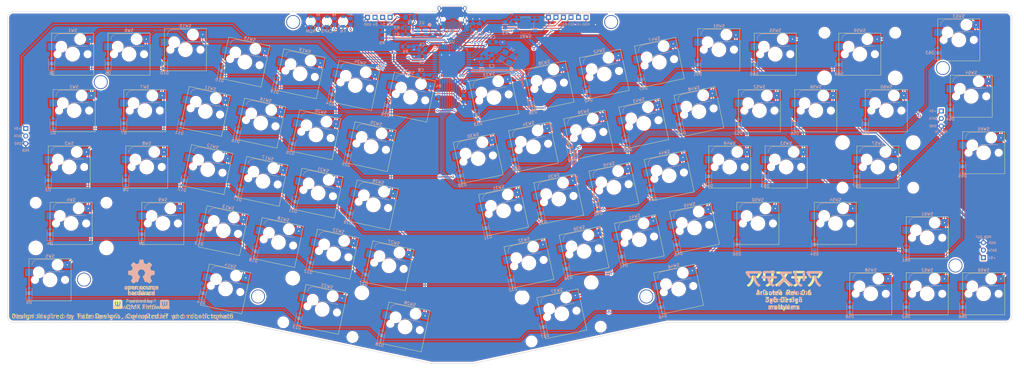
<source format=kicad_pcb>
(kicad_pcb (version 20171130) (host pcbnew "(5.1.4)-1")
  (title_block (title "Arisutea Keyboard") (date 2021-03-27) (rev 0.6) (company "3x6 Design"))
  (layers (0 F.Cu signal) (31 B.Cu signal) (34 B.Paste user) (35 F.Paste user) (36 B.SilkS user) (37 F.SilkS user) (38 B.Mask user) (39 F.Mask user) (44 Edge.Cuts user))
  (net 0 "")
  (net 1 XTAL1)
  (net 2 GND)
  (net 3 XTAL2)
  (net 4 VCC)
  (net 5 "Net-(C4-Pad1)")
  (net 6 "Net-(D1-Pad2)")
  (net 7 /row0)
  (net 8 "Net-(D2-Pad2)")
  (net 9 /row1)
  (net 10 "Net-(D3-Pad2)")
  (net 11 /row2)
  (net 12 "Net-(D4-Pad2)")
  (net 13 /row3)
  (net 14 "Net-(D5-Pad2)")
  (net 15 /row4)
  (net 16 "Net-(D6-Pad2)")
  (net 17 "Net-(D7-Pad2)")
  (net 18 "Net-(D8-Pad2)")
  (net 19 "Net-(D9-Pad2)")
  (net 20 "Net-(D10-Pad2)")
  (net 21 "Net-(D11-Pad2)")
  (net 22 "Net-(D12-Pad2)")
  (net 23 "Net-(D13-Pad2)")
  (net 24 "Net-(D14-Pad2)")
  (net 25 "Net-(D15-Pad2)")
  (net 26 "Net-(D16-Pad2)")
  (net 27 "Net-(D17-Pad2)")
  (net 28 "Net-(D18-Pad2)")
  (net 29 "Net-(D19-Pad2)")
  (net 30 "Net-(D20-Pad2)")
  (net 31 "Net-(D21-Pad2)")
  (net 32 "Net-(D22-Pad2)")
  (net 33 "Net-(D23-Pad2)")
  (net 34 "Net-(D24-Pad2)")
  (net 35 "Net-(D25-Pad2)")
  (net 36 "Net-(D26-Pad2)")
  (net 37 "Net-(D27-Pad2)")
  (net 38 "Net-(D28-Pad2)")
  (net 39 "Net-(D29-Pad2)")
  (net 40 "Net-(D30-Pad2)")
  (net 41 "Net-(D31-Pad2)")
  (net 42 "Net-(D32-Pad2)")
  (net 43 "Net-(D33-Pad2)")
  (net 44 "Net-(D34-Pad2)")
  (net 45 "Net-(D35-Pad2)")
  (net 46 "Net-(D36-Pad2)")
  (net 47 "Net-(D37-Pad2)")
  (net 48 "Net-(D38-Pad2)")
  (net 49 "Net-(D39-Pad2)")
  (net 50 "Net-(D40-Pad2)")
  (net 51 "Net-(D41-Pad2)")
  (net 52 "Net-(D42-Pad2)")
  (net 53 "Net-(D43-Pad2)")
  (net 54 "Net-(D44-Pad2)")
  (net 55 "Net-(D45-Pad2)")
  (net 56 "Net-(D46-Pad2)")
  (net 57 "Net-(D47-Pad2)")
  (net 58 "Net-(D48-Pad2)")
  (net 59 "Net-(D49-Pad2)")
  (net 60 "Net-(D50-Pad2)")
  (net 61 "Net-(D51-Pad2)")
  (net 62 "Net-(D52-Pad2)")
  (net 63 "Net-(D53-Pad2)")
  (net 64 "Net-(D54-Pad2)")
  (net 65 "Net-(D55-Pad2)")
  (net 66 "Net-(D56-Pad2)")
  (net 67 "Net-(D57-Pad2)")
  (net 68 "Net-(D58-Pad2)")
  (net 69 "Net-(D59-Pad2)")
  (net 70 "Net-(D60-Pad2)")
  (net 71 "Net-(D61-Pad2)")
  (net 72 "Net-(D62-Pad2)")
  (net 73 "Net-(D64-Pad2)")
  (net 74 "Net-(D65-Pad2)")
  (net 75 "Net-(D66-Pad2)")
  (net 76 /MISO)
  (net 77 /SCK)
  (net 78 /MOSI)
  (net 79 /~RES~)
  (net 80 "Net-(J13-Pad1)")
  (net 81 "Net-(J14-Pad1)")
  (net 82 D+)
  (net 83 D-)
  (net 84 "Net-(R4-Pad1)")
  (net 85 "Net-(R5-Pad1)")
  (net 86 "Net-(R6-Pad1)")
  (net 87 /col0)
  (net 88 /col1)
  (net 89 /col2)
  (net 90 /col3)
  (net 91 /col4)
  (net 92 /col5)
  (net 93 /col6)
  (net 94 /col8)
  (net 95 /col9)
  (net 96 /col10)
  (net 97 /col11)
  (net 98 /col12)
  (net 99 /col13)
  (net 100 "Net-(U1-Pad3)")
  (net 101 "Net-(U1-Pad1)")
  (net 102 "Net-(U2-Pad42)")
  (net 103 "Net-(USB1-PadA8)")
  (net 104 "Net-(USB1-PadB8)")
  (net 105 +5V)
  (net 106 "Net-(D63-Pad2)")
  (net 107 RGB)
  (net 108 RGB_A)
  (net 109 RGB_5V)
  (net 110 "Net-(LED1-PadA)")
  (net 111 "Net-(LED2-PadA)")
  (net 112 "Net-(LED3-PadA)")
  (net 113 FN_L)
  (net 114 NUM_L)
  (net 115 CAPS_L)
  (module arisutea:USB_C_Receptacle_HRO_TYPE-C-31-M-12-HandSoldering (layer B.Cu) (at 175.5 20.69)
    (fp_text reference USB1 (at 0 10.25) (layer B.SilkS) (effects (justify mirror)))
    (fp_text value USB_C_HRO_TYPE-C-31-M-12-USB_Type-C)
    (pad B5 smd rect (at 1.75 8.195) (size 0.3 2.45) (layers B.Cu B.Paste B.Mask) (net 86 "Net-(R6-Pad1)"))
    (pad A8 smd rect (at 1.25 8.195) (size 0.3 2.45) (layers B.Cu B.Paste B.Mask) (net 103 "Net-(USB1-PadA8)"))
    (pad B6 smd rect (at 0.75 8.195) (size 0.3 2.45) (layers B.Cu B.Paste B.Mask) (net 100 "Net-(U1-Pad3)"))
    (pad A7 smd rect (at 0.25 8.195) (size 0.3 2.45) (layers B.Cu B.Paste B.Mask) (net 101 "Net-(U1-Pad1)"))
    (pad B8 smd rect (at -1.75 8.195) (size 0.3 2.45) (layers B.Cu B.Paste B.Mask) (net 104 "Net-(USB1-PadB8)"))
    (pad A5 smd rect (at -1.25 8.195) (size 0.3 2.45) (layers B.Cu B.Paste B.Mask) (net 85 "Net-(R5-Pad1)"))
    (pad B7 smd rect (at -0.75 8.195) (size 0.3 2.45) (layers B.Cu B.Paste B.Mask) (net 101 "Net-(U1-Pad1)"))
    (pad A9 smd rect (at 2.45 8.195) (size 0.6 2.45) (layers B.Cu B.Paste B.Mask) (net 4 VCC))
    (pad A12 smd rect (at 3.25 8.195) (size 0.6 2.45) (layers B.Cu B.Paste B.Mask) (net 2 GND))
    (pad "" np_thru_hole circle (at -2.89 6.25) (size 0.65 0.65) (drill 0.65) (layers *.Cu *.Mask))
    (pad S1 thru_hole oval (at -4.32 6.78) (size 1 2.1) (drill oval 0.6 1.7) (layers *.Cu *.Mask) (net 2 GND))
    (pad S1 thru_hole oval (at -4.32 2.6) (size 1 1.6) (drill oval 0.6 1.2) (layers *.Cu *.Mask) (net 2 GND))
    (pad S1 thru_hole oval (at 4.32 2.6) (size 1 1.6) (drill oval 0.6 1.2) (layers *.Cu *.Mask) (net 2 GND))
    (pad S1 thru_hole oval (at 4.32 6.78) (size 1 2.1) (drill oval 0.6 1.7) (layers *.Cu *.Mask) (net 2 GND))
    (pad "" np_thru_hole circle (at 2.89 6.25) (size 0.65 0.65) (drill 0.65) (layers *.Cu *.Mask))
    (pad A1 smd rect (at -3.25 8.195) (size 0.6 2.45) (layers B.Cu B.Paste B.Mask) (net 2 GND))
    (pad A4 smd rect (at -2.45 8.195) (size 0.6 2.45) (layers B.Cu B.Paste B.Mask) (net 4 VCC))
    (pad A6 smd rect (at -0.25 8.195) (size 0.3 2.45) (layers B.Cu B.Paste B.Mask) (net 100 "Net-(U1-Pad3)"))
  )
  (module Symbol:OSHW-Logo_11.4x12mm_SilkScreen (layer B.Cu) (at 70.612 114.173 180)
    (fp_text reference LOGO4 hide)
    (fp_text value arisutea_logo hide)
  )
  (module Symbol:OSHW-Logo_11.4x12mm_SilkScreen (layer F.Cu) (at 70.612 114.1095)
    (fp_text reference LOGO3 hide)
    (fp_text value arisutea_logo hide)
  )
  (module arisutea:PinHeader_1x03_P2.54mm_Vertical (layer B.Cu) (at 31.5595 63.8175 180)
    (fp_text reference J16 hide)
    (fp_text value RGB (at 0 -7.41) (layer B.SilkS) (effects (font (size 0.8 0.8) (thickness 0.13)) (justify mirror)))
    (pad 3 thru_hole oval (at 0 -5.08 180) (size 1.7 1.7) (drill 1) (layers *.Cu *.Mask) (net 2 GND))
    (pad 2 thru_hole oval (at 0 -2.54 180) (size 1.7 1.7) (drill 1) (layers *.Cu *.Mask) (net 107 RGB))
    (pad 1 thru_hole rect (at 0 0 180) (size 1.7 1.7) (drill 1) (layers *.Cu *.Mask) (net 105 +5V))
  )
  (module arisutea:PinHeader_1x03_P2.54mm_Vertical (layer B.Cu) (at 340.6775 57.912 180)
    (fp_text reference J17 hide)
    (fp_text value RGB_IN (at 0 -6.985 180) (layer B.SilkS) (effects (font (size 0.8 0.8) (thickness 0.13)) (justify mirror)))
    (pad 3 thru_hole oval (at 0 -5.08 180) (size 1.7 1.7) (drill 1) (layers *.Cu *.Mask) (net 2 GND))
    (pad 2 thru_hole oval (at 0 -2.54 180) (size 1.7 1.7) (drill 1) (layers *.Cu *.Mask) (net 108 RGB_A))
    (pad 1 thru_hole rect (at 0 0 180) (size 1.7 1.7) (drill 1) (layers *.Cu *.Mask) (net 109 RGB_5V))
  )
  (module arisutea:PinHeader_1x03_P2.54mm_Vertical (layer B.Cu) (at 354.9015 107.442)
    (fp_text reference J18 hide)
    (fp_text value RGB_OUT (at 0 -6.985 180) (layer B.SilkS) (effects (font (size 0.8 0.8) (thickness 0.13)) (justify mirror)))
    (pad 3 thru_hole oval (at 0 -5.08) (size 1.7 1.7) (drill 1) (layers *.Cu *.Mask) (net 2 GND))
    (pad 2 thru_hole oval (at 0 -2.54) (size 1.7 1.7) (drill 1) (layers *.Cu *.Mask) (net 108 RGB_A))
    (pad 1 thru_hole rect (at 0 0) (size 1.7 1.7) (drill 1) (layers *.Cu *.Mask) (net 109 RGB_5V))
  )
  (module arisutea:LED_IN-S124ARUW (layer B.Cu) (at 138.684 27.686 270)
    (fp_text reference FN (at 3.302 0 180) (layer B.SilkS) (effects (justify mirror)))
    (fp_text value NUM_LOCK)
    (fp_line (start -1.075 -0.55) (end -1.025 -0.625) (layer B.Cu) (width 0.0001))
    (fp_poly (pts (xy 2.1 -0.625) (xy 1.025 -0.625) (xy 1.047572 -0.587334) (xy 1.068727 -0.548854) (xy 1.088435 -0.509613) (xy 1.106668 -0.469665) (xy 1.123401 -0.429067) (xy 1.138612 -0.387874) (xy 1.152279 -0.346143) (xy 1.164382 -0.303932) (xy 1.174906 -0.2613) (xy 1.183836 -0.218306) (xy 1.191159 -0.175009) (xy 1.196866 -0.131469) (xy 1.200947 -0.087748) (xy 1.203398 -0.043904) (xy 1.204216 0) (xy 1.203398 0.043904) (xy 1.200947 0.087748) (xy 1.196866 0.131469) (xy 1.191159 0.175009) (xy 1.183836 0.218306) (xy 1.174906 0.2613) (xy 1.164382 0.303932) (xy 1.152279 0.346143) (xy 1.138612 0.387874) (xy 1.123401 0.429067) (xy 1.106668 0.469665) (xy 1.088435 0.509613) (xy 1.068727 0.548854) (xy 1.047572 0.587334) (xy 1.025 0.625) (xy 2.1 0.625) (xy 2.1 -0.625)) (layer B.Cu) (width 0.01))
    (fp_line (start 1.075 -0.55) (end 1.025 -0.625) (layer F.Cu) (width 0.0001))
    (fp_poly (pts (xy -2.1 -0.625) (xy -1.025 -0.625) (xy -1.047572 -0.587334) (xy -1.068727 -0.548854) (xy -1.088435 -0.509613) (xy -1.106668 -0.469665) (xy -1.123401 -0.429067) (xy -1.138612 -0.387874) (xy -1.152279 -0.346143) (xy -1.164382 -0.303932) (xy -1.174906 -0.2613) (xy -1.183836 -0.218306) (xy -1.191159 -0.175009) (xy -1.196866 -0.131469) (xy -1.200947 -0.087748) (xy -1.203398 -0.043904) (xy -1.204216 0) (xy -1.203398 0.043904) (xy -1.200947 0.087748) (xy -1.196866 0.131469) (xy -1.191159 0.175009) (xy -1.183836 0.218306) (xy -1.174906 0.2613) (xy -1.164382 0.303932) (xy -1.152279 0.346143) (xy -1.138612 0.387874) (xy -1.123401 0.429067) (xy -1.106668 0.469665) (xy -1.088435 0.509613) (xy -1.068727 0.548854) (xy -1.047572 0.587334) (xy -1.025 0.625) (xy -2.1 0.625) (xy -2.1 -0.625)) (layer B.Cu) (width 0.01))
    (fp_circle (center 0 0) (end 1.2 0) (layer Edge.Cuts) (width 0.01))
    (pad C smd rect (at 1.56 0 270) (size 0.381 0.381) (layers B.Cu) (net 2 GND))
    (pad A smd rect (at -1.56 0 270) (size 0.381 0.381) (layers B.Cu) (net 110 "Net-(LED1-PadA)"))
    (pad "" np_thru_hole circle (at 0 0 270) (size 2.4 2.4) (drill 2.4) (layers *.Cu *.Mask))
  )
  (module arisutea:LED_IN-S124ARUW (layer B.Cu) (at 133.223 27.686 270)
    (fp_text reference CAPS (at 3.302 0) (layer B.SilkS) (effects (justify mirror)))
    (fp_text value CAPS_LOCK)
    (fp_line (start -1.075 -0.55) (end -1.025 -0.625) (layer B.Cu) (width 0.0001))
    (fp_poly (pts (xy 2.1 -0.625) (xy 1.025 -0.625) (xy 1.047572 -0.587334) (xy 1.068727 -0.548854) (xy 1.088435 -0.509613) (xy 1.106668 -0.469665) (xy 1.123401 -0.429067) (xy 1.138612 -0.387874) (xy 1.152279 -0.346143) (xy 1.164382 -0.303932) (xy 1.174906 -0.2613) (xy 1.183836 -0.218306) (xy 1.191159 -0.175009) (xy 1.196866 -0.131469) (xy 1.200947 -0.087748) (xy 1.203398 -0.043904) (xy 1.204216 0) (xy 1.203398 0.043904) (xy 1.200947 0.087748) (xy 1.196866 0.131469) (xy 1.191159 0.175009) (xy 1.183836 0.218306) (xy 1.174906 0.2613) (xy 1.164382 0.303932) (xy 1.152279 0.346143) (xy 1.138612 0.387874) (xy 1.123401 0.429067) (xy 1.106668 0.469665) (xy 1.088435 0.509613) (xy 1.068727 0.548854) (xy 1.047572 0.587334) (xy 1.025 0.625) (xy 2.1 0.625) (xy 2.1 -0.625)) (layer B.Cu) (width 0.01))
    (fp_line (start 1.075 -0.55) (end 1.025 -0.625) (layer F.Cu) (width 0.0001))
    (fp_poly (pts (xy -2.1 -0.625) (xy -1.025 -0.625) (xy -1.047572 -0.587334) (xy -1.068727 -0.548854) (xy -1.088435 -0.509613) (xy -1.106668 -0.469665) (xy -1.123401 -0.429067) (xy -1.138612 -0.387874) (xy -1.152279 -0.346143) (xy -1.164382 -0.303932) (xy -1.174906 -0.2613) (xy -1.183836 -0.218306) (xy -1.191159 -0.175009) (xy -1.196866 -0.131469) (xy -1.200947 -0.087748) (xy -1.203398 -0.043904) (xy -1.204216 0) (xy -1.203398 0.043904) (xy -1.200947 0.087748) (xy -1.196866 0.131469) (xy -1.191159 0.175009) (xy -1.183836 0.218306) (xy -1.174906 0.2613) (xy -1.164382 0.303932) (xy -1.152279 0.346143) (xy -1.138612 0.387874) (xy -1.123401 0.429067) (xy -1.106668 0.469665) (xy -1.088435 0.509613) (xy -1.068727 0.548854) (xy -1.047572 0.587334) (xy -1.025 0.625) (xy -2.1 0.625) (xy -2.1 -0.625)) (layer B.Cu) (width 0.01))
    (fp_circle (center 0 0) (end 1.2 0) (layer Edge.Cuts) (width 0.01))
    (pad C smd rect (at 1.56 0 270) (size 0.381 0.381) (layers B.Cu) (net 2 GND))
    (pad A smd rect (at -1.56 0 270) (size 0.381 0.381) (layers B.Cu) (net 111 "Net-(LED2-PadA)"))
    (pad "" np_thru_hole circle (at 0 0 270) (size 2.4 2.4) (drill 2.4) (layers *.Cu *.Mask))
  )
  (module arisutea:LED_IN-S124ARUW (layer B.Cu) (at 127.762 27.686 270)
    (fp_text reference NUM (at 3.302 0) (layer B.SilkS) (effects (justify mirror)))
    (fp_text value FN_LED)
    (fp_line (start -1.075 -0.55) (end -1.025 -0.625) (layer B.Cu) (width 0.0001))
    (fp_poly (pts (xy 2.1 -0.625) (xy 1.025 -0.625) (xy 1.047572 -0.587334) (xy 1.068727 -0.548854) (xy 1.088435 -0.509613) (xy 1.106668 -0.469665) (xy 1.123401 -0.429067) (xy 1.138612 -0.387874) (xy 1.152279 -0.346143) (xy 1.164382 -0.303932) (xy 1.174906 -0.2613) (xy 1.183836 -0.218306) (xy 1.191159 -0.175009) (xy 1.196866 -0.131469) (xy 1.200947 -0.087748) (xy 1.203398 -0.043904) (xy 1.204216 0) (xy 1.203398 0.043904) (xy 1.200947 0.087748) (xy 1.196866 0.131469) (xy 1.191159 0.175009) (xy 1.183836 0.218306) (xy 1.174906 0.2613) (xy 1.164382 0.303932) (xy 1.152279 0.346143) (xy 1.138612 0.387874) (xy 1.123401 0.429067) (xy 1.106668 0.469665) (xy 1.088435 0.509613) (xy 1.068727 0.548854) (xy 1.047572 0.587334) (xy 1.025 0.625) (xy 2.1 0.625) (xy 2.1 -0.625)) (layer B.Cu) (width 0.01))
    (fp_line (start 1.075 -0.55) (end 1.025 -0.625) (layer F.Cu) (width 0.0001))
    (fp_poly (pts (xy -2.1 -0.625) (xy -1.025 -0.625) (xy -1.047572 -0.587334) (xy -1.068727 -0.548854) (xy -1.088435 -0.509613) (xy -1.106668 -0.469665) (xy -1.123401 -0.429067) (xy -1.138612 -0.387874) (xy -1.152279 -0.346143) (xy -1.164382 -0.303932) (xy -1.174906 -0.2613) (xy -1.183836 -0.218306) (xy -1.191159 -0.175009) (xy -1.196866 -0.131469) (xy -1.200947 -0.087748) (xy -1.203398 -0.043904) (xy -1.204216 0) (xy -1.203398 0.043904) (xy -1.200947 0.087748) (xy -1.196866 0.131469) (xy -1.191159 0.175009) (xy -1.183836 0.218306) (xy -1.174906 0.2613) (xy -1.164382 0.303932) (xy -1.152279 0.346143) (xy -1.138612 0.387874) (xy -1.123401 0.429067) (xy -1.106668 0.469665) (xy -1.088435 0.509613) (xy -1.068727 0.548854) (xy -1.047572 0.587334) (xy -1.025 0.625) (xy -2.1 0.625) (xy -2.1 -0.625)) (layer B.Cu) (width 0.01))
    (fp_circle (center 0 0) (end 1.2 0) (layer Edge.Cuts) (width 0.01))
    (pad C smd rect (at 1.56 0 270) (size 0.381 0.381) (layers B.Cu) (net 2 GND))
    (pad A smd rect (at -1.56 0 270) (size 0.381 0.381) (layers B.Cu) (net 112 "Net-(LED3-PadA)"))
    (pad "" np_thru_hole circle (at 0 0 270) (size 2.4 2.4) (drill 2.4) (layers *.Cu *.Mask))
  )
  (module 3x6_graphics:QMK_Logo_Light (layer B.Cu) (at 70.612 123.19 180)
    (fp_text reference LOGO6 hide)
    (fp_text value QMK_Logo_Light hide)
  )
  (module 3x6_graphics:QMK_Logo_Light (layer F.Cu) (at 70.4215 123.19)
    (fp_text reference LOGO5 hide)
    (fp_text value QMK_Logo_Light hide)
  )
  (module arisutea:SW_Hotswap_Kailh_1.00u (layer F.Cu) (at 220.063535 105.305001 12)
    (fp_text reference SW36 (at 0 -8 12) (layer B.SilkS) (effects (justify mirror)))
    (fp_text value SW_Push)
    (pad 1 smd rect (at 5.842 -5.08 12) (size 2.55 2.5) (layers B.Cu B.Paste B.Mask) (net 77 /SCK))
    (pad 2 smd rect (at -7.085 -2.54 12) (size 2.55 2.5) (layers B.Cu B.Paste B.Mask) (net 46 "Net-(D36-Pad2)"))
    (pad "" np_thru_hole circle (at 5.08 0 12) (size 1.75 1.75) (drill 1.75) (layers *.Cu *.Mask))
    (pad "" np_thru_hole circle (at -5.08 0 12) (size 1.75 1.75) (drill 1.75) (layers *.Cu *.Mask))
    (pad "" np_thru_hole circle (at 0 0 12) (size 4 4) (drill 4) (layers *.Cu *.Mask))
    (pad "" np_thru_hole circle (at 2.54 -5.08 12) (size 3 3) (drill 3) (layers *.Cu *.Mask))
    (pad "" np_thru_hole circle (at -3.81 -2.54 12) (size 3 3) (drill 3) (layers *.Cu *.Mask))
  )
  (module arisutea:R_0805_2012Metric_Pad1.20x1.40mm_HandSolder (layer B.Cu) (at 141.224 27.686 270)
    (fp_text reference R7 (at -2.159 0) (layer B.SilkS) (effects (font (size 0.7 0.7) (thickness 0.1)) (justify mirror)))
    (fp_text value 470)
    (pad 2 smd roundrect (at 1 0 270) (size 1.2 1.4) (layers B.Cu B.Paste B.Mask) (roundrect_rratio 0.208333) (net 113 FN_L))
    (pad 1 smd roundrect (at -1 0 270) (size 1.2 1.4) (layers B.Cu B.Paste B.Mask) (roundrect_rratio 0.208333) (net 110 "Net-(LED1-PadA)"))
  )
  (module arisutea:R_0805_2012Metric_Pad1.20x1.40mm_HandSolder (layer B.Cu) (at 130.302 27.686 270)
    (fp_text reference R9 (at -2.159 0) (layer B.SilkS) (effects (font (size 0.7 0.7) (thickness 0.1)) (justify mirror)))
    (fp_text value 470)
    (pad 2 smd roundrect (at 1 0 270) (size 1.2 1.4) (layers B.Cu B.Paste B.Mask) (roundrect_rratio 0.208333) (net 114 NUM_L))
    (pad 1 smd roundrect (at -1 0 270) (size 1.2 1.4) (layers B.Cu B.Paste B.Mask) (roundrect_rratio 0.208333) (net 112 "Net-(LED3-PadA)"))
  )
  (module arisutea:R_0805_2012Metric_Pad1.20x1.40mm_HandSolder (layer B.Cu) (at 135.763 27.686 270)
    (fp_text reference R8 (at -2.159 0) (layer B.SilkS) (effects (font (size 0.7 0.7) (thickness 0.1)) (justify mirror)))
    (fp_text value 470)
    (pad 2 smd roundrect (at 1 0 270) (size 1.2 1.4) (layers B.Cu B.Paste B.Mask) (roundrect_rratio 0.208333) (net 115 CAPS_L))
    (pad 1 smd roundrect (at -1 0 270) (size 1.2 1.4) (layers B.Cu B.Paste B.Mask) (roundrect_rratio 0.208333) (net 111 "Net-(LED2-PadA)"))
  )
  (module arisutea:PinHeader_1x01_P2.54mm_Vertical (layer B.Cu) (at 210.566 26.289)
    (fp_text reference J6 hide)
    (fp_text value ~RES~ (at 0 2.413) (layer B.SilkS) (effects (font (size 0.7 0.7) (thickness 0.1)) (justify mirror)))
    (pad 1 thru_hole rect (at 0 0) (size 1.7 1.7) (drill 1) (layers *.Cu *.Mask) (net 79 /~RES~))
  )
  (module arisutea:Crystal_SMD_TXC_7M-4Pin_3.2x2.5mm_HandSoldering (layer B.Cu) (at 194.1576 39.8272 150)
    (fp_text reference Y1 (at 0 3.05 150) (layer B.SilkS) (effects (justify mirror)))
    (fp_text value Crystal_GND24)
    (pad 4 smd rect (at -1.45 1.15 150) (size 2.1 1.8) (layers B.Cu B.Paste B.Mask) (net 2 GND))
    (pad 3 smd rect (at 1.45 1.15 150) (size 2.1 1.8) (layers B.Cu B.Paste B.Mask) (net 3 XTAL2))
    (pad 2 smd rect (at 1.45 -1.15 150) (size 2.1 1.8) (layers B.Cu B.Paste B.Mask) (net 2 GND))
    (pad 1 smd rect (at -1.45 -1.15 150) (size 2.1 1.8) (layers B.Cu B.Paste B.Mask) (net 1 XTAL1))
  )
  (module arisutea:SOT-23-6_Handsoldering (layer B.Cu) (at 165.227 30.988 180)
    (fp_text reference U1 (at 0 2.9 180) (layer B.SilkS) (effects (justify mirror)))
    (fp_text value USBLC6-2SC6)
    (pad 5 smd rect (at 1.35 0 180) (size 1.56 0.65) (layers B.Cu B.Paste B.Mask) (net 4 VCC))
    (pad 6 smd rect (at 1.35 0.95 180) (size 1.56 0.65) (layers B.Cu B.Paste B.Mask) (net 81 "Net-(J14-Pad1)"))
    (pad 4 smd rect (at 1.35 -0.95 180) (size 1.56 0.65) (layers B.Cu B.Paste B.Mask) (net 80 "Net-(J13-Pad1)"))
    (pad 3 smd rect (at -1.35 -0.95 180) (size 1.56 0.65) (layers B.Cu B.Paste B.Mask) (net 100 "Net-(U1-Pad3)"))
    (pad 2 smd rect (at -1.35 0 180) (size 1.56 0.65) (layers B.Cu B.Paste B.Mask) (net 2 GND))
    (pad 1 smd rect (at -1.35 0.95 180) (size 1.56 0.65) (layers B.Cu B.Paste B.Mask) (net 101 "Net-(U1-Pad1)"))
  )
  (module arisutea:TQFP-44_10x10mm_P0.8mm (layer B.Cu) (at 175.41875 42.164 270)
    (fp_text reference U2 (at -7.62 0.03175 180) (layer B.SilkS) (effects (justify mirror)))
    (fp_text value ATmega32U4-AU)
    (pad 44 smd rect (at -4 5.7 180) (size 1.5 0.55) (layers B.Cu B.Paste B.Mask) (net 105 +5V))
    (pad 43 smd rect (at -3.2 5.7 180) (size 1.5 0.55) (layers B.Cu B.Paste B.Mask) (net 2 GND))
    (pad 42 smd rect (at -2.4 5.7 180) (size 1.5 0.55) (layers B.Cu B.Paste B.Mask) (net 102 "Net-(U2-Pad42)"))
    (pad 41 smd rect (at -1.6 5.7 180) (size 1.5 0.55) (layers B.Cu B.Paste B.Mask) (net 87 /col0))
    (pad 40 smd rect (at -0.8 5.7 180) (size 1.5 0.55) (layers B.Cu B.Paste B.Mask) (net 88 /col1))
    (pad 39 smd rect (at 0 5.7 180) (size 1.5 0.55) (layers B.Cu B.Paste B.Mask) (net 113 FN_L))
    (pad 38 smd rect (at 0.8 5.7 180) (size 1.5 0.55) (layers B.Cu B.Paste B.Mask) (net 115 CAPS_L))
    (pad 37 smd rect (at 1.6 5.7 180) (size 1.5 0.55) (layers B.Cu B.Paste B.Mask) (net 114 NUM_L))
    (pad 36 smd rect (at 2.4 5.7 180) (size 1.5 0.55) (layers B.Cu B.Paste B.Mask) (net 107 RGB))
    (pad 35 smd rect (at 3.2 5.7 180) (size 1.5 0.55) (layers B.Cu B.Paste B.Mask) (net 2 GND))
    (pad 34 smd rect (at 4 5.7 180) (size 1.5 0.55) (layers B.Cu B.Paste B.Mask) (net 105 +5V))
    (pad 33 smd rect (at 5.7 4 270) (size 1.5 0.55) (layers B.Cu B.Paste B.Mask) (net 84 "Net-(R4-Pad1)"))
    (pad 32 smd rect (at 5.7 3.2 270) (size 1.5 0.55) (layers B.Cu B.Paste B.Mask) (net 90 /col3))
    (pad 31 smd rect (at 5.7 2.4 270) (size 1.5 0.55) (layers B.Cu B.Paste B.Mask) (net 91 /col4))
    (pad 30 smd rect (at 5.7 1.6 270) (size 1.5 0.55) (layers B.Cu B.Paste B.Mask) (net 92 /col5))
    (pad 29 smd rect (at 5.7 0.8 270) (size 1.5 0.55) (layers B.Cu B.Paste B.Mask) (net 96 /col10))
    (pad 28 smd rect (at 5.7 0 270) (size 1.5 0.55) (layers B.Cu B.Paste B.Mask) (net 97 /col11))
    (pad 27 smd rect (at 5.7 -0.8 270) (size 1.5 0.55) (layers B.Cu B.Paste B.Mask) (net 98 /col12))
    (pad 26 smd rect (at 5.7 -1.6 270) (size 1.5 0.55) (layers B.Cu B.Paste B.Mask) (net 99 /col13))
    (pad 25 smd rect (at 5.7 -2.4 270) (size 1.5 0.55) (layers B.Cu B.Paste B.Mask) (net 93 /col6))
    (pad 24 smd rect (at 5.7 -3.2 270) (size 1.5 0.55) (layers B.Cu B.Paste B.Mask) (net 105 +5V))
    (pad 23 smd rect (at 5.7 -4 270) (size 1.5 0.55) (layers B.Cu B.Paste B.Mask) (net 2 GND))
    (pad 22 smd rect (at 4 -5.7 180) (size 1.5 0.55) (layers B.Cu B.Paste B.Mask) (net 15 /row4))
    (pad 21 smd rect (at 3.2 -5.7 180) (size 1.5 0.55) (layers B.Cu B.Paste B.Mask) (net 13 /row3))
    (pad 20 smd rect (at 2.4 -5.7 180) (size 1.5 0.55) (layers B.Cu B.Paste B.Mask) (net 11 /row2))
    (pad 19 smd rect (at 1.6 -5.7 180) (size 1.5 0.55) (layers B.Cu B.Paste B.Mask) (net 9 /row1))
    (pad 18 smd rect (at 0.8 -5.7 180) (size 1.5 0.55) (layers B.Cu B.Paste B.Mask) (net 7 /row0))
    (pad 17 smd rect (at 0 -5.7 180) (size 1.5 0.55) (layers B.Cu B.Paste B.Mask) (net 1 XTAL1))
    (pad 16 smd rect (at -0.8 -5.7 180) (size 1.5 0.55) (layers B.Cu B.Paste B.Mask) (net 3 XTAL2))
    (pad 15 smd rect (at -1.6 -5.7 180) (size 1.5 0.55) (layers B.Cu B.Paste B.Mask) (net 2 GND))
    (pad 14 smd rect (at -2.4 -5.7 180) (size 1.5 0.55) (layers B.Cu B.Paste B.Mask) (net 105 +5V))
    (pad 13 smd rect (at -3.2 -5.7 180) (size 1.5 0.55) (layers B.Cu B.Paste B.Mask) (net 79 /~RES~))
    (pad 12 smd rect (at -4 -5.7 180) (size 1.5 0.55) (layers B.Cu B.Paste B.Mask) (net 95 /col9))
    (pad 11 smd rect (at -5.7 -4 270) (size 1.5 0.55) (layers B.Cu B.Paste B.Mask) (net 76 /MISO))
    (pad 10 smd rect (at -5.7 -3.2 270) (size 1.5 0.55) (layers B.Cu B.Paste B.Mask) (net 78 /MOSI))
    (pad 9 smd rect (at -5.7 -2.4 270) (size 1.5 0.55) (layers B.Cu B.Paste B.Mask) (net 77 /SCK))
    (pad 8 smd rect (at -5.7 -1.6 270) (size 1.5 0.55) (layers B.Cu B.Paste B.Mask) (net 94 /col8))
    (pad 7 smd rect (at -5.7 -0.8 270) (size 1.5 0.55) (layers B.Cu B.Paste B.Mask) (net 105 +5V))
    (pad 6 smd rect (at -5.7 0 270) (size 1.5 0.55) (layers B.Cu B.Paste B.Mask) (net 5 "Net-(C4-Pad1)"))
    (pad 5 smd rect (at -5.7 0.8 270) (size 1.5 0.55) (layers B.Cu B.Paste B.Mask) (net 2 GND))
    (pad 4 smd rect (at -5.7 1.6 270) (size 1.5 0.55) (layers B.Cu B.Paste B.Mask) (net 82 D+))
    (pad 3 smd rect (at -5.7 2.4 270) (size 1.5 0.55) (layers B.Cu B.Paste B.Mask) (net 83 D-))
    (pad 2 smd rect (at -5.7 3.2 270) (size 1.5 0.55) (layers B.Cu B.Paste B.Mask) (net 105 +5V))
    (pad 1 smd rect (at -5.7 4 270) (size 1.5 0.55) (layers B.Cu B.Paste B.Mask) (net 89 /col2))
  )
  (module arisutea:PinHeader_1x01_P2.54mm_Vertical (layer B.Cu) (at 146.939 26.289)
    (fp_text reference J15 hide)
    (fp_text value GND (at 0 2.413) (layer B.SilkS) (effects (font (size 0.8 0.8) (thickness 0.13)) (justify mirror)))
    (pad 1 thru_hole rect (at 0 0) (size 1.7 1.7) (drill 1) (layers *.Cu *.Mask) (net 2 GND))
  )
  (module arisutea:PinHeader_1x01_P2.54mm_Vertical (layer B.Cu) (at 152.019 26.289)
    (fp_text reference J14 hide)
    (fp_text value D- (at 0 2.413) (layer B.SilkS) (effects (font (size 0.8 0.8) (thickness 0.13)) (justify mirror)))
    (pad 1 thru_hole rect (at 0 0) (size 1.7 1.7) (drill 1) (layers *.Cu *.Mask) (net 81 "Net-(J14-Pad1)"))
  )
  (module arisutea:PinHeader_1x01_P2.54mm_Vertical (layer B.Cu) (at 149.479 26.289)
    (fp_text reference J13 hide)
    (fp_text value D+ (at 0 2.413) (layer B.SilkS) (effects (font (size 0.8 0.8) (thickness 0.13)) (justify mirror)))
    (pad 1 thru_hole rect (at 0 0) (size 1.7 1.7) (drill 1) (layers *.Cu *.Mask) (net 80 "Net-(J13-Pad1)"))
  )
  (module arisutea:PinHeader_1x01_P2.54mm_Vertical (layer B.Cu) (at 154.559 26.289)
    (fp_text reference J12 hide)
    (fp_text value VCC (at 0 2.413) (layer B.SilkS) (effects (font (size 0.8 0.8) (thickness 0.13)) (justify mirror)))
    (pad 1 thru_hole rect (at 0 0) (size 1.7 1.7) (drill 1) (layers *.Cu *.Mask) (net 4 VCC))
  )
  (module arisutea:PinHeader_1x01_P2.54mm_Vertical (layer B.Cu) (at 208.026 26.289)
    (fp_text reference J7 hide)
    (fp_text value GND (at 0 2.413) (layer B.SilkS) (effects (font (size 0.7 0.7) (thickness 0.1)) (justify mirror)))
    (pad 1 thru_hole rect (at 0 0) (size 1.7 1.7) (drill 1) (layers *.Cu *.Mask) (net 2 GND))
  )
  (module arisutea:PinHeader_1x01_P2.54mm_Vertical (layer B.Cu) (at 213.106 26.289)
    (fp_text reference J5 hide)
    (fp_text value MOSI (at 0 2.413) (layer B.SilkS) (effects (font (size 0.7 0.7) (thickness 0.1)) (justify mirror)))
    (pad 1 thru_hole rect (at 0 0) (size 1.7 1.7) (drill 1) (layers *.Cu *.Mask) (net 78 /MOSI))
  )
  (module arisutea:PinHeader_1x01_P2.54mm_Vertical (layer B.Cu) (at 215.646 26.289)
    (fp_text reference J4 hide)
    (fp_text value SCK (at 0 2.413) (layer B.SilkS) (effects (font (size 0.7 0.7) (thickness 0.1)) (justify mirror)))
    (pad 1 thru_hole rect (at 0 0) (size 1.7 1.7) (drill 1) (layers *.Cu *.Mask) (net 77 /SCK))
  )
  (module arisutea:PinHeader_1x01_P2.54mm_Vertical (layer B.Cu) (at 218.186 26.289)
    (fp_text reference J3 hide)
    (fp_text value +5V (at 0 2.413) (layer B.SilkS) (effects (font (size 0.7 0.7) (thickness 0.1)) (justify mirror)))
    (pad 1 thru_hole rect (at 0 0) (size 1.7 1.7) (drill 1) (layers *.Cu *.Mask) (net 105 +5V))
  )
  (module arisutea:PinHeader_1x01_P2.54mm_Vertical (layer B.Cu) (at 220.726 26.289)
    (fp_text reference J2 hide)
    (fp_text value MISO (at 0 2.413) (layer B.SilkS) (effects (font (size 0.7 0.7) (thickness 0.1)) (justify mirror)))
    (pad 1 thru_hole rect (at 0 0) (size 1.7 1.7) (drill 1) (layers *.Cu *.Mask) (net 76 /MISO))
  )
  (module arisutea:arisutea_logo (layer B.Cu) (at 287.401 114.681 180)
    (fp_text reference LOGO2 hide)
    (fp_text value arisutea_logo hide)
  )
  (module arisutea:D_SOD-123 (layer B.Cu) (at 347.909691 124.145643 90)
    (fp_text reference D66 (at -3.175 0 -180) (layer B.SilkS) (effects (justify mirror)))
    (fp_text value D)
    (pad 2 smd rect (at 1.65 0 90) (size 0.9 1.2) (layers B.Cu B.Paste B.Mask) (net 75 "Net-(D66-Pad2)"))
    (pad 1 smd rect (at -1.65 0 270) (size 0.9 1.2) (layers B.Cu B.Paste B.Mask) (net 15 /row4))
  )
  (module arisutea:D_SOD-123 (layer B.Cu) (at 347.8784 76.6064 90)
    (fp_text reference D65 (at -3.175 0 -180) (layer B.SilkS) (effects (justify mirror)))
    (fp_text value D)
    (pad 2 smd rect (at 1.65 0 90) (size 0.9 1.2) (layers B.Cu B.Paste B.Mask) (net 74 "Net-(D65-Pad2)"))
    (pad 1 smd rect (at -1.65 0 270) (size 0.9 1.2) (layers B.Cu B.Paste B.Mask) (net 13 /row3))
  )
  (module arisutea:D_SOD-123 (layer B.Cu) (at 343.7128 57.4548 90)
    (fp_text reference D64 (at -3.175 0 -180) (layer B.SilkS) (effects (justify mirror)))
    (fp_text value D)
    (pad 2 smd rect (at 1.65 0 90) (size 0.9 1.2) (layers B.Cu B.Paste B.Mask) (net 73 "Net-(D64-Pad2)"))
    (pad 1 smd rect (at -1.65 0 270) (size 0.9 1.2) (layers B.Cu B.Paste B.Mask) (net 11 /row2))
  )
  (module arisutea:D_SOD-123 (layer B.Cu) (at 339.5472 38.2778 90)
    (fp_text reference D63 (at 0.0508 -2.7432 -180) (layer B.SilkS) (effects (justify mirror)))
    (fp_text value D)
    (pad 2 smd rect (at 1.65 0 90) (size 0.9 1.2) (layers B.Cu B.Paste B.Mask) (net 106 "Net-(D63-Pad2)"))
    (pad 1 smd rect (at -1.65 0 270) (size 0.9 1.2) (layers B.Cu B.Paste B.Mask) (net 9 /row1))
  )
  (module arisutea:D_SOD-123 (layer B.Cu) (at 328.808891 124.145643 90)
    (fp_text reference D62 (at -3.175 0 -180) (layer B.SilkS) (effects (justify mirror)))
    (fp_text value D)
    (pad 2 smd rect (at 1.65 0 90) (size 0.9 1.2) (layers B.Cu B.Paste B.Mask) (net 72 "Net-(D62-Pad2)"))
    (pad 1 smd rect (at -1.65 0 270) (size 0.9 1.2) (layers B.Cu B.Paste B.Mask) (net 15 /row4))
  )
  (module arisutea:D_SOD-123 (layer B.Cu) (at 328.803 105.0544 90)
    (fp_text reference D61 (at -3.175 0 -180) (layer B.SilkS) (effects (justify mirror)))
    (fp_text value D)
    (pad 2 smd rect (at 1.65 0 90) (size 0.9 1.2) (layers B.Cu B.Paste B.Mask) (net 71 "Net-(D61-Pad2)"))
    (pad 1 smd rect (at -1.65 0 270) (size 0.9 1.2) (layers B.Cu B.Paste B.Mask) (net 13 /row3))
  )
  (module arisutea:D_SOD-123 (layer B.Cu) (at 315.087 62.2808 90)
    (fp_text reference D60 (at -3.175 0 -180) (layer B.SilkS) (effects (justify mirror)))
    (fp_text value D)
    (pad 2 smd rect (at 1.65 0 90) (size 0.9 1.2) (layers B.Cu B.Paste B.Mask) (net 70 "Net-(D60-Pad2)"))
    (pad 1 smd rect (at -1.65 0 270) (size 0.9 1.2) (layers B.Cu B.Paste B.Mask) (net 9 /row1))
  )
  (module arisutea:D_SOD-123 (layer B.Cu) (at 306.1208 42.291 90)
    (fp_text reference D59 (at -3.175 0 -180) (layer B.SilkS) (effects (justify mirror)))
    (fp_text value D)
    (pad 2 smd rect (at 1.65 0 90) (size 0.9 1.2) (layers B.Cu B.Paste B.Mask) (net 69 "Net-(D59-Pad2)"))
    (pad 1 smd rect (at -1.65 0 270) (size 0.9 1.2) (layers B.Cu B.Paste B.Mask) (net 7 /row0))
  )
  (module arisutea:D_SOD-123 (layer B.Cu) (at 309.784291 124.145643 90)
    (fp_text reference D58 (at -3.175 0 -180) (layer B.SilkS) (effects (justify mirror)))
    (fp_text value D)
    (pad 2 smd rect (at 1.65 0 90) (size 0.9 1.2) (layers B.Cu B.Paste B.Mask) (net 68 "Net-(D58-Pad2)"))
    (pad 1 smd rect (at -1.65 0 270) (size 0.9 1.2) (layers B.Cu B.Paste B.Mask) (net 15 /row4))
  )
  (module arisutea:D_SOD-123 (layer B.Cu) (at 312.166 79.9719 90)
    (fp_text reference D57 (at -3.175 0 -180) (layer B.SilkS) (effects (justify mirror)))
    (fp_text value D)
    (pad 2 smd rect (at 1.65 0 90) (size 0.9 1.2) (layers B.Cu B.Paste B.Mask) (net 67 "Net-(D57-Pad2)"))
    (pad 1 smd rect (at -1.65 0 270) (size 0.9 1.2) (layers B.Cu B.Paste B.Mask) (net 11 /row2))
  )
  (module arisutea:D_SOD-123 (layer B.Cu) (at 291.211 62.2808 90)
    (fp_text reference D56 (at -3.175 0 -180) (layer B.SilkS) (effects (justify mirror)))
    (fp_text value D)
    (pad 2 smd rect (at 1.65 0 90) (size 0.9 1.2) (layers B.Cu B.Paste B.Mask) (net 66 "Net-(D56-Pad2)"))
    (pad 1 smd rect (at -1.65 0 270) (size 0.9 1.2) (layers B.Cu B.Paste B.Mask) (net 9 /row1))
  )
  (module arisutea:D_SOD-123 (layer B.Cu) (at 277.5204 42.291 90)
    (fp_text reference D55 (at -3.175 0 -180) (layer B.SilkS) (effects (justify mirror)))
    (fp_text value D)
    (pad 2 smd rect (at 1.65 0 90) (size 0.9 1.2) (layers B.Cu B.Paste B.Mask) (net 65 "Net-(D55-Pad2)"))
    (pad 1 smd rect (at -1.65 0 270) (size 0.9 1.2) (layers B.Cu B.Paste B.Mask) (net 7 /row0))
  )
  (module arisutea:D_SOD-123 (layer B.Cu) (at 297.886408 102.998604 90)
    (fp_text reference D54 (at -3.175 0 -180) (layer B.SilkS) (effects (justify mirror)))
    (fp_text value D)
    (pad 2 smd rect (at 1.65 0 90) (size 0.9 1.2) (layers B.Cu B.Paste B.Mask) (net 64 "Net-(D54-Pad2)"))
    (pad 1 smd rect (at -1.65 0 270) (size 0.9 1.2) (layers B.Cu B.Paste B.Mask) (net 13 /row3))
  )
  (module arisutea:D_SOD-123 (layer B.Cu) (at 281.178 79.9719 90)
    (fp_text reference D53 (at -3.175 0 -180) (layer B.SilkS) (effects (justify mirror)))
    (fp_text value D)
    (pad 2 smd rect (at 1.65 0 90) (size 0.9 1.2) (layers B.Cu B.Paste B.Mask) (net 63 "Net-(D53-Pad2)"))
    (pad 1 smd rect (at -1.65 0 270) (size 0.9 1.2) (layers B.Cu B.Paste B.Mask) (net 11 /row2))
  )
  (module arisutea:D_SOD-123 (layer B.Cu) (at 272.1864 62.2808 90)
    (fp_text reference D52 (at -3.175 0 -180) (layer B.SilkS) (effects (justify mirror)))
    (fp_text value D)
    (pad 2 smd rect (at 1.65 0 90) (size 0.9 1.2) (layers B.Cu B.Paste B.Mask) (net 62 "Net-(D52-Pad2)"))
    (pad 1 smd rect (at -1.65 0 270) (size 0.9 1.2) (layers B.Cu B.Paste B.Mask) (net 9 /row1))
  )
  (module arisutea:D_SOD-123 (layer B.Cu) (at 258.445 42.291 90)
    (fp_text reference D51 (at -3.175 0 -180) (layer B.SilkS) (effects (justify mirror)))
    (fp_text value D)
    (pad 2 smd rect (at 1.65 0 90) (size 0.9 1.2) (layers B.Cu B.Paste B.Mask) (net 61 "Net-(D51-Pad2)"))
    (pad 1 smd rect (at -1.65 0 270) (size 0.9 1.2) (layers B.Cu B.Paste B.Mask) (net 7 /row0))
  )
  (module arisutea:D_SOD-123 (layer B.Cu) (at 271.673608 102.998604 90)
    (fp_text reference D50 (at -3.175 0 -180) (layer B.SilkS) (effects (justify mirror)))
    (fp_text value D)
    (pad 2 smd rect (at 1.65 0 90) (size 0.9 1.2) (layers B.Cu B.Paste B.Mask) (net 60 "Net-(D50-Pad2)"))
    (pad 1 smd rect (at -1.65 0 270) (size 0.9 1.2) (layers B.Cu B.Paste B.Mask) (net 13 /row3))
  )
  (module arisutea:D_SOD-123 (layer B.Cu) (at 262.128 79.9719 90)
    (fp_text reference D49 (at -3.175 0 -180) (layer B.SilkS) (effects (justify mirror)))
    (fp_text value D)
    (pad 2 smd rect (at 1.65 0 90) (size 0.9 1.2) (layers B.Cu B.Paste B.Mask) (net 59 "Net-(D49-Pad2)"))
    (pad 1 smd rect (at -1.65 0 270) (size 0.9 1.2) (layers B.Cu B.Paste B.Mask) (net 11 /row2))
  )
  (module arisutea:D_SOD-123 (layer B.Cu) (at 252.349 62.357 102)
    (fp_text reference D48 (at -3.175 0 -168) (layer B.SilkS) (effects (justify mirror)))
    (fp_text value D)
    (pad 2 smd rect (at 1.65 0 102) (size 0.9 1.2) (layers B.Cu B.Paste B.Mask) (net 58 "Net-(D48-Pad2)"))
    (pad 1 smd rect (at -1.65 0 282) (size 0.9 1.2) (layers B.Cu B.Paste B.Mask) (net 9 /row1))
  )
  (module arisutea:D_SOD-123 (layer B.Cu) (at 239.445523 47.286407 102)
    (fp_text reference D47 (at -3.175 0 -168) (layer B.SilkS) (effects (justify mirror)))
    (fp_text value D)
    (pad 2 smd rect (at 1.65 0 102) (size 0.9 1.2) (layers B.Cu B.Paste B.Mask) (net 57 "Net-(D47-Pad2)"))
    (pad 1 smd rect (at -1.65 0 282) (size 0.9 1.2) (layers B.Cu B.Paste B.Mask) (net 7 /row0))
  )
  (module arisutea:D_SOD-123 (layer B.Cu) (at 245.999 124.206 102)
    (fp_text reference D46 (at -3.175 0 -168) (layer B.SilkS) (effects (justify mirror)))
    (fp_text value D)
    (pad 2 smd rect (at 1.65 0 102) (size 0.9 1.2) (layers B.Cu B.Paste B.Mask) (net 56 "Net-(D46-Pad2)"))
    (pad 1 smd rect (at -1.65 0 282) (size 0.9 1.2) (layers B.Cu B.Paste B.Mask) (net 15 /row4))
  )
  (module arisutea:D_SOD-123 (layer B.Cu) (at 251.3076 103.0732 102)
    (fp_text reference D45 (at -3.175 0 -168) (layer B.SilkS) (effects (justify mirror)))
    (fp_text value D)
    (pad 2 smd rect (at 1.65 0 102) (size 0.9 1.2) (layers B.Cu B.Paste B.Mask) (net 55 "Net-(D45-Pad2)"))
    (pad 1 smd rect (at -1.65 0 282) (size 0.9 1.2) (layers B.Cu B.Paste B.Mask) (net 13 /row3))
  )
  (module arisutea:D_SOD-123 (layer B.Cu) (at 242.6462 84.709 102)
    (fp_text reference D44 (at -3.175 0 -168) (layer B.SilkS) (effects (justify mirror)))
    (fp_text value D)
    (pad 2 smd rect (at 1.65 0 102) (size 0.9 1.2) (layers B.Cu B.Paste B.Mask) (net 54 "Net-(D44-Pad2)"))
    (pad 1 smd rect (at -1.65 0 282) (size 0.9 1.2) (layers B.Cu B.Paste B.Mask) (net 11 /row2))
  )
  (module arisutea:D_SOD-123 (layer B.Cu) (at 234.1626 67.945 102)
    (fp_text reference D43 (at -3.175 0 -168) (layer B.SilkS) (effects (justify mirror)))
    (fp_text value D)
    (pad 2 smd rect (at 1.65 0 102) (size 0.9 1.2) (layers B.Cu B.Paste B.Mask) (net 53 "Net-(D43-Pad2)"))
    (pad 1 smd rect (at -1.65 0 282) (size 0.9 1.2) (layers B.Cu B.Paste B.Mask) (net 9 /row1))
  )
  (module arisutea:D_SOD-123 (layer B.Cu) (at 220.9292 51.2572 102)
    (fp_text reference D42 (at -3.175 0 -168) (layer B.SilkS) (effects (justify mirror)))
    (fp_text value D)
    (pad 2 smd rect (at 1.65 0 102) (size 0.9 1.2) (layers B.Cu B.Paste B.Mask) (net 52 "Net-(D42-Pad2)"))
    (pad 1 smd rect (at -1.65 0 282) (size 0.9 1.2) (layers B.Cu B.Paste B.Mask) (net 7 /row0))
  )
  (module arisutea:D_SOD-123 (layer B.Cu) (at 232.791 107.0864 102)
    (fp_text reference D41 (at -3.175 0 -168) (layer B.SilkS) (effects (justify mirror)))
    (fp_text value D)
    (pad 2 smd rect (at 1.65 0 102) (size 0.9 1.2) (layers B.Cu B.Paste B.Mask) (net 51 "Net-(D41-Pad2)"))
    (pad 1 smd rect (at -1.65 0 282) (size 0.9 1.2) (layers B.Cu B.Paste B.Mask) (net 13 /row3))
  )
  (module arisutea:D_SOD-123 (layer B.Cu) (at 224.2312 89.535 102)
    (fp_text reference D40 (at -3.175 0 -168) (layer B.SilkS) (effects (justify mirror)))
    (fp_text value D)
    (pad 2 smd rect (at 1.65 0 102) (size 0.9 1.2) (layers B.Cu B.Paste B.Mask) (net 50 "Net-(D40-Pad2)"))
    (pad 1 smd rect (at -1.65 0 282) (size 0.9 1.2) (layers B.Cu B.Paste B.Mask) (net 11 /row2))
  )
  (module arisutea:D_SOD-123 (layer B.Cu) (at 215.4428 71.2724 102)
    (fp_text reference D39 (at -3.175 0 -168) (layer B.SilkS) (effects (justify mirror)))
    (fp_text value D)
    (pad 2 smd rect (at 1.65 0 102) (size 0.9 1.2) (layers B.Cu B.Paste B.Mask) (net 49 "Net-(D39-Pad2)"))
    (pad 1 smd rect (at -1.65 0 282) (size 0.9 1.2) (layers B.Cu B.Paste B.Mask) (net 9 /row1))
  )
  (module arisutea:D_SOD-123 (layer B.Cu) (at 202.184 55.2958 102)
    (fp_text reference D38 (at -3.175 0 -168) (layer B.SilkS) (effects (justify mirror)))
    (fp_text value D)
    (pad 2 smd rect (at 1.65 0 102) (size 0.9 1.2) (layers B.Cu B.Paste B.Mask) (net 48 "Net-(D38-Pad2)"))
    (pad 1 smd rect (at -1.65 0 282) (size 0.9 1.2) (layers B.Cu B.Paste B.Mask) (net 7 /row0))
  )
  (module arisutea:D_SOD-123 (layer B.Cu) (at 206.248 130.81 102)
    (fp_text reference D37 (at -3.175 0 -168) (layer B.SilkS) (effects (justify mirror)))
    (fp_text value D)
    (pad 2 smd rect (at 1.65 0 102) (size 0.9 1.2) (layers B.Cu B.Paste B.Mask) (net 47 "Net-(D37-Pad2)"))
    (pad 1 smd rect (at -1.65 0 282) (size 0.9 1.2) (layers B.Cu B.Paste B.Mask) (net 15 /row4))
  )
  (module arisutea:D_SOD-123 (layer B.Cu) (at 214.122 111.125 102)
    (fp_text reference D36 (at -3.175 0 -168) (layer B.SilkS) (effects (justify mirror)))
    (fp_text value D)
    (pad 2 smd rect (at 1.65 0 102) (size 0.9 1.2) (layers B.Cu B.Paste B.Mask) (net 46 "Net-(D36-Pad2)"))
    (pad 1 smd rect (at -1.65 0 282) (size 0.9 1.2) (layers B.Cu B.Paste B.Mask) (net 13 /row3))
  )
  (module arisutea:D_SOD-123 (layer B.Cu) (at 205.4606 92.4814 102)
    (fp_text reference D35 (at -3.175 0 -168) (layer B.SilkS) (effects (justify mirror)))
    (fp_text value D)
    (pad 2 smd rect (at 1.65 0 102) (size 0.9 1.2) (layers B.Cu B.Paste B.Mask) (net 45 "Net-(D35-Pad2)"))
    (pad 1 smd rect (at -1.65 0 282) (size 0.9 1.2) (layers B.Cu B.Paste B.Mask) (net 11 /row2))
  )
  (module arisutea:D_SOD-123 (layer B.Cu) (at 196.5706 74.295 102)
    (fp_text reference D34 (at -3.175 0 -168) (layer B.SilkS) (effects (justify mirror)))
    (fp_text value D)
    (pad 2 smd rect (at 1.65 0 102) (size 0.9 1.2) (layers B.Cu B.Paste B.Mask) (net 44 "Net-(D34-Pad2)"))
    (pad 1 smd rect (at -1.65 0 282) (size 0.9 1.2) (layers B.Cu B.Paste B.Mask) (net 9 /row1))
  )
  (module arisutea:D_SOD-123 (layer B.Cu) (at 183.642 59.182 102)
    (fp_text reference D33 (at -3.175 0 -168) (layer B.SilkS) (effects (justify mirror)))
    (fp_text value D)
    (pad 2 smd rect (at 1.65 0 102) (size 0.9 1.2) (layers B.Cu B.Paste B.Mask) (net 43 "Net-(D33-Pad2)"))
    (pad 1 smd rect (at -1.65 0 282) (size 0.9 1.2) (layers B.Cu B.Paste B.Mask) (net 7 /row0))
  )
  (module arisutea:D_SOD-123 (layer B.Cu) (at 195.415054 115.0874 102)
    (fp_text reference D32 (at -3.175 0 -168) (layer B.SilkS) (effects (justify mirror)))
    (fp_text value D)
    (pad 2 smd rect (at 1.65 0 102) (size 0.9 1.2) (layers B.Cu B.Paste B.Mask) (net 42 "Net-(D32-Pad2)"))
    (pad 1 smd rect (at -1.65 0 282) (size 0.9 1.2) (layers B.Cu B.Paste B.Mask) (net 13 /row3))
  )
  (module arisutea:D_SOD-123 (layer B.Cu) (at 186.944 97.4344 102)
    (fp_text reference D31 (at -3.175 0 -168) (layer B.SilkS) (effects (justify mirror)))
    (fp_text value D)
    (pad 2 smd rect (at 1.65 0 102) (size 0.9 1.2) (layers B.Cu B.Paste B.Mask) (net 41 "Net-(D31-Pad2)"))
    (pad 1 smd rect (at -1.65 0 282) (size 0.9 1.2) (layers B.Cu B.Paste B.Mask) (net 11 /row2))
  )
  (module arisutea:D_SOD-123 (layer B.Cu) (at 178.308 79.8322 102)
    (fp_text reference D30 (at -3.175 0 -168) (layer B.SilkS) (effects (justify mirror)))
    (fp_text value D)
    (pad 2 smd rect (at 1.65 0 102) (size 0.9 1.2) (layers B.Cu B.Paste B.Mask) (net 40 "Net-(D30-Pad2)"))
    (pad 1 smd rect (at -1.65 0 282) (size 0.9 1.2) (layers B.Cu B.Paste B.Mask) (net 9 /row1))
  )
  (module arisutea:D_SOD-123 (layer B.Cu) (at 153.653345 56.134 78)
    (fp_text reference D29 (at -3.175 0 -192) (layer B.SilkS) (effects (justify mirror)))
    (fp_text value D)
    (pad 2 smd rect (at 1.65 0 78) (size 0.9 1.2) (layers B.Cu B.Paste B.Mask) (net 39 "Net-(D29-Pad2)"))
    (pad 1 smd rect (at -1.65 0 258) (size 0.9 1.2) (layers B.Cu B.Paste B.Mask) (net 7 /row0))
  )
  (module arisutea:D_SOD-123 (layer B.Cu) (at 151.6888 133.7056 78)
    (fp_text reference D28 (at -3.175 0 -192) (layer B.SilkS) (effects (justify mirror)))
    (fp_text value D)
    (pad 2 smd rect (at 1.65 0 78) (size 0.9 1.2) (layers B.Cu B.Paste B.Mask) (net 38 "Net-(D28-Pad2)"))
    (pad 1 smd rect (at -1.65 0 258) (size 0.9 1.2) (layers B.Cu B.Paste B.Mask) (net 15 /row4))
  )
  (module arisutea:D_SOD-123 (layer B.Cu) (at 146.2786 113.1316 78)
    (fp_text reference D27 (at -3.175 0 -192) (layer B.SilkS) (effects (justify mirror)))
    (fp_text value D)
    (pad 2 smd rect (at 1.65 0 78) (size 0.9 1.2) (layers B.Cu B.Paste B.Mask) (net 37 "Net-(D27-Pad2)"))
    (pad 1 smd rect (at -1.65 0 258) (size 0.9 1.2) (layers B.Cu B.Paste B.Mask) (net 13 /row3))
  )
  (module arisutea:D_SOD-123 (layer B.Cu) (at 140.97 92.456 78)
    (fp_text reference D26 (at -3.175 0 -192) (layer B.SilkS) (effects (justify mirror)))
    (fp_text value D)
    (pad 2 smd rect (at 1.65 0 78) (size 0.9 1.2) (layers B.Cu B.Paste B.Mask) (net 36 "Net-(D26-Pad2)"))
    (pad 1 smd rect (at -1.65 0 258) (size 0.9 1.2) (layers B.Cu B.Paste B.Mask) (net 11 /row2))
  )
  (module arisutea:D_SOD-123 (layer B.Cu) (at 140.372946 72.898 78)
    (fp_text reference D25 (at -3.175 0 -192) (layer B.SilkS) (effects (justify mirror)))
    (fp_text value D)
    (pad 2 smd rect (at 1.65 0 78) (size 0.9 1.2) (layers B.Cu B.Paste B.Mask) (net 35 "Net-(D25-Pad2)"))
    (pad 1 smd rect (at -1.65 0 258) (size 0.9 1.2) (layers B.Cu B.Paste B.Mask) (net 9 /row1))
  )
  (module arisutea:D_SOD-123 (layer B.Cu) (at 134.9502 52.3494 78)
    (fp_text reference D24 (at -3.175 0 -192) (layer B.SilkS) (effects (justify mirror)))
    (fp_text value D)
    (pad 2 smd rect (at 1.65 0 78) (size 0.9 1.2) (layers B.Cu B.Paste B.Mask) (net 34 "Net-(D24-Pad2)"))
    (pad 1 smd rect (at -1.65 0 258) (size 0.9 1.2) (layers B.Cu B.Paste B.Mask) (net 7 /row0))
  )
  (module arisutea:D_SOD-123 (layer B.Cu) (at 123.7488 127.8636 78)
    (fp_text reference D23 (at -3.175 0 -192) (layer B.SilkS) (effects (justify mirror)))
    (fp_text value D)
    (pad 2 smd rect (at 1.65 0 78) (size 0.9 1.2) (layers B.Cu B.Paste B.Mask) (net 33 "Net-(D23-Pad2)"))
    (pad 1 smd rect (at -1.65 0 258) (size 0.9 1.2) (layers B.Cu B.Paste B.Mask) (net 15 /row4))
  )
  (module arisutea:D_SOD-123 (layer B.Cu) (at 127.635 109.1184 78)
    (fp_text reference D22 (at -3.175 0 -192) (layer B.SilkS) (effects (justify mirror)))
    (fp_text value D)
    (pad 2 smd rect (at 1.65 0 78) (size 0.9 1.2) (layers B.Cu B.Paste B.Mask) (net 32 "Net-(D22-Pad2)"))
    (pad 1 smd rect (at -1.65 0 258) (size 0.9 1.2) (layers B.Cu B.Paste B.Mask) (net 13 /row3))
  )
  (module arisutea:D_SOD-123 (layer B.Cu) (at 122.428 88.4936 78)
    (fp_text reference D21 (at -3.175 0 -192) (layer B.SilkS) (effects (justify mirror)))
    (fp_text value D)
    (pad 2 smd rect (at 1.65 0 78) (size 0.9 1.2) (layers B.Cu B.Paste B.Mask) (net 31 "Net-(D21-Pad2)"))
    (pad 1 smd rect (at -1.65 0 258) (size 0.9 1.2) (layers B.Cu B.Paste B.Mask) (net 11 /row2))
  )
  (module arisutea:D_SOD-123 (layer B.Cu) (at 121.5644 68.9356 78)
    (fp_text reference D20 (at -3.175 0 -192) (layer B.SilkS) (effects (justify mirror)))
    (fp_text value D)
    (pad 2 smd rect (at 1.65 0 78) (size 0.9 1.2) (layers B.Cu B.Paste B.Mask) (net 30 "Net-(D20-Pad2)"))
    (pad 1 smd rect (at -1.65 0 258) (size 0.9 1.2) (layers B.Cu B.Paste B.Mask) (net 9 /row1))
  )
  (module arisutea:D_SOD-123 (layer B.Cu) (at 116.2812 48.2854 78)
    (fp_text reference D19 (at -3.175 0 -192) (layer B.SilkS) (effects (justify mirror)))
    (fp_text value D)
    (pad 2 smd rect (at 1.65 0 78) (size 0.9 1.2) (layers B.Cu B.Paste B.Mask) (net 29 "Net-(D19-Pad2)"))
    (pad 1 smd rect (at -1.65 0 258) (size 0.9 1.2) (layers B.Cu B.Paste B.Mask) (net 7 /row0))
  )
  (module arisutea:D_SOD-123 (layer B.Cu) (at 109.0676 105.2576 78)
    (fp_text reference D18 (at -3.175 0 -192) (layer B.SilkS) (effects (justify mirror)))
    (fp_text value D)
    (pad 2 smd rect (at 1.65 0 78) (size 0.9 1.2) (layers B.Cu B.Paste B.Mask) (net 28 "Net-(D18-Pad2)"))
    (pad 1 smd rect (at -1.65 0 258) (size 0.9 1.2) (layers B.Cu B.Paste B.Mask) (net 13 /row3))
  )
  (module arisutea:D_SOD-123 (layer B.Cu) (at 103.7336 84.582 78)
    (fp_text reference D17 (at -3.175 0 -192) (layer B.SilkS) (effects (justify mirror)))
    (fp_text value D)
    (pad 2 smd rect (at 1.65 0 78) (size 0.9 1.2) (layers B.Cu B.Paste B.Mask) (net 27 "Net-(D17-Pad2)"))
    (pad 1 smd rect (at -1.65 0 258) (size 0.9 1.2) (layers B.Cu B.Paste B.Mask) (net 11 /row2))
  )
  (module arisutea:D_SOD-123 (layer B.Cu) (at 103.0732 64.9224 78)
    (fp_text reference D16 (at -3.175 0 -192) (layer B.SilkS) (effects (justify mirror)))
    (fp_text value D)
    (pad 2 smd rect (at 1.65 0 78) (size 0.9 1.2) (layers B.Cu B.Paste B.Mask) (net 26 "Net-(D16-Pad2)"))
    (pad 1 smd rect (at -1.65 0 258) (size 0.9 1.2) (layers B.Cu B.Paste B.Mask) (net 9 /row1))
  )
  (module arisutea:D_SOD-123 (layer B.Cu) (at 97.663 44.3484 78)
    (fp_text reference D15 (at -3.175 0 -192) (layer B.SilkS) (effects (justify mirror)))
    (fp_text value D)
    (pad 2 smd rect (at 1.65 0 78) (size 0.9 1.2) (layers B.Cu B.Paste B.Mask) (net 25 "Net-(D15-Pad2)"))
    (pad 1 smd rect (at -1.65 0 258) (size 0.9 1.2) (layers B.Cu B.Paste B.Mask) (net 7 /row0))
  )
  (module arisutea:D_SOD-123 (layer B.Cu) (at 91.44 119.4435 78)
    (fp_text reference D14 (at -3.175 0 -192) (layer B.SilkS) (effects (justify mirror)))
    (fp_text value D)
    (pad 2 smd rect (at 1.65 0 78) (size 0.9 1.2) (layers B.Cu B.Paste B.Mask) (net 24 "Net-(D14-Pad2)"))
    (pad 1 smd rect (at -1.65 0 258) (size 0.9 1.2) (layers B.Cu B.Paste B.Mask) (net 15 /row4))
  )
  (module arisutea:D_SOD-123 (layer B.Cu) (at 90.7415 99.568 78)
    (fp_text reference D13 (at -3.175 0 -192) (layer B.SilkS) (effects (justify mirror)))
    (fp_text value D)
    (pad 2 smd rect (at 1.65 0 78) (size 0.9 1.2) (layers B.Cu B.Paste B.Mask) (net 23 "Net-(D13-Pad2)"))
    (pad 1 smd rect (at -1.65 0 258) (size 0.9 1.2) (layers B.Cu B.Paste B.Mask) (net 13 /row3))
  )
  (module arisutea:D_SOD-123 (layer B.Cu) (at 84.9884 81.3308 78)
    (fp_text reference D12 (at -3.175 0 -192) (layer B.SilkS) (effects (justify mirror)))
    (fp_text value D)
    (pad 2 smd rect (at 1.65 0 78) (size 0.9 1.2) (layers B.Cu B.Paste B.Mask) (net 22 "Net-(D12-Pad2)"))
    (pad 1 smd rect (at -1.65 0 258) (size 0.9 1.2) (layers B.Cu B.Paste B.Mask) (net 11 /row2))
  )
  (module arisutea:D_SOD-123 (layer B.Cu) (at 84.046447 62.131315 78)
    (fp_text reference D11 (at -3.175 0 -192) (layer B.SilkS) (effects (justify mirror)))
    (fp_text value D)
    (pad 2 smd rect (at 1.65 0 78) (size 0.9 1.2) (layers B.Cu B.Paste B.Mask) (net 21 "Net-(D11-Pad2)"))
    (pad 1 smd rect (at -1.65 0 258) (size 0.9 1.2) (layers B.Cu B.Paste B.Mask) (net 9 /row1))
  )
  (module arisutea:D_SOD-123 (layer B.Cu) (at 78.4098 41.8846 90)
    (fp_text reference D10 (at -3.175 0 -180) (layer B.SilkS) (effects (justify mirror)))
    (fp_text value D)
    (pad 2 smd rect (at 1.65 0 90) (size 0.9 1.2) (layers B.Cu B.Paste B.Mask) (net 20 "Net-(D10-Pad2)"))
    (pad 1 smd rect (at -1.65 0 270) (size 0.9 1.2) (layers B.Cu B.Paste B.Mask) (net 7 /row0))
  )
  (module arisutea:D_SOD-123 (layer B.Cu) (at 70.739 99.5045 90)
    (fp_text reference D9 (at -3.175 0 -180) (layer B.SilkS) (effects (justify mirror)))
    (fp_text value D)
    (pad 2 smd rect (at 1.65 0 90) (size 0.9 1.2) (layers B.Cu B.Paste B.Mask) (net 19 "Net-(D9-Pad2)"))
    (pad 1 smd rect (at -1.65 0 270) (size 0.9 1.2) (layers B.Cu B.Paste B.Mask) (net 13 /row3))
  )
  (module arisutea:D_SOD-123 (layer B.Cu) (at 65.318527 81.297174 90)
    (fp_text reference D8 (at -3.175 0 -180) (layer B.SilkS) (effects (justify mirror)))
    (fp_text value D)
    (pad 2 smd rect (at 1.65 0 90) (size 0.9 1.2) (layers B.Cu B.Paste B.Mask) (net 18 "Net-(D8-Pad2)"))
    (pad 1 smd rect (at -1.65 0 270) (size 0.9 1.2) (layers B.Cu B.Paste B.Mask) (net 11 /row2))
  )
  (module arisutea:D_SOD-123 (layer B.Cu) (at 64.6684 62.0776 90)
    (fp_text reference D7 (at -3.175 0 -180) (layer B.SilkS) (effects (justify mirror)))
    (fp_text value D)
    (pad 2 smd rect (at 1.65 0 90) (size 0.9 1.2) (layers B.Cu B.Paste B.Mask) (net 17 "Net-(D7-Pad2)"))
    (pad 1 smd rect (at -1.65 0 270) (size 0.9 1.2) (layers B.Cu B.Paste B.Mask) (net 9 /row1))
  )
  (module arisutea:D_SOD-123 (layer B.Cu) (at 59.3598 41.8846 90)
    (fp_text reference D6 (at -3.175 0 -180) (layer B.SilkS) (effects (justify mirror)))
    (fp_text value D)
    (pad 2 smd rect (at 1.65 0 90) (size 0.9 1.2) (layers B.Cu B.Paste B.Mask) (net 16 "Net-(D6-Pad2)"))
    (pad 1 smd rect (at -1.65 0 270) (size 0.9 1.2) (layers B.Cu B.Paste B.Mask) (net 7 /row0))
  )
  (module arisutea:D_SOD-123 (layer B.Cu) (at 32.6644 119.3556 90)
    (fp_text reference D5 (at -3.175 0 -180) (layer B.SilkS) (effects (justify mirror)))
    (fp_text value D)
    (pad 2 smd rect (at 1.65 0 90) (size 0.9 1.2) (layers B.Cu B.Paste B.Mask) (net 14 "Net-(D5-Pad2)"))
    (pad 1 smd rect (at -1.65 0 270) (size 0.9 1.2) (layers B.Cu B.Paste B.Mask) (net 15 /row4))
  )
  (module arisutea:D_SOD-123 (layer B.Cu) (at 39.751 99.5055 90)
    (fp_text reference D4 (at -3.175 0 -180) (layer B.SilkS) (effects (justify mirror)))
    (fp_text value D)
    (pad 2 smd rect (at 1.65 0 90) (size 0.9 1.2) (layers B.Cu B.Paste B.Mask) (net 12 "Net-(D4-Pad2)"))
    (pad 1 smd rect (at -1.65 0 270) (size 0.9 1.2) (layers B.Cu B.Paste B.Mask) (net 13 /row3))
  )
  (module arisutea:D_SOD-123 (layer B.Cu) (at 39.1414 81.3054 90)
    (fp_text reference D3 (at -3.175 0 -180) (layer B.SilkS) (effects (justify mirror)))
    (fp_text value D)
    (pad 2 smd rect (at 1.65 0 90) (size 0.9 1.2) (layers B.Cu B.Paste B.Mask) (net 10 "Net-(D3-Pad2)"))
    (pad 1 smd rect (at -1.65 0 270) (size 0.9 1.2) (layers B.Cu B.Paste B.Mask) (net 11 /row2))
  )
  (module arisutea:D_SOD-123 (layer B.Cu) (at 40.767 62.0776 90)
    (fp_text reference D2 (at -3.175 0 -180) (layer B.SilkS) (effects (justify mirror)))
    (fp_text value D)
    (pad 2 smd rect (at 1.65 0 90) (size 0.9 1.2) (layers B.Cu B.Paste B.Mask) (net 8 "Net-(D2-Pad2)"))
    (pad 1 smd rect (at -1.65 0 270) (size 0.9 1.2) (layers B.Cu B.Paste B.Mask) (net 9 /row1))
  )
  (module arisutea:D_SOD-123 (layer B.Cu) (at 40.316305 41.861003 90)
    (fp_text reference D1 (at -3.175 0 -180) (layer B.SilkS) (effects (justify mirror)))
    (fp_text value D)
    (pad 2 smd rect (at 1.65 0 90) (size 0.9 1.2) (layers B.Cu B.Paste B.Mask) (net 6 "Net-(D1-Pad2)"))
    (pad 1 smd rect (at -1.65 0 270) (size 0.9 1.2) (layers B.Cu B.Paste B.Mask) (net 7 /row0))
  )
  (module arisutea:SW_SPST_TL3342 (layer B.Cu) (at 200.279 28.956 180)
    (fp_text reference SWR1 (at 0 -3.81) (layer B.SilkS) (effects (justify mirror)))
    (fp_text value SW_Push)
    (pad 2 smd rect (at 3.15 -1.9 180) (size 1.7 1) (layers B.Cu B.Paste B.Mask) (net 79 /~RES~))
    (pad 2 smd rect (at -3.15 -1.9 180) (size 1.7 1) (layers B.Cu B.Paste B.Mask) (net 79 /~RES~))
    (pad 1 smd rect (at 3.15 1.9 180) (size 1.7 1) (layers B.Cu B.Paste B.Mask) (net 2 GND))
    (pad 1 smd rect (at -3.15 1.9 180) (size 1.7 1) (layers B.Cu B.Paste B.Mask) (net 2 GND))
  )
  (module arisutea:R_0805_2012Metric_Pad1.20x1.40mm_HandSolder (layer B.Cu) (at 159.766 36.195)
    (fp_text reference R6 (at 0 1.65) (layer B.SilkS) (effects (justify mirror)))
    (fp_text value 5k1)
    (pad 2 smd roundrect (at 1 0) (size 1.2 1.4) (layers B.Cu B.Paste B.Mask) (roundrect_rratio 0.208333) (net 2 GND))
    (pad 1 smd roundrect (at -1 0) (size 1.2 1.4) (layers B.Cu B.Paste B.Mask) (roundrect_rratio 0.208333) (net 86 "Net-(R6-Pad1)"))
  )
  (module arisutea:R_0805_2012Metric_Pad1.20x1.40mm_HandSolder (layer B.Cu) (at 151.892 32.258 90)
    (fp_text reference R5 (at -2.667 0 180) (layer B.SilkS) (effects (justify mirror)))
    (fp_text value 5k1)
    (pad 2 smd roundrect (at 1 0 90) (size 1.2 1.4) (layers B.Cu B.Paste B.Mask) (roundrect_rratio 0.208333) (net 2 GND))
    (pad 1 smd roundrect (at -1 0 90) (size 1.2 1.4) (layers B.Cu B.Paste B.Mask) (roundrect_rratio 0.208333) (net 85 "Net-(R5-Pad1)"))
  )
  (module arisutea:R_0805_2012Metric_Pad1.20x1.40mm_HandSolder (layer B.Cu) (at 170.942 52.07 270)
    (fp_text reference R4 (at -2.54 0 180) (layer B.SilkS) (effects (justify mirror)))
    (fp_text value 10K)
    (pad 2 smd roundrect (at 1 0 270) (size 1.2 1.4) (layers B.Cu B.Paste B.Mask) (roundrect_rratio 0.208333) (net 2 GND))
    (pad 1 smd roundrect (at -1 0 270) (size 1.2 1.4) (layers B.Cu B.Paste B.Mask) (roundrect_rratio 0.208333) (net 84 "Net-(R4-Pad1)"))
  )
  (module arisutea:R_0805_2012Metric_Pad1.20x1.40mm_HandSolder (layer B.Cu) (at 193.421 28.82 270)
    (fp_text reference R3 (at 2.803 0 180) (layer B.SilkS) (effects (justify mirror)))
    (fp_text value 10K)
    (pad 2 smd roundrect (at 1 0 270) (size 1.2 1.4) (layers B.Cu B.Paste B.Mask) (roundrect_rratio 0.208333) (net 79 /~RES~))
    (pad 1 smd roundrect (at -1 0 270) (size 1.2 1.4) (layers B.Cu B.Paste B.Mask) (roundrect_rratio 0.208333) (net 105 +5V))
  )
  (module arisutea:R_0805_2012Metric_Pad1.20x1.40mm_HandSolder (layer B.Cu) (at 159.757 29.845)
    (fp_text reference R2 (at -2.912 0) (layer B.SilkS) (effects (justify mirror)))
    (fp_text value 22)
    (pad 2 smd roundrect (at 1 0) (size 1.2 1.4) (layers B.Cu B.Paste B.Mask) (roundrect_rratio 0.208333) (net 81 "Net-(J14-Pad1)"))
    (pad 1 smd roundrect (at -1 0) (size 1.2 1.4) (layers B.Cu B.Paste B.Mask) (roundrect_rratio 0.208333) (net 83 D-))
  )
  (module arisutea:R_0805_2012Metric_Pad1.20x1.40mm_HandSolder (layer B.Cu) (at 159.757 32.131)
    (fp_text reference R1 (at -2.912 0) (layer B.SilkS) (effects (justify mirror)))
    (fp_text value 22)
    (pad 2 smd roundrect (at 1 0) (size 1.2 1.4) (layers B.Cu B.Paste B.Mask) (roundrect_rratio 0.208333) (net 80 "Net-(J13-Pad1)"))
    (pad 1 smd roundrect (at -1 0) (size 1.2 1.4) (layers B.Cu B.Paste B.Mask) (roundrect_rratio 0.208333) (net 82 D+))
  )
  (module arisutea:Plated_Through_Hole_M2 (layer F.Cu) (at 345.449949 110.157503)
    (fp_text reference H8 hide)
    (fp_text value ThroughHole hide)
    (pad "" thru_hole circle (at 0.025 -0.075 90) (size 4.7 4.7) (drill 4.1) (layers *.Cu *.Mask Dwgs.User) (clearance 0.3))
  )
  (module arisutea:Plated_Through_Hole_M2 (layer F.Cu) (at 341.18 43.482516)
    (fp_text reference H7 hide)
    (fp_text value ThroughHole hide)
    (pad "" thru_hole circle (at 0.025 -0.075 90) (size 4.7 4.7) (drill 4.1) (layers *.Cu *.Mask Dwgs.User) (clearance 0.3))
  )
  (module arisutea:Plated_Through_Hole_M2 (layer F.Cu) (at 241.060266 120.60872)
    (fp_text reference H6 hide)
    (fp_text value ThroughHole hide)
    (pad "" thru_hole circle (at 0.025 -0.075 90) (size 4.7 4.7) (drill 4.1) (layers *.Cu *.Mask Dwgs.User) (clearance 0.3))
  )
  (module arisutea:Plated_Through_Hole_M2 (layer F.Cu) (at 229.192785 27.932509)
    (fp_text reference H5 hide)
    (fp_text value ThroughHole hide)
    (pad "" thru_hole circle (at 0.025 -0.075 90) (size 4.7 4.7) (drill 4.1) (layers *.Cu *.Mask Dwgs.User) (clearance 0.3))
  )
  (module arisutea:Plated_Through_Hole_M2 (layer F.Cu) (at 109.959436 120.609368)
    (fp_text reference H4 hide)
    (fp_text value ThroughHole hide)
    (pad "" thru_hole circle (at 0.025 -0.075 90) (size 4.7 4.7) (drill 4.1) (layers *.Cu *.Mask Dwgs.User) (clearance 0.3))
  )
  (module arisutea:Plated_Through_Hole_M2 (layer F.Cu) (at 121.82722 27.932509)
    (fp_text reference H3 hide)
    (fp_text value ThroughHole hide)
    (pad "" thru_hole circle (at 0.025 -0.075 90) (size 4.7 4.7) (drill 4.1) (layers *.Cu *.Mask Dwgs.User) (clearance 0.3))
  )
  (module arisutea:Plated_Through_Hole_M2 (layer F.Cu) (at 51.1975 114.92)
    (fp_text reference H2 hide)
    (fp_text value ThroughHole hide)
    (pad "" thru_hole circle (at 0.025 -0.075 90) (size 4.7 4.7) (drill 4.1) (layers *.Cu *.Mask Dwgs.User) (clearance 0.3))
  )
  (module arisutea:Plated_Through_Hole_M2 (layer F.Cu) (at 56.865 48.245)
    (fp_text reference H1 hide)
    (fp_text value ThroughHole hide)
    (pad "" thru_hole circle (at 0.025 -0.075 90) (size 4.7 4.7) (drill 4.1) (layers *.Cu *.Mask Dwgs.User) (clearance 0.3))
  )
  (module arisutea:Fuse_1206_3216Metric_Pad1.42x1.75mm_HandSolder (layer B.Cu) (at 161.3265 26.289)
    (fp_text reference F1 (at 0 1.82) (layer B.SilkS) (effects (justify mirror)))
    (fp_text value 500mA)
    (pad 2 smd roundrect (at 1.4875 0) (size 1.425 1.75) (layers B.Cu B.Paste B.Mask) (roundrect_rratio 0.175439) (net 4 VCC))
    (pad 1 smd roundrect (at -1.4875 0) (size 1.425 1.75) (layers B.Cu B.Paste B.Mask) (roundrect_rratio 0.175439) (net 105 +5V))
  )
  (module arisutea:C_0805_2012Metric_Pad1.18x1.45mm_HandSolder (layer B.Cu) (at 189.23 34.671)
    (fp_text reference C9 (at -0.0508 -1.651) (layer B.SilkS) (effects (justify mirror)))
    (fp_text value 0.1uF)
    (pad 2 smd roundrect (at 1.0375 0) (size 1.175 1.45) (layers B.Cu B.Paste B.Mask) (roundrect_rratio 0.212766) (net 2 GND))
    (pad 1 smd roundrect (at -1.0375 0) (size 1.175 1.45) (layers B.Cu B.Paste B.Mask) (roundrect_rratio 0.212766) (net 105 +5V))
  )
  (module arisutea:C_0805_2012Metric_Pad1.18x1.45mm_HandSolder (layer B.Cu) (at 164.973 45.72)
    (fp_text reference C8 (at 0 -1.651) (layer B.SilkS) (effects (justify mirror)))
    (fp_text value 0.1uF)
    (pad 2 smd roundrect (at 1.0375 0) (size 1.175 1.45) (layers B.Cu B.Paste B.Mask) (roundrect_rratio 0.212766) (net 2 GND))
    (pad 1 smd roundrect (at -1.0375 0) (size 1.175 1.45) (layers B.Cu B.Paste B.Mask) (roundrect_rratio 0.212766) (net 105 +5V))
  )
  (module arisutea:C_0805_2012Metric_Pad1.18x1.45mm_HandSolder (layer B.Cu) (at 179.324 53.7845 270)
    (fp_text reference C7 (at -2.6035 0 180) (layer B.SilkS) (effects (justify mirror)))
    (fp_text value 0.1uF)
    (pad 2 smd roundrect (at 1.0375 0 270) (size 1.175 1.45) (layers B.Cu B.Paste B.Mask) (roundrect_rratio 0.212766) (net 2 GND))
    (pad 1 smd roundrect (at -1.0375 0 270) (size 1.175 1.45) (layers B.Cu B.Paste B.Mask) (roundrect_rratio 0.212766) (net 105 +5V))
  )
  (module arisutea:C_0805_2012Metric_Pad1.18x1.45mm_HandSolder (layer B.Cu) (at 165.354 39.497 180)
    (fp_text reference C6 (at 0 -1.905) (layer B.SilkS) (effects (justify mirror)))
    (fp_text value 0.1uF)
    (pad 2 smd roundrect (at 1.0375 0 180) (size 1.175 1.45) (layers B.Cu B.Paste B.Mask) (roundrect_rratio 0.212766) (net 2 GND))
    (pad 1 smd roundrect (at -1.0375 0 180) (size 1.175 1.45) (layers B.Cu B.Paste B.Mask) (roundrect_rratio 0.212766) (net 105 +5V))
  )
  (module arisutea:C_0805_2012Metric_Pad1.18x1.45mm_HandSolder (layer B.Cu) (at 165.363 37.211 180)
    (fp_text reference C5 (at 0 1.68) (layer B.SilkS) (effects (justify mirror)))
    (fp_text value 1uF)
    (pad 2 smd roundrect (at 1.0375 0 180) (size 1.175 1.45) (layers B.Cu B.Paste B.Mask) (roundrect_rratio 0.212766) (net 2 GND))
    (pad 1 smd roundrect (at -1.0375 0 180) (size 1.175 1.45) (layers B.Cu B.Paste B.Mask) (roundrect_rratio 0.212766) (net 105 +5V))
  )
  (module arisutea:C_0805_2012Metric_Pad1.18x1.45mm_HandSolder (layer B.Cu) (at 182.499 29.464 90)
    (fp_text reference C4 (at -2.794 0 180) (layer B.SilkS) (effects (justify mirror)))
    (fp_text value "1uF (±10%)")
    (pad 2 smd roundrect (at 1.0375 0 90) (size 1.175 1.45) (layers B.Cu B.Paste B.Mask) (roundrect_rratio 0.212766) (net 2 GND))
    (pad 1 smd roundrect (at -1.0375 0 90) (size 1.175 1.45) (layers B.Cu B.Paste B.Mask) (roundrect_rratio 0.212766) (net 5 "Net-(C4-Pad1)"))
  )
  (module arisutea:C_0805_2012Metric_Pad1.18x1.45mm_HandSolder (layer B.Cu) (at 184.785 29.473 90)
    (fp_text reference C3 (at -2.785 0 180) (layer B.SilkS) (effects (justify mirror)))
    (fp_text value 10uF)
    (pad 2 smd roundrect (at 1.0375 0 90) (size 1.175 1.45) (layers B.Cu B.Paste B.Mask) (roundrect_rratio 0.212766) (net 2 GND))
    (pad 1 smd roundrect (at -1.0375 0 90) (size 1.175 1.45) (layers B.Cu B.Paste B.Mask) (roundrect_rratio 0.212766) (net 105 +5V))
  )
  (module arisutea:C_0805_2012Metric_Pad1.18x1.45mm_HandSolder (layer B.Cu) (at 188.8744 40.132 90)
    (fp_text reference C2 (at -2.667 -0.0254 180) (layer B.SilkS) (effects (justify mirror)))
    (fp_text value 22pF)
    (pad 2 smd roundrect (at 1.0375 0 90) (size 1.175 1.45) (layers B.Cu B.Paste B.Mask) (roundrect_rratio 0.212766) (net 2 GND))
    (pad 1 smd roundrect (at -1.0375 0 90) (size 1.175 1.45) (layers B.Cu B.Paste B.Mask) (roundrect_rratio 0.212766) (net 3 XTAL2))
  )
  (module arisutea:C_0805_2012Metric_Pad1.18x1.45mm_HandSolder (layer B.Cu) (at 185.42 41.275 270)
    (fp_text reference C1 (at 2.667 0 180) (layer B.SilkS) (effects (justify mirror)))
    (fp_text value 22pF)
    (pad 2 smd roundrect (at 1.0375 0 270) (size 1.175 1.45) (layers B.Cu B.Paste B.Mask) (roundrect_rratio 0.212766) (net 1 XTAL1))
    (pad 1 smd roundrect (at -1.0375 0 270) (size 1.175 1.45) (layers B.Cu B.Paste B.Mask) (roundrect_rratio 0.212766) (net 2 GND))
  )
  (module arisutea:arisutea_logo (layer F.Cu) (at 287.782 114.681)
    (fp_text reference LOGO1 hide)
    (fp_text value arisutea_logo hide)
  )
  (module arisutea:SW_Hotswap_Kailh_1.00u (layer F.Cu) (at 354.965 119.634)
    (fp_text reference SW66 (at 0 -8) (layer B.SilkS) (effects (justify mirror)))
    (fp_text value SW_Push)
    (pad 1 smd rect (at 5.842 -5.08) (size 2.55 2.5) (layers B.Cu B.Paste B.Mask) (net 76 /MISO))
    (pad 2 smd rect (at -7.085 -2.54) (size 2.55 2.5) (layers B.Cu B.Paste B.Mask) (net 75 "Net-(D66-Pad2)"))
    (pad "" np_thru_hole circle (at 5.08 0) (size 1.75 1.75) (drill 1.75) (layers *.Cu *.Mask))
    (pad "" np_thru_hole circle (at -5.08 0) (size 1.75 1.75) (drill 1.75) (layers *.Cu *.Mask))
    (pad "" np_thru_hole circle (at 0 0) (size 4 4) (drill 4) (layers *.Cu *.Mask))
    (pad "" np_thru_hole circle (at 2.54 -5.08) (size 3 3) (drill 3) (layers *.Cu *.Mask))
    (pad "" np_thru_hole circle (at -3.81 -2.54) (size 3 3) (drill 3) (layers *.Cu *.Mask))
  )
  (module arisutea:SW_Hotswap_Kailh_1.00u (layer F.Cu) (at 354.965 72.009)
    (fp_text reference SW65 (at 0 -8) (layer B.SilkS) (effects (justify mirror)))
    (fp_text value SW_Push)
    (pad 1 smd rect (at 5.842 -5.08) (size 2.55 2.5) (layers B.Cu B.Paste B.Mask) (net 76 /MISO))
    (pad 2 smd rect (at -7.085 -2.54) (size 2.55 2.5) (layers B.Cu B.Paste B.Mask) (net 74 "Net-(D65-Pad2)"))
    (pad "" np_thru_hole circle (at 5.08 0) (size 1.75 1.75) (drill 1.75) (layers *.Cu *.Mask))
    (pad "" np_thru_hole circle (at -5.08 0) (size 1.75 1.75) (drill 1.75) (layers *.Cu *.Mask))
    (pad "" np_thru_hole circle (at 0 0) (size 4 4) (drill 4) (layers *.Cu *.Mask))
    (pad "" np_thru_hole circle (at 2.54 -5.08) (size 3 3) (drill 3) (layers *.Cu *.Mask))
    (pad "" np_thru_hole circle (at -3.81 -2.54) (size 3 3) (drill 3) (layers *.Cu *.Mask))
  )
  (module arisutea:SW_Hotswap_Kailh_1.00u (layer F.Cu) (at 350.774 52.959)
    (fp_text reference SW64 (at 0 -8) (layer B.SilkS) (effects (justify mirror)))
    (fp_text value SW_Push)
    (pad 1 smd rect (at 5.842 -5.08) (size 2.55 2.5) (layers B.Cu B.Paste B.Mask) (net 76 /MISO))
    (pad 2 smd rect (at -7.085 -2.54) (size 2.55 2.5) (layers B.Cu B.Paste B.Mask) (net 73 "Net-(D64-Pad2)"))
    (pad "" np_thru_hole circle (at 5.08 0) (size 1.75 1.75) (drill 1.75) (layers *.Cu *.Mask))
    (pad "" np_thru_hole circle (at -5.08 0) (size 1.75 1.75) (drill 1.75) (layers *.Cu *.Mask))
    (pad "" np_thru_hole circle (at 0 0) (size 4 4) (drill 4) (layers *.Cu *.Mask))
    (pad "" np_thru_hole circle (at 2.54 -5.08) (size 3 3) (drill 3) (layers *.Cu *.Mask))
    (pad "" np_thru_hole circle (at -3.81 -2.54) (size 3 3) (drill 3) (layers *.Cu *.Mask))
  )
  (module arisutea:SW_Hotswap_Kailh_1.00u (layer F.Cu) (at 346.583 33.909)
    (fp_text reference SW63 (at 0 -8) (layer B.SilkS) (effects (justify mirror)))
    (fp_text value SW_Push)
    (pad 1 smd rect (at 5.842 -5.08) (size 2.55 2.5) (layers B.Cu B.Paste B.Mask) (net 76 /MISO))
    (pad 2 smd rect (at -7.085 -2.54) (size 2.55 2.5) (layers B.Cu B.Paste B.Mask) (net 106 "Net-(D63-Pad2)"))
    (pad "" np_thru_hole circle (at 5.08 0) (size 1.75 1.75) (drill 1.75) (layers *.Cu *.Mask))
    (pad "" np_thru_hole circle (at -5.08 0) (size 1.75 1.75) (drill 1.75) (layers *.Cu *.Mask))
    (pad "" np_thru_hole circle (at 0 0) (size 4 4) (drill 4) (layers *.Cu *.Mask))
    (pad "" np_thru_hole circle (at 2.54 -5.08) (size 3 3) (drill 3) (layers *.Cu *.Mask))
    (pad "" np_thru_hole circle (at -3.81 -2.54) (size 3 3) (drill 3) (layers *.Cu *.Mask))
  )
  (module arisutea:SW_Hotswap_Kailh_1.00u (layer F.Cu) (at 335.915 119.634)
    (fp_text reference SW62 (at 0 -8) (layer B.SilkS) (effects (justify mirror)))
    (fp_text value SW_Push)
    (pad 1 smd rect (at 5.842 -5.08) (size 2.55 2.5) (layers B.Cu B.Paste B.Mask) (net 99 /col13))
    (pad 2 smd rect (at -7.085 -2.54) (size 2.55 2.5) (layers B.Cu B.Paste B.Mask) (net 72 "Net-(D62-Pad2)"))
    (pad "" np_thru_hole circle (at 5.08 0) (size 1.75 1.75) (drill 1.75) (layers *.Cu *.Mask))
    (pad "" np_thru_hole circle (at -5.08 0) (size 1.75 1.75) (drill 1.75) (layers *.Cu *.Mask))
    (pad "" np_thru_hole circle (at 0 0) (size 4 4) (drill 4) (layers *.Cu *.Mask))
    (pad "" np_thru_hole circle (at 2.54 -5.08) (size 3 3) (drill 3) (layers *.Cu *.Mask))
    (pad "" np_thru_hole circle (at -3.81 -2.54) (size 3 3) (drill 3) (layers *.Cu *.Mask))
  )
  (module arisutea:SW_Hotswap_Kailh_1.00u (layer F.Cu) (at 335.915 100.711)
    (fp_text reference SW61 (at 0 -8) (layer B.SilkS) (effects (justify mirror)))
    (fp_text value SW_Push)
    (pad 1 smd rect (at 5.842 -5.08) (size 2.55 2.5) (layers B.Cu B.Paste B.Mask) (net 99 /col13))
    (pad 2 smd rect (at -7.085 -2.54) (size 2.55 2.5) (layers B.Cu B.Paste B.Mask) (net 71 "Net-(D61-Pad2)"))
    (pad "" np_thru_hole circle (at 5.08 0) (size 1.75 1.75) (drill 1.75) (layers *.Cu *.Mask))
    (pad "" np_thru_hole circle (at -5.08 0) (size 1.75 1.75) (drill 1.75) (layers *.Cu *.Mask))
    (pad "" np_thru_hole circle (at 0 0) (size 4 4) (drill 4) (layers *.Cu *.Mask))
    (pad "" np_thru_hole circle (at 2.54 -5.08) (size 3 3) (drill 3) (layers *.Cu *.Mask))
    (pad "" np_thru_hole circle (at -3.81 -2.54) (size 3 3) (drill 3) (layers *.Cu *.Mask))
  )
  (module arisutea:SW_Hotswap_Kailh_1.50u (layer F.Cu) (at 322.136878 57.776625)
    (fp_text reference SW60 (at 0 -8) (layer B.SilkS) (effects (justify mirror)))
    (fp_text value SW_Push)
    (pad 1 smd rect (at 5.842 -5.08) (size 2.55 2.5) (layers B.Cu B.Paste B.Mask) (net 99 /col13))
    (pad 2 smd rect (at -7.085 -2.54) (size 2.55 2.5) (layers B.Cu B.Paste B.Mask) (net 70 "Net-(D60-Pad2)"))
    (pad "" np_thru_hole circle (at 5.08 0) (size 1.75 1.75) (drill 1.75) (layers *.Cu *.Mask))
    (pad "" np_thru_hole circle (at -5.08 0) (size 1.75 1.75) (drill 1.75) (layers *.Cu *.Mask))
    (pad "" np_thru_hole circle (at 0 0) (size 4 4) (drill 4) (layers *.Cu *.Mask))
    (pad "" np_thru_hole circle (at 2.54 -5.08) (size 3 3) (drill 3) (layers *.Cu *.Mask))
    (pad "" np_thru_hole circle (at -3.81 -2.54) (size 3 3) (drill 3) (layers *.Cu *.Mask))
  )
  (module arisutea:SW_Hotswap_Kailh_2.00u (layer F.Cu) (at 313.182 38.735)
    (fp_text reference SW59 (at 0 -8) (layer B.SilkS) (effects (justify mirror)))
    (fp_text value SW_Push)
    (pad "" np_thru_hole circle (at 11.938 -7.239 180) (size 3.048 3.048) (drill 3.048) (layers *.Cu *.Mask))
    (pad "" np_thru_hole circle (at -11.938 8.001 180) (size 3.9878 3.9878) (drill 3.9878) (layers *.Cu *.Mask))
    (pad "" np_thru_hole circle (at -11.938 -7.239 180) (size 3.048 3.048) (drill 3.048) (layers *.Cu *.Mask))
    (pad "" np_thru_hole circle (at 11.938 8.001 180) (size 3.9878 3.9878) (drill 3.9878) (layers *.Cu *.Mask))
    (pad 1 smd rect (at 5.842 -5.08) (size 2.55 2.5) (layers B.Cu B.Paste B.Mask) (net 99 /col13))
    (pad 2 smd rect (at -7.085 -2.54) (size 2.55 2.5) (layers B.Cu B.Paste B.Mask) (net 69 "Net-(D59-Pad2)"))
    (pad "" np_thru_hole circle (at 5.08 0) (size 1.75 1.75) (drill 1.75) (layers *.Cu *.Mask))
    (pad "" np_thru_hole circle (at -5.08 0) (size 1.75 1.75) (drill 1.75) (layers *.Cu *.Mask))
    (pad "" np_thru_hole circle (at 0 0) (size 4 4) (drill 4) (layers *.Cu *.Mask))
    (pad "" np_thru_hole circle (at 2.54 -5.08) (size 3 3) (drill 3) (layers *.Cu *.Mask))
    (pad "" np_thru_hole circle (at -3.81 -2.54) (size 3 3) (drill 3) (layers *.Cu *.Mask))
  )
  (module arisutea:SW_Hotswap_Kailh_1.00u (layer F.Cu) (at 316.865 119.634)
    (fp_text reference SW58 (at 0 -8) (layer B.SilkS) (effects (justify mirror)))
    (fp_text value SW_Push)
    (pad 1 smd rect (at 5.842 -5.08) (size 2.55 2.5) (layers B.Cu B.Paste B.Mask) (net 98 /col12))
    (pad 2 smd rect (at -7.085 -2.54) (size 2.55 2.5) (layers B.Cu B.Paste B.Mask) (net 68 "Net-(D58-Pad2)"))
    (pad "" np_thru_hole circle (at 5.08 0) (size 1.75 1.75) (drill 1.75) (layers *.Cu *.Mask))
    (pad "" np_thru_hole circle (at -5.08 0) (size 1.75 1.75) (drill 1.75) (layers *.Cu *.Mask))
    (pad "" np_thru_hole circle (at 0 0) (size 4 4) (drill 4) (layers *.Cu *.Mask))
    (pad "" np_thru_hole circle (at 2.54 -5.08) (size 3 3) (drill 3) (layers *.Cu *.Mask))
    (pad "" np_thru_hole circle (at -3.81 -2.54) (size 3 3) (drill 3) (layers *.Cu *.Mask))
  )
  (module arisutea:SW_Hotswap_Kailh_2.25u_RevStab (layer F.Cu) (at 319.278 76.835)
    (fp_text reference SW57 (at 0 -8) (layer B.SilkS) (effects (justify mirror)))
    (fp_text value SW_Push)
    (pad "" np_thru_hole circle (at -11.938 6.985) (size 3.048 3.048) (drill 3.048) (layers *.Cu *.Mask))
    (pad "" np_thru_hole circle (at 11.938 -8.255) (size 3.9878 3.9878) (drill 3.9878) (layers *.Cu *.Mask))
    (pad "" np_thru_hole circle (at 11.938 6.985) (size 3.048 3.048) (drill 3.048) (layers *.Cu *.Mask))
    (pad "" np_thru_hole circle (at -11.938 -8.255) (size 3.9878 3.9878) (drill 3.9878) (layers *.Cu *.Mask))
    (pad 1 smd rect (at 5.842 -5.08) (size 2.55 2.5) (layers B.Cu B.Paste B.Mask) (net 98 /col12))
    (pad 2 smd rect (at -7.085 -2.54) (size 2.55 2.5) (layers B.Cu B.Paste B.Mask) (net 67 "Net-(D57-Pad2)"))
    (pad "" np_thru_hole circle (at 5.08 0) (size 1.75 1.75) (drill 1.75) (layers *.Cu *.Mask))
    (pad "" np_thru_hole circle (at -5.08 0) (size 1.75 1.75) (drill 1.75) (layers *.Cu *.Mask))
    (pad "" np_thru_hole circle (at 0 0) (size 4 4) (drill 4) (layers *.Cu *.Mask))
    (pad "" np_thru_hole circle (at 2.54 -5.08) (size 3 3) (drill 3) (layers *.Cu *.Mask))
    (pad "" np_thru_hole circle (at -3.81 -2.54) (size 3 3) (drill 3) (layers *.Cu *.Mask))
  )
  (module arisutea:SW_Hotswap_Kailh_1.00u (layer F.Cu) (at 298.323 57.785)
    (fp_text reference SW56 (at 0 -8) (layer B.SilkS) (effects (justify mirror)))
    (fp_text value SW_Push)
    (pad 1 smd rect (at 5.842 -5.08) (size 2.55 2.5) (layers B.Cu B.Paste B.Mask) (net 98 /col12))
    (pad 2 smd rect (at -7.085 -2.54) (size 2.55 2.5) (layers B.Cu B.Paste B.Mask) (net 66 "Net-(D56-Pad2)"))
    (pad "" np_thru_hole circle (at 5.08 0) (size 1.75 1.75) (drill 1.75) (layers *.Cu *.Mask))
    (pad "" np_thru_hole circle (at -5.08 0) (size 1.75 1.75) (drill 1.75) (layers *.Cu *.Mask))
    (pad "" np_thru_hole circle (at 0 0) (size 4 4) (drill 4) (layers *.Cu *.Mask))
    (pad "" np_thru_hole circle (at 2.54 -5.08) (size 3 3) (drill 3) (layers *.Cu *.Mask))
    (pad "" np_thru_hole circle (at -3.81 -2.54) (size 3 3) (drill 3) (layers *.Cu *.Mask))
  )
  (module arisutea:SW_Hotswap_Kailh_1.00u (layer F.Cu) (at 284.607 38.735)
    (fp_text reference SW55 (at 0 -8) (layer B.SilkS) (effects (justify mirror)))
    (fp_text value SW_Push)
    (pad 1 smd rect (at 5.842 -5.08) (size 2.55 2.5) (layers B.Cu B.Paste B.Mask) (net 98 /col12))
    (pad 2 smd rect (at -7.085 -2.54) (size 2.55 2.5) (layers B.Cu B.Paste B.Mask) (net 65 "Net-(D55-Pad2)"))
    (pad "" np_thru_hole circle (at 5.08 0) (size 1.75 1.75) (drill 1.75) (layers *.Cu *.Mask))
    (pad "" np_thru_hole circle (at -5.08 0) (size 1.75 1.75) (drill 1.75) (layers *.Cu *.Mask))
    (pad "" np_thru_hole circle (at 0 0) (size 4 4) (drill 4) (layers *.Cu *.Mask))
    (pad "" np_thru_hole circle (at 2.54 -5.08) (size 3 3) (drill 3) (layers *.Cu *.Mask))
    (pad "" np_thru_hole circle (at -3.81 -2.54) (size 3 3) (drill 3) (layers *.Cu *.Mask))
  )
  (module arisutea:SW_Hotswap_Kailh_1.75u (layer F.Cu) (at 304.927 95.885)
    (fp_text reference SW54 (at 0 -8) (layer B.SilkS) (effects (justify mirror)))
    (fp_text value SW_Push)
    (pad 1 smd rect (at 5.842 -5.08) (size 2.55 2.5) (layers B.Cu B.Paste B.Mask) (net 97 /col11))
    (pad 2 smd rect (at -7.085 -2.54) (size 2.55 2.5) (layers B.Cu B.Paste B.Mask) (net 64 "Net-(D54-Pad2)"))
    (pad "" np_thru_hole circle (at 5.08 0) (size 1.75 1.75) (drill 1.75) (layers *.Cu *.Mask))
    (pad "" np_thru_hole circle (at -5.08 0) (size 1.75 1.75) (drill 1.75) (layers *.Cu *.Mask))
    (pad "" np_thru_hole circle (at 0 0) (size 4 4) (drill 4) (layers *.Cu *.Mask))
    (pad "" np_thru_hole circle (at 2.54 -5.08) (size 3 3) (drill 3) (layers *.Cu *.Mask))
    (pad "" np_thru_hole circle (at -3.81 -2.54) (size 3 3) (drill 3) (layers *.Cu *.Mask))
  )
  (module arisutea:SW_Hotswap_Kailh_1.00u (layer F.Cu) (at 288.29 76.835)
    (fp_text reference SW53 (at 0 -8) (layer B.SilkS) (effects (justify mirror)))
    (fp_text value SW_Push)
    (pad 1 smd rect (at 5.842 -5.08) (size 2.55 2.5) (layers B.Cu B.Paste B.Mask) (net 97 /col11))
    (pad 2 smd rect (at -7.085 -2.54) (size 2.55 2.5) (layers B.Cu B.Paste B.Mask) (net 63 "Net-(D53-Pad2)"))
    (pad "" np_thru_hole circle (at 5.08 0) (size 1.75 1.75) (drill 1.75) (layers *.Cu *.Mask))
    (pad "" np_thru_hole circle (at -5.08 0) (size 1.75 1.75) (drill 1.75) (layers *.Cu *.Mask))
    (pad "" np_thru_hole circle (at 0 0) (size 4 4) (drill 4) (layers *.Cu *.Mask))
    (pad "" np_thru_hole circle (at 2.54 -5.08) (size 3 3) (drill 3) (layers *.Cu *.Mask))
    (pad "" np_thru_hole circle (at -3.81 -2.54) (size 3 3) (drill 3) (layers *.Cu *.Mask))
  )
  (module arisutea:SW_Hotswap_Kailh_1.00u (layer F.Cu) (at 279.273 57.785)
    (fp_text reference SW52 (at 0 -8) (layer B.SilkS) (effects (justify mirror)))
    (fp_text value SW_Push)
    (pad 1 smd rect (at 5.842 -5.08) (size 2.55 2.5) (layers B.Cu B.Paste B.Mask) (net 97 /col11))
    (pad 2 smd rect (at -7.085 -2.54) (size 2.55 2.5) (layers B.Cu B.Paste B.Mask) (net 62 "Net-(D52-Pad2)"))
    (pad "" np_thru_hole circle (at 5.08 0) (size 1.75 1.75) (drill 1.75) (layers *.Cu *.Mask))
    (pad "" np_thru_hole circle (at -5.08 0) (size 1.75 1.75) (drill 1.75) (layers *.Cu *.Mask))
    (pad "" np_thru_hole circle (at 0 0) (size 4 4) (drill 4) (layers *.Cu *.Mask))
    (pad "" np_thru_hole circle (at 2.54 -5.08) (size 3 3) (drill 3) (layers *.Cu *.Mask))
    (pad "" np_thru_hole circle (at -3.81 -2.54) (size 3 3) (drill 3) (layers *.Cu *.Mask))
  )
  (module arisutea:SW_Hotswap_Kailh_1.00u (layer F.Cu) (at 265.583272 37.208803)
    (fp_text reference SW51 (at 0 -8) (layer B.SilkS) (effects (justify mirror)))
    (fp_text value SW_Push)
    (pad 1 smd rect (at 5.842 -5.08) (size 2.55 2.5) (layers B.Cu B.Paste B.Mask) (net 97 /col11))
    (pad 2 smd rect (at -7.085 -2.54) (size 2.55 2.5) (layers B.Cu B.Paste B.Mask) (net 61 "Net-(D51-Pad2)"))
    (pad "" np_thru_hole circle (at 5.08 0) (size 1.75 1.75) (drill 1.75) (layers *.Cu *.Mask))
    (pad "" np_thru_hole circle (at -5.08 0) (size 1.75 1.75) (drill 1.75) (layers *.Cu *.Mask))
    (pad "" np_thru_hole circle (at 0 0) (size 4 4) (drill 4) (layers *.Cu *.Mask))
    (pad "" np_thru_hole circle (at 2.54 -5.08) (size 3 3) (drill 3) (layers *.Cu *.Mask))
    (pad "" np_thru_hole circle (at -3.81 -2.54) (size 3 3) (drill 3) (layers *.Cu *.Mask))
  )
  (module arisutea:SW_Hotswap_Kailh_1.00u (layer F.Cu) (at 278.765 95.885)
    (fp_text reference SW50 (at 0 -8) (layer B.SilkS) (effects (justify mirror)))
    (fp_text value SW_Push)
    (pad 1 smd rect (at 5.842 -5.08) (size 2.55 2.5) (layers B.Cu B.Paste B.Mask) (net 96 /col10))
    (pad 2 smd rect (at -7.085 -2.54) (size 2.55 2.5) (layers B.Cu B.Paste B.Mask) (net 60 "Net-(D50-Pad2)"))
    (pad "" np_thru_hole circle (at 5.08 0) (size 1.75 1.75) (drill 1.75) (layers *.Cu *.Mask))
    (pad "" np_thru_hole circle (at -5.08 0) (size 1.75 1.75) (drill 1.75) (layers *.Cu *.Mask))
    (pad "" np_thru_hole circle (at 0 0) (size 4 4) (drill 4) (layers *.Cu *.Mask))
    (pad "" np_thru_hole circle (at 2.54 -5.08) (size 3 3) (drill 3) (layers *.Cu *.Mask))
    (pad "" np_thru_hole circle (at -3.81 -2.54) (size 3 3) (drill 3) (layers *.Cu *.Mask))
  )
  (module arisutea:SW_Hotswap_Kailh_1.00u (layer F.Cu) (at 269.24 76.835)
    (fp_text reference SW49 (at 0 -8) (layer B.SilkS) (effects (justify mirror)))
    (fp_text value SW_Push)
    (pad 1 smd rect (at 5.842 -5.08) (size 2.55 2.5) (layers B.Cu B.Paste B.Mask) (net 96 /col10))
    (pad 2 smd rect (at -7.085 -2.54) (size 2.55 2.5) (layers B.Cu B.Paste B.Mask) (net 59 "Net-(D49-Pad2)"))
    (pad "" np_thru_hole circle (at 5.08 0) (size 1.75 1.75) (drill 1.75) (layers *.Cu *.Mask))
    (pad "" np_thru_hole circle (at -5.08 0) (size 1.75 1.75) (drill 1.75) (layers *.Cu *.Mask))
    (pad "" np_thru_hole circle (at 0 0) (size 4 4) (drill 4) (layers *.Cu *.Mask))
    (pad "" np_thru_hole circle (at 2.54 -5.08) (size 3 3) (drill 3) (layers *.Cu *.Mask))
    (pad "" np_thru_hole circle (at -3.81 -2.54) (size 3 3) (drill 3) (layers *.Cu *.Mask))
  )
  (module arisutea:SW_Hotswap_Kailh_1.00u (layer F.Cu) (at 258.84076 58.115293 12)
    (fp_text reference SW48 (at 0 -8 12) (layer B.SilkS) (effects (justify mirror)))
    (fp_text value SW_Push)
    (pad 1 smd rect (at 5.842 -5.08 12) (size 2.55 2.5) (layers B.Cu B.Paste B.Mask) (net 96 /col10))
    (pad 2 smd rect (at -7.085 -2.54 12) (size 2.55 2.5) (layers B.Cu B.Paste B.Mask) (net 58 "Net-(D48-Pad2)"))
    (pad "" np_thru_hole circle (at 5.08 0 12) (size 1.75 1.75) (drill 1.75) (layers *.Cu *.Mask))
    (pad "" np_thru_hole circle (at -5.08 0 12) (size 1.75 1.75) (drill 1.75) (layers *.Cu *.Mask))
    (pad "" np_thru_hole circle (at 0 0 12) (size 4 4) (drill 4) (layers *.Cu *.Mask))
    (pad "" np_thru_hole circle (at 2.54 -5.08 12) (size 3 3) (drill 3) (layers *.Cu *.Mask))
    (pad "" np_thru_hole circle (at -3.81 -2.54 12) (size 3 3) (drill 3) (layers *.Cu *.Mask))
  )
  (module arisutea:SW_Hotswap_Kailh_1.00u (layer F.Cu) (at 245.478556 41.485038 12)
    (fp_text reference SW47 (at 0 -8 12) (layer B.SilkS) (effects (justify mirror)))
    (fp_text value SW_Push)
    (pad 1 smd rect (at 5.842 -5.08 12) (size 2.55 2.5) (layers B.Cu B.Paste B.Mask) (net 96 /col10))
    (pad 2 smd rect (at -7.085 -2.54 12) (size 2.55 2.5) (layers B.Cu B.Paste B.Mask) (net 57 "Net-(D47-Pad2)"))
    (pad "" np_thru_hole circle (at 5.08 0 12) (size 1.75 1.75) (drill 1.75) (layers *.Cu *.Mask))
    (pad "" np_thru_hole circle (at -5.08 0 12) (size 1.75 1.75) (drill 1.75) (layers *.Cu *.Mask))
    (pad "" np_thru_hole circle (at 0 0 12) (size 4 4) (drill 4) (layers *.Cu *.Mask))
    (pad "" np_thru_hole circle (at 2.54 -5.08 12) (size 3 3) (drill 3) (layers *.Cu *.Mask))
    (pad "" np_thru_hole circle (at -3.81 -2.54 12) (size 3 3) (drill 3) (layers *.Cu *.Mask))
  )
  (module arisutea:SW_Hotswap_Kailh_1.00u (layer F.Cu) (at 251.975669 118.052781 12)
    (fp_text reference SW46 (at 0 -8 12) (layer B.SilkS) (effects (justify mirror)))
    (fp_text value SW_Push)
    (pad 1 smd rect (at 5.842 -5.08 12) (size 2.55 2.5) (layers B.Cu B.Paste B.Mask) (net 95 /col9))
    (pad 2 smd rect (at -7.085 -2.54 12) (size 2.55 2.5) (layers B.Cu B.Paste B.Mask) (net 56 "Net-(D46-Pad2)"))
    (pad "" np_thru_hole circle (at 5.08 0 12) (size 1.75 1.75) (drill 1.75) (layers *.Cu *.Mask))
    (pad "" np_thru_hole circle (at -5.08 0 12) (size 1.75 1.75) (drill 1.75) (layers *.Cu *.Mask))
    (pad "" np_thru_hole circle (at 0 0 12) (size 4 4) (drill 4) (layers *.Cu *.Mask))
    (pad "" np_thru_hole circle (at 2.54 -5.08 12) (size 3 3) (drill 3) (layers *.Cu *.Mask))
    (pad "" np_thru_hole circle (at -3.81 -2.54 12) (size 3 3) (drill 3) (layers *.Cu *.Mask))
  )
  (module arisutea:SW_Hotswap_Kailh_1.00u (layer F.Cu) (at 257.340863 97.393743 12)
    (fp_text reference SW45 (at 0 -8 12) (layer B.SilkS) (effects (justify mirror)))
    (fp_text value SW_Push)
    (pad 1 smd rect (at 5.842 -5.08 12) (size 2.55 2.5) (layers B.Cu B.Paste B.Mask) (net 95 /col9))
    (pad 2 smd rect (at -7.085 -2.54 12) (size 2.55 2.5) (layers B.Cu B.Paste B.Mask) (net 55 "Net-(D45-Pad2)"))
    (pad "" np_thru_hole circle (at 5.08 0 12) (size 1.75 1.75) (drill 1.75) (layers *.Cu *.Mask))
    (pad "" np_thru_hole circle (at -5.08 0 12) (size 1.75 1.75) (drill 1.75) (layers *.Cu *.Mask))
    (pad "" np_thru_hole circle (at 0 0 12) (size 4 4) (drill 4) (layers *.Cu *.Mask))
    (pad "" np_thru_hole circle (at 2.54 -5.08 12) (size 3 3) (drill 3) (layers *.Cu *.Mask))
    (pad "" np_thru_hole circle (at -3.81 -2.54 12) (size 3 3) (drill 3) (layers *.Cu *.Mask))
  )
  (module arisutea:SW_Hotswap_Kailh_1.00u (layer F.Cu) (at 248.793 79.756 12)
    (fp_text reference SW44 (at 0 -8 12) (layer B.SilkS) (effects (justify mirror)))
    (fp_text value SW_Push)
    (pad 1 smd rect (at 5.842 -5.08 12) (size 2.55 2.5) (layers B.Cu B.Paste B.Mask) (net 95 /col9))
    (pad 2 smd rect (at -7.085 -2.54 12) (size 2.55 2.5) (layers B.Cu B.Paste B.Mask) (net 54 "Net-(D44-Pad2)"))
    (pad "" np_thru_hole circle (at 5.08 0 12) (size 1.75 1.75) (drill 1.75) (layers *.Cu *.Mask))
    (pad "" np_thru_hole circle (at -5.08 0 12) (size 1.75 1.75) (drill 1.75) (layers *.Cu *.Mask))
    (pad "" np_thru_hole circle (at 0 0 12) (size 4 4) (drill 4) (layers *.Cu *.Mask))
    (pad "" np_thru_hole circle (at 2.54 -5.08 12) (size 3 3) (drill 3) (layers *.Cu *.Mask))
    (pad "" np_thru_hole circle (at -3.81 -2.54 12) (size 3 3) (drill 3) (layers *.Cu *.Mask))
  )
  (module arisutea:SW_Hotswap_Kailh_1.00u (layer F.Cu) (at 240.212936 62.092765 12)
    (fp_text reference SW43 (at 0 -8 12) (layer B.SilkS) (effects (justify mirror)))
    (fp_text value SW_Push)
    (pad 1 smd rect (at 5.842 -5.08 12) (size 2.55 2.5) (layers B.Cu B.Paste B.Mask) (net 95 /col9))
    (pad 2 smd rect (at -7.085 -2.54 12) (size 2.55 2.5) (layers B.Cu B.Paste B.Mask) (net 53 "Net-(D43-Pad2)"))
    (pad "" np_thru_hole circle (at 5.08 0 12) (size 1.75 1.75) (drill 1.75) (layers *.Cu *.Mask))
    (pad "" np_thru_hole circle (at -5.08 0 12) (size 1.75 1.75) (drill 1.75) (layers *.Cu *.Mask))
    (pad "" np_thru_hole circle (at 0 0 12) (size 4 4) (drill 4) (layers *.Cu *.Mask))
    (pad "" np_thru_hole circle (at 2.54 -5.08 12) (size 3 3) (drill 3) (layers *.Cu *.Mask))
    (pad "" np_thru_hole circle (at -3.81 -2.54 12) (size 3 3) (drill 3) (layers *.Cu *.Mask))
  )
  (module arisutea:SW_Hotswap_Kailh_1.00u (layer F.Cu) (at 226.879102 45.456229 12)
    (fp_text reference SW42 (at 0 -8 12) (layer B.SilkS) (effects (justify mirror)))
    (fp_text value SW_Push)
    (pad 1 smd rect (at 5.842 -5.08 12) (size 2.55 2.5) (layers B.Cu B.Paste B.Mask) (net 95 /col9))
    (pad 2 smd rect (at -7.085 -2.54 12) (size 2.55 2.5) (layers B.Cu B.Paste B.Mask) (net 52 "Net-(D42-Pad2)"))
    (pad "" np_thru_hole circle (at 5.08 0 12) (size 1.75 1.75) (drill 1.75) (layers *.Cu *.Mask))
    (pad "" np_thru_hole circle (at -5.08 0 12) (size 1.75 1.75) (drill 1.75) (layers *.Cu *.Mask))
    (pad "" np_thru_hole circle (at 0 0 12) (size 4 4) (drill 4) (layers *.Cu *.Mask))
    (pad "" np_thru_hole circle (at 2.54 -5.08 12) (size 3 3) (drill 3) (layers *.Cu *.Mask))
    (pad "" np_thru_hole circle (at -3.81 -2.54 12) (size 3 3) (drill 3) (layers *.Cu *.Mask))
  )
  (module arisutea:SW_Hotswap_Kailh_1.00u (layer F.Cu) (at 238.718785 101.365066 12)
    (fp_text reference SW41 (at 0 -8 12) (layer B.SilkS) (effects (justify mirror)))
    (fp_text value SW_Push)
    (pad 1 smd rect (at 5.842 -5.08 12) (size 2.55 2.5) (layers B.Cu B.Paste B.Mask) (net 94 /col8))
    (pad 2 smd rect (at -7.085 -2.54 12) (size 2.55 2.5) (layers B.Cu B.Paste B.Mask) (net 51 "Net-(D41-Pad2)"))
    (pad "" np_thru_hole circle (at 5.08 0 12) (size 1.75 1.75) (drill 1.75) (layers *.Cu *.Mask))
    (pad "" np_thru_hole circle (at -5.08 0 12) (size 1.75 1.75) (drill 1.75) (layers *.Cu *.Mask))
    (pad "" np_thru_hole circle (at 0 0 12) (size 4 4) (drill 4) (layers *.Cu *.Mask))
    (pad "" np_thru_hole circle (at 2.54 -5.08 12) (size 3 3) (drill 3) (layers *.Cu *.Mask))
    (pad "" np_thru_hole circle (at -3.81 -2.54 12) (size 3 3) (drill 3) (layers *.Cu *.Mask))
  )
  (module arisutea:SW_Hotswap_Kailh_1.00u (layer F.Cu) (at 230.135444 83.701372 12)
    (fp_text reference SW40 (at 0 -8 12) (layer B.SilkS) (effects (justify mirror)))
    (fp_text value SW_Push)
    (pad 1 smd rect (at 5.842 -5.08 12) (size 2.55 2.5) (layers B.Cu B.Paste B.Mask) (net 94 /col8))
    (pad 2 smd rect (at -7.085 -2.54 12) (size 2.55 2.5) (layers B.Cu B.Paste B.Mask) (net 50 "Net-(D40-Pad2)"))
    (pad "" np_thru_hole circle (at 5.08 0 12) (size 1.75 1.75) (drill 1.75) (layers *.Cu *.Mask))
    (pad "" np_thru_hole circle (at -5.08 0 12) (size 1.75 1.75) (drill 1.75) (layers *.Cu *.Mask))
    (pad "" np_thru_hole circle (at 0 0 12) (size 4 4) (drill 4) (layers *.Cu *.Mask))
    (pad "" np_thru_hole circle (at 2.54 -5.08 12) (size 3 3) (drill 3) (layers *.Cu *.Mask))
    (pad "" np_thru_hole circle (at -3.81 -2.54 12) (size 3 3) (drill 3) (layers *.Cu *.Mask))
  )
  (module arisutea:SW_Hotswap_Kailh_1.00u (layer F.Cu) (at 221.587033 66.029659 12)
    (fp_text reference SW39 (at 0 -8 12) (layer B.SilkS) (effects (justify mirror)))
    (fp_text value SW_Push)
    (pad 1 smd rect (at 5.842 -5.08 12) (size 2.55 2.5) (layers B.Cu B.Paste B.Mask) (net 94 /col8))
    (pad 2 smd rect (at -7.085 -2.54 12) (size 2.55 2.5) (layers B.Cu B.Paste B.Mask) (net 49 "Net-(D39-Pad2)"))
    (pad "" np_thru_hole circle (at 5.08 0 12) (size 1.75 1.75) (drill 1.75) (layers *.Cu *.Mask))
    (pad "" np_thru_hole circle (at -5.08 0 12) (size 1.75 1.75) (drill 1.75) (layers *.Cu *.Mask))
    (pad "" np_thru_hole circle (at 0 0 12) (size 4 4) (drill 4) (layers *.Cu *.Mask))
    (pad "" np_thru_hole circle (at 2.54 -5.08 12) (size 3 3) (drill 3) (layers *.Cu *.Mask))
    (pad "" np_thru_hole circle (at -3.81 -2.54 12) (size 3 3) (drill 3) (layers *.Cu *.Mask))
  )
  (module arisutea:SW_Hotswap_Kailh_1.00u (layer F.Cu) (at 208.273375 49.411604 12)
    (fp_text reference SW38 (at 0 -8 12) (layer B.SilkS) (effects (justify mirror)))
    (fp_text value SW_Push)
    (pad 1 smd rect (at 5.842 -5.08 12) (size 2.55 2.5) (layers B.Cu B.Paste B.Mask) (net 94 /col8))
    (pad 2 smd rect (at -7.085 -2.54 12) (size 2.55 2.5) (layers B.Cu B.Paste B.Mask) (net 48 "Net-(D38-Pad2)"))
    (pad "" np_thru_hole circle (at 5.08 0 12) (size 1.75 1.75) (drill 1.75) (layers *.Cu *.Mask))
    (pad "" np_thru_hole circle (at -5.08 0 12) (size 1.75 1.75) (drill 1.75) (layers *.Cu *.Mask))
    (pad "" np_thru_hole circle (at 0 0 12) (size 4 4) (drill 4) (layers *.Cu *.Mask))
    (pad "" np_thru_hole circle (at 2.54 -5.08 12) (size 3 3) (drill 3) (layers *.Cu *.Mask))
    (pad "" np_thru_hole circle (at -3.81 -2.54 12) (size 3 3) (drill 3) (layers *.Cu *.Mask))
  )
  (module arisutea:SW_Hotswap_Kailh_2.75u_RevStab (layer F.Cu) (at 212.54567 126.405471 12)
    (fp_text reference SW37 (at 0 -8 12) (layer B.SilkS) (effects (justify mirror)))
    (fp_text value SW_Push)
    (pad "" np_thru_hole circle (at 11.938 6.985 12) (size 3.048 3.048) (drill 3.048) (layers *.Cu *.Mask))
    (pad "" np_thru_hole circle (at -11.938 -8.255 12) (size 3.9878 3.9878) (drill 3.9878) (layers *.Cu *.Mask))
    (pad "" np_thru_hole circle (at 11.938 -8.255 12) (size 3.9878 3.9878) (drill 3.9878) (layers *.Cu *.Mask))
    (pad "" np_thru_hole circle (at -11.938 6.985 12) (size 3.048 3.048) (drill 3.048) (layers *.Cu *.Mask))
    (pad 1 smd rect (at 5.842 -5.08 12) (size 2.55 2.5) (layers B.Cu B.Paste B.Mask) (net 77 /SCK))
    (pad 2 smd rect (at -7.085 -2.54 12) (size 2.55 2.5) (layers B.Cu B.Paste B.Mask) (net 47 "Net-(D37-Pad2)"))
    (pad "" np_thru_hole circle (at 5.08 0 12) (size 1.75 1.75) (drill 1.75) (layers *.Cu *.Mask))
    (pad "" np_thru_hole circle (at -5.08 0 12) (size 1.75 1.75) (drill 1.75) (layers *.Cu *.Mask))
    (pad "" np_thru_hole circle (at 0 0 12) (size 4 4) (drill 4) (layers *.Cu *.Mask))
    (pad "" np_thru_hole circle (at 2.54 -5.08 12) (size 3 3) (drill 3) (layers *.Cu *.Mask))
    (pad "" np_thru_hole circle (at -3.81 -2.54 12) (size 3 3) (drill 3) (layers *.Cu *.Mask))
  )
  (module arisutea:SW_Hotswap_Kailh_1.00u (layer F.Cu) (at 211.520878 87.647023 12)
    (fp_text reference SW35 (at 0 -8 12) (layer B.SilkS) (effects (justify mirror)))
    (fp_text value SW_Push)
    (pad 1 smd rect (at 5.842 -5.08 12) (size 2.55 2.5) (layers B.Cu B.Paste B.Mask) (net 77 /SCK))
    (pad 2 smd rect (at -7.085 -2.54 12) (size 2.55 2.5) (layers B.Cu B.Paste B.Mask) (net 45 "Net-(D35-Pad2)"))
    (pad "" np_thru_hole circle (at 5.08 0 12) (size 1.75 1.75) (drill 1.75) (layers *.Cu *.Mask))
    (pad "" np_thru_hole circle (at -5.08 0 12) (size 1.75 1.75) (drill 1.75) (layers *.Cu *.Mask))
    (pad "" np_thru_hole circle (at 0 0 12) (size 4 4) (drill 4) (layers *.Cu *.Mask))
    (pad "" np_thru_hole circle (at 2.54 -5.08 12) (size 3 3) (drill 3) (layers *.Cu *.Mask))
    (pad "" np_thru_hole circle (at -3.81 -2.54 12) (size 3 3) (drill 3) (layers *.Cu *.Mask))
  )
  (module arisutea:SW_Hotswap_Kailh_1.00u (layer F.Cu) (at 202.963458 70.013277 12)
    (fp_text reference SW34 (at 0 -8 12) (layer B.SilkS) (effects (justify mirror)))
    (fp_text value SW_Push)
    (pad 1 smd rect (at 5.842 -5.08 12) (size 2.55 2.5) (layers B.Cu B.Paste B.Mask) (net 77 /SCK))
    (pad 2 smd rect (at -7.085 -2.54 12) (size 2.55 2.5) (layers B.Cu B.Paste B.Mask) (net 44 "Net-(D34-Pad2)"))
    (pad "" np_thru_hole circle (at 5.08 0 12) (size 1.75 1.75) (drill 1.75) (layers *.Cu *.Mask))
    (pad "" np_thru_hole circle (at -5.08 0 12) (size 1.75 1.75) (drill 1.75) (layers *.Cu *.Mask))
    (pad "" np_thru_hole circle (at 0 0 12) (size 4 4) (drill 4) (layers *.Cu *.Mask))
    (pad "" np_thru_hole circle (at 2.54 -5.08 12) (size 3 3) (drill 3) (layers *.Cu *.Mask))
    (pad "" np_thru_hole circle (at -3.81 -2.54 12) (size 3 3) (drill 3) (layers *.Cu *.Mask))
  )
  (module arisutea:SW_Hotswap_Kailh_1.00u (layer F.Cu) (at 189.645551 53.366978 12)
    (fp_text reference SW33 (at 0 -8 12) (layer B.SilkS) (effects (justify mirror)))
    (fp_text value SW_Push)
    (pad 1 smd rect (at 5.842 -5.08 12) (size 2.55 2.5) (layers B.Cu B.Paste B.Mask) (net 77 /SCK))
    (pad 2 smd rect (at -7.085 -2.54 12) (size 2.55 2.5) (layers B.Cu B.Paste B.Mask) (net 43 "Net-(D33-Pad2)"))
    (pad "" np_thru_hole circle (at 5.08 0 12) (size 1.75 1.75) (drill 1.75) (layers *.Cu *.Mask))
    (pad "" np_thru_hole circle (at -5.08 0 12) (size 1.75 1.75) (drill 1.75) (layers *.Cu *.Mask))
    (pad "" np_thru_hole circle (at 0 0 12) (size 4 4) (drill 4) (layers *.Cu *.Mask))
    (pad "" np_thru_hole circle (at 2.54 -5.08 12) (size 3 3) (drill 3) (layers *.Cu *.Mask))
    (pad "" np_thru_hole circle (at -3.81 -2.54 12) (size 3 3) (drill 3) (layers *.Cu *.Mask))
  )
  (module arisutea:SW_Hotswap_Kailh_1.00u (layer F.Cu) (at 201.441212 109.255783 12)
    (fp_text reference SW32 (at 0 -8 12) (layer B.SilkS) (effects (justify mirror)))
    (fp_text value SW_Push)
    (pad 1 smd rect (at 5.842 -5.08 12) (size 2.55 2.5) (layers B.Cu B.Paste B.Mask) (net 93 /col6))
    (pad 2 smd rect (at -7.085 -2.54 12) (size 2.55 2.5) (layers B.Cu B.Paste B.Mask) (net 42 "Net-(D32-Pad2)"))
    (pad "" np_thru_hole circle (at 5.08 0 12) (size 1.75 1.75) (drill 1.75) (layers *.Cu *.Mask))
    (pad "" np_thru_hole circle (at -5.08 0 12) (size 1.75 1.75) (drill 1.75) (layers *.Cu *.Mask))
    (pad "" np_thru_hole circle (at 0 0 12) (size 4 4) (drill 4) (layers *.Cu *.Mask))
    (pad "" np_thru_hole circle (at 2.54 -5.08 12) (size 3 3) (drill 3) (layers *.Cu *.Mask))
    (pad "" np_thru_hole circle (at -3.81 -2.54 12) (size 3 3) (drill 3) (layers *.Cu *.Mask))
  )
  (module arisutea:SW_Hotswap_Kailh_1.00u (layer F.Cu) (at 192.876017 91.618637 12)
    (fp_text reference SW31 (at 0 -8 12) (layer B.SilkS) (effects (justify mirror)))
    (fp_text value SW_Push)
    (pad 1 smd rect (at 5.842 -5.08 12) (size 2.55 2.5) (layers B.Cu B.Paste B.Mask) (net 93 /col6))
    (pad 2 smd rect (at -7.085 -2.54 12) (size 2.55 2.5) (layers B.Cu B.Paste B.Mask) (net 41 "Net-(D31-Pad2)"))
    (pad "" np_thru_hole circle (at 5.08 0 12) (size 1.75 1.75) (drill 1.75) (layers *.Cu *.Mask))
    (pad "" np_thru_hole circle (at -5.08 0 12) (size 1.75 1.75) (drill 1.75) (layers *.Cu *.Mask))
    (pad "" np_thru_hole circle (at 0 0 12) (size 4 4) (drill 4) (layers *.Cu *.Mask))
    (pad "" np_thru_hole circle (at 2.54 -5.08 12) (size 3 3) (drill 3) (layers *.Cu *.Mask))
    (pad "" np_thru_hole circle (at -3.81 -2.54 12) (size 3 3) (drill 3) (layers *.Cu *.Mask))
  )
  (module arisutea:SW_Hotswap_Kailh_1.00u (layer F.Cu) (at 184.308862 73.98107 12)
    (fp_text reference SW30 (at 0 -8 12) (layer B.SilkS) (effects (justify mirror)))
    (fp_text value SW_Push)
    (pad 1 smd rect (at 5.842 -5.08 12) (size 2.55 2.5) (layers B.Cu B.Paste B.Mask) (net 93 /col6))
    (pad 2 smd rect (at -7.085 -2.54 12) (size 2.55 2.5) (layers B.Cu B.Paste B.Mask) (net 40 "Net-(D30-Pad2)"))
    (pad "" np_thru_hole circle (at 5.08 0 12) (size 1.75 1.75) (drill 1.75) (layers *.Cu *.Mask))
    (pad "" np_thru_hole circle (at -5.08 0 12) (size 1.75 1.75) (drill 1.75) (layers *.Cu *.Mask))
    (pad "" np_thru_hole circle (at 0 0 12) (size 4 4) (drill 4) (layers *.Cu *.Mask))
    (pad "" np_thru_hole circle (at 2.54 -5.08 12) (size 3 3) (drill 3) (layers *.Cu *.Mask))
    (pad "" np_thru_hole circle (at -3.81 -2.54 12) (size 3 3) (drill 3) (layers *.Cu *.Mask))
  )
  (module arisutea:SW_Hotswap_Kailh_1.00u (layer F.Cu) (at 161.462926 53.264632 348)
    (fp_text reference SW29 (at -2.445215 -8.205317 168) (layer B.SilkS) (effects (justify mirror)))
    (fp_text value SW_Push)
    (pad 1 smd rect (at 5.842 -5.08 348) (size 2.55 2.5) (layers B.Cu B.Paste B.Mask) (net 93 /col6))
    (pad 2 smd rect (at -7.085 -2.54 348) (size 2.55 2.5) (layers B.Cu B.Paste B.Mask) (net 39 "Net-(D29-Pad2)"))
    (pad "" np_thru_hole circle (at 5.08 0 348) (size 1.75 1.75) (drill 1.75) (layers *.Cu *.Mask))
    (pad "" np_thru_hole circle (at -5.08 0 348) (size 1.75 1.75) (drill 1.75) (layers *.Cu *.Mask))
    (pad "" np_thru_hole circle (at 0 0 348) (size 4 4) (drill 4) (layers *.Cu *.Mask))
    (pad "" np_thru_hole circle (at 2.54 -5.08 348) (size 3 3) (drill 3) (layers *.Cu *.Mask))
    (pad "" np_thru_hole circle (at -3.81 -2.54 348) (size 3 3) (drill 3) (layers *.Cu *.Mask))
  )
  (module arisutea:SW_Hotswap_Kailh_1.00u (layer F.Cu) (at 159.630614 130.831569 348)
    (fp_text reference SW28 (at 0 -8 168) (layer B.SilkS) (effects (justify mirror)))
    (fp_text value SW_Push)
    (pad 1 smd rect (at 5.842 -5.08 348) (size 2.55 2.5) (layers B.Cu B.Paste B.Mask) (net 92 /col5))
    (pad 2 smd rect (at -7.085 -2.54 348) (size 2.55 2.5) (layers B.Cu B.Paste B.Mask) (net 38 "Net-(D28-Pad2)"))
    (pad "" np_thru_hole circle (at 5.08 0 348) (size 1.75 1.75) (drill 1.75) (layers *.Cu *.Mask))
    (pad "" np_thru_hole circle (at -5.08 0 348) (size 1.75 1.75) (drill 1.75) (layers *.Cu *.Mask))
    (pad "" np_thru_hole circle (at 0 0 348) (size 4 4) (drill 4) (layers *.Cu *.Mask))
    (pad "" np_thru_hole circle (at 2.54 -5.08 348) (size 3 3) (drill 3) (layers *.Cu *.Mask))
    (pad "" np_thru_hole circle (at -3.81 -2.54 348) (size 3 3) (drill 3) (layers *.Cu *.Mask))
  )
  (module arisutea:SW_Hotswap_Kailh_1.00u (layer F.Cu) (at 154.185801 110.17883 348)
    (fp_text reference SW27 (at 0 -8 168) (layer B.SilkS) (effects (justify mirror)))
    (fp_text value SW_Push)
    (pad 1 smd rect (at 5.842 -5.08 348) (size 2.55 2.5) (layers B.Cu B.Paste B.Mask) (net 92 /col5))
    (pad 2 smd rect (at -7.085 -2.54 348) (size 2.55 2.5) (layers B.Cu B.Paste B.Mask) (net 37 "Net-(D27-Pad2)"))
    (pad "" np_thru_hole circle (at 5.08 0 348) (size 1.75 1.75) (drill 1.75) (layers *.Cu *.Mask))
    (pad "" np_thru_hole circle (at -5.08 0 348) (size 1.75 1.75) (drill 1.75) (layers *.Cu *.Mask))
    (pad "" np_thru_hole circle (at 0 0 348) (size 4 4) (drill 4) (layers *.Cu *.Mask))
    (pad "" np_thru_hole circle (at 2.54 -5.08 348) (size 3 3) (drill 3) (layers *.Cu *.Mask))
    (pad "" np_thru_hole circle (at -3.81 -2.54 348) (size 3 3) (drill 3) (layers *.Cu *.Mask))
  )
  (module arisutea:SW_Hotswap_Kailh_1.00u (layer F.Cu) (at 148.92566 89.624161 348)
    (fp_text reference SW26 (at 0 -8 168) (layer B.SilkS) (effects (justify mirror)))
    (fp_text value SW_Push)
    (pad 1 smd rect (at 5.842 -5.08 348) (size 2.55 2.5) (layers B.Cu B.Paste B.Mask) (net 92 /col5))
    (pad 2 smd rect (at -7.085 -2.54 348) (size 2.55 2.5) (layers B.Cu B.Paste B.Mask) (net 36 "Net-(D26-Pad2)"))
    (pad "" np_thru_hole circle (at 5.08 0 348) (size 1.75 1.75) (drill 1.75) (layers *.Cu *.Mask))
    (pad "" np_thru_hole circle (at -5.08 0 348) (size 1.75 1.75) (drill 1.75) (layers *.Cu *.Mask))
    (pad "" np_thru_hole circle (at 0 0 348) (size 4 4) (drill 4) (layers *.Cu *.Mask))
    (pad "" np_thru_hole circle (at 2.54 -5.08 348) (size 3 3) (drill 3) (layers *.Cu *.Mask))
    (pad "" np_thru_hole circle (at -3.81 -2.54 348) (size 3 3) (drill 3) (layers *.Cu *.Mask))
  )
  (module arisutea:SW_Hotswap_Kailh_1.00u (layer F.Cu) (at 148.180612 69.954886 348)
    (fp_text reference SW25 (at 0 -8 168) (layer B.SilkS) (effects (justify mirror)))
    (fp_text value SW_Push)
    (pad 1 smd rect (at 5.842 -5.08 348) (size 2.55 2.5) (layers B.Cu B.Paste B.Mask) (net 92 /col5))
    (pad 2 smd rect (at -7.085 -2.54 348) (size 2.55 2.5) (layers B.Cu B.Paste B.Mask) (net 35 "Net-(D25-Pad2)"))
    (pad "" np_thru_hole circle (at 5.08 0 348) (size 1.75 1.75) (drill 1.75) (layers *.Cu *.Mask))
    (pad "" np_thru_hole circle (at -5.08 0 348) (size 1.75 1.75) (drill 1.75) (layers *.Cu *.Mask))
    (pad "" np_thru_hole circle (at 0 0 348) (size 4 4) (drill 4) (layers *.Cu *.Mask))
    (pad "" np_thru_hole circle (at 2.54 -5.08 348) (size 3 3) (drill 3) (layers *.Cu *.Mask))
    (pad "" np_thru_hole circle (at -3.81 -2.54 348) (size 3 3) (drill 3) (layers *.Cu *.Mask))
  )
  (module arisutea:SW_Hotswap_Kailh_1.00u (layer F.Cu) (at 142.813005 49.309258 348)
    (fp_text reference SW24 (at 0 -8 168) (layer B.SilkS) (effects (justify mirror)))
    (fp_text value SW_Push)
    (pad 1 smd rect (at 5.842 -5.08 348) (size 2.55 2.5) (layers B.Cu B.Paste B.Mask) (net 92 /col5))
    (pad 2 smd rect (at -7.085 -2.54 348) (size 2.55 2.5) (layers B.Cu B.Paste B.Mask) (net 34 "Net-(D24-Pad2)"))
    (pad "" np_thru_hole circle (at 5.08 0 348) (size 1.75 1.75) (drill 1.75) (layers *.Cu *.Mask))
    (pad "" np_thru_hole circle (at -5.08 0 348) (size 1.75 1.75) (drill 1.75) (layers *.Cu *.Mask))
    (pad "" np_thru_hole circle (at 0 0 348) (size 4 4) (drill 4) (layers *.Cu *.Mask))
    (pad "" np_thru_hole circle (at 2.54 -5.08 348) (size 3 3) (drill 3) (layers *.Cu *.Mask))
    (pad "" np_thru_hole circle (at -3.81 -2.54 348) (size 3 3) (drill 3) (layers *.Cu *.Mask))
  )
  (module arisutea:SW_Hotswap_Kailh_2.00u_RevStab (layer F.Cu) (at 131.655541 124.903964 348)
    (fp_text reference SW23 (at 0 -8 168) (layer B.SilkS) (effects (justify mirror)))
    (fp_text value SW_Push)
    (pad "" np_thru_hole circle (at -11.938 6.985 348) (size 3.048 3.048) (drill 3.048) (layers *.Cu *.Mask))
    (pad "" np_thru_hole circle (at 11.938 -8.255 348) (size 3.9878 3.9878) (drill 3.9878) (layers *.Cu *.Mask))
    (pad "" np_thru_hole circle (at 11.938 6.985 348) (size 3.048 3.048) (drill 3.048) (layers *.Cu *.Mask))
    (pad "" np_thru_hole circle (at -11.938 -8.255 348) (size 3.9878 3.9878) (drill 3.9878) (layers *.Cu *.Mask))
    (pad 1 smd rect (at 5.842 -5.08 348) (size 2.55 2.5) (layers B.Cu B.Paste B.Mask) (net 91 /col4))
    (pad 2 smd rect (at -7.085 -2.54 348) (size 2.55 2.5) (layers B.Cu B.Paste B.Mask) (net 33 "Net-(D23-Pad2)"))
    (pad "" np_thru_hole circle (at 5.08 0 348) (size 1.75 1.75) (drill 1.75) (layers *.Cu *.Mask))
    (pad "" np_thru_hole circle (at -5.08 0 348) (size 1.75 1.75) (drill 1.75) (layers *.Cu *.Mask))
    (pad "" np_thru_hole circle (at 0 0 348) (size 4 4) (drill 4) (layers *.Cu *.Mask))
    (pad "" np_thru_hole circle (at 2.54 -5.08 348) (size 3 3) (drill 3) (layers *.Cu *.Mask))
    (pad "" np_thru_hole circle (at -3.81 -2.54 348) (size 3 3) (drill 3) (layers *.Cu *.Mask))
  )
  (module arisutea:SW_Hotswap_Kailh_1.00u (layer F.Cu) (at 135.517871 106.236035 348)
    (fp_text reference SW22 (at 0 -8 168) (layer B.SilkS) (effects (justify mirror)))
    (fp_text value SW_Push)
    (pad 1 smd rect (at 5.842 -5.08 348) (size 2.55 2.5) (layers B.Cu B.Paste B.Mask) (net 91 /col4))
    (pad 2 smd rect (at -7.085 -2.54 348) (size 2.55 2.5) (layers B.Cu B.Paste B.Mask) (net 32 "Net-(D22-Pad2)"))
    (pad "" np_thru_hole circle (at 5.08 0 348) (size 1.75 1.75) (drill 1.75) (layers *.Cu *.Mask))
    (pad "" np_thru_hole circle (at -5.08 0 348) (size 1.75 1.75) (drill 1.75) (layers *.Cu *.Mask))
    (pad "" np_thru_hole circle (at 0 0 348) (size 4 4) (drill 4) (layers *.Cu *.Mask))
    (pad "" np_thru_hole circle (at 2.54 -5.08 348) (size 3 3) (drill 3) (layers *.Cu *.Mask))
    (pad "" np_thru_hole circle (at -3.81 -2.54 348) (size 3 3) (drill 3) (layers *.Cu *.Mask))
  )
  (module arisutea:SW_Hotswap_Kailh_1.00u (layer F.Cu) (at 130.280827 85.638153 348)
    (fp_text reference SW21 (at 0 -8 168) (layer B.SilkS) (effects (justify mirror)))
    (fp_text value SW_Push)
    (pad 1 smd rect (at 5.842 -5.08 348) (size 2.55 2.5) (layers B.Cu B.Paste B.Mask) (net 91 /col4))
    (pad 2 smd rect (at -7.085 -2.54 348) (size 2.55 2.5) (layers B.Cu B.Paste B.Mask) (net 31 "Net-(D21-Pad2)"))
    (pad "" np_thru_hole circle (at 5.08 0 348) (size 1.75 1.75) (drill 1.75) (layers *.Cu *.Mask))
    (pad "" np_thru_hole circle (at -5.08 0 348) (size 1.75 1.75) (drill 1.75) (layers *.Cu *.Mask))
    (pad "" np_thru_hole circle (at 0 0 348) (size 4 4) (drill 4) (layers *.Cu *.Mask))
    (pad "" np_thru_hole circle (at 2.54 -5.08 348) (size 3 3) (drill 3) (layers *.Cu *.Mask))
    (pad "" np_thru_hole circle (at -3.81 -2.54 348) (size 3 3) (drill 3) (layers *.Cu *.Mask))
  )
  (module arisutea:SW_Hotswap_Kailh_1.00u (layer F.Cu) (at 129.535779 65.987504 348)
    (fp_text reference SW20 (at 0 -8 168) (layer B.SilkS) (effects (justify mirror)))
    (fp_text value SW_Push)
    (pad 1 smd rect (at 5.842 -5.08 348) (size 2.55 2.5) (layers B.Cu B.Paste B.Mask) (net 91 /col4))
    (pad 2 smd rect (at -7.085 -2.54 348) (size 2.55 2.5) (layers B.Cu B.Paste B.Mask) (net 30 "Net-(D20-Pad2)"))
    (pad "" np_thru_hole circle (at 5.08 0 348) (size 1.75 1.75) (drill 1.75) (layers *.Cu *.Mask))
    (pad "" np_thru_hole circle (at -5.08 0 348) (size 1.75 1.75) (drill 1.75) (layers *.Cu *.Mask))
    (pad "" np_thru_hole circle (at 0 0 348) (size 4 4) (drill 4) (layers *.Cu *.Mask))
    (pad "" np_thru_hole circle (at 2.54 -5.08 348) (size 3 3) (drill 3) (layers *.Cu *.Mask))
    (pad "" np_thru_hole circle (at -3.81 -2.54 348) (size 3 3) (drill 3) (layers *.Cu *.Mask))
  )
  (module arisutea:SW_Hotswap_Kailh_1.00u (layer F.Cu) (at 124.191344 45.359934 348)
    (fp_text reference SW19 (at 0 -8 168) (layer B.SilkS) (effects (justify mirror)))
    (fp_text value SW_Push)
    (pad 1 smd rect (at 5.842 -5.08 348) (size 2.55 2.5) (layers B.Cu B.Paste B.Mask) (net 91 /col4))
    (pad 2 smd rect (at -7.085 -2.54 348) (size 2.55 2.5) (layers B.Cu B.Paste B.Mask) (net 29 "Net-(D19-Pad2)"))
    (pad "" np_thru_hole circle (at 5.08 0 348) (size 1.75 1.75) (drill 1.75) (layers *.Cu *.Mask))
    (pad "" np_thru_hole circle (at -5.08 0 348) (size 1.75 1.75) (drill 1.75) (layers *.Cu *.Mask))
    (pad "" np_thru_hole circle (at 0 0 348) (size 4 4) (drill 4) (layers *.Cu *.Mask))
    (pad "" np_thru_hole circle (at 2.54 -5.08 348) (size 3 3) (drill 3) (layers *.Cu *.Mask))
    (pad "" np_thru_hole circle (at -3.81 -2.54 348) (size 3 3) (drill 3) (layers *.Cu *.Mask))
  )
  (module arisutea:SW_Hotswap_Kailh_1.00u (layer F.Cu) (at 116.876763 102.293239 348)
    (fp_text reference SW18 (at 0 -8 168) (layer B.SilkS) (effects (justify mirror)))
    (fp_text value SW_Push)
    (pad 1 smd rect (at 5.842 -5.08 348) (size 2.55 2.5) (layers B.Cu B.Paste B.Mask) (net 90 /col3))
    (pad 2 smd rect (at -7.085 -2.54 348) (size 2.55 2.5) (layers B.Cu B.Paste B.Mask) (net 28 "Net-(D18-Pad2)"))
    (pad "" np_thru_hole circle (at 5.08 0 348) (size 1.75 1.75) (drill 1.75) (layers *.Cu *.Mask))
    (pad "" np_thru_hole circle (at -5.08 0 348) (size 1.75 1.75) (drill 1.75) (layers *.Cu *.Mask))
    (pad "" np_thru_hole circle (at 0 0 348) (size 4 4) (drill 4) (layers *.Cu *.Mask))
    (pad "" np_thru_hole circle (at 2.54 -5.08 348) (size 3 3) (drill 3) (layers *.Cu *.Mask))
    (pad "" np_thru_hole circle (at -3.81 -2.54 348) (size 3 3) (drill 3) (layers *.Cu *.Mask))
  )
  (module arisutea:SW_Hotswap_Kailh_1.00u (layer F.Cu) (at 111.635994 81.670771 348)
    (fp_text reference SW17 (at 0 -8 168) (layer B.SilkS) (effects (justify mirror)))
    (fp_text value SW_Push)
    (pad 1 smd rect (at 5.842 -5.08 348) (size 2.55 2.5) (layers B.Cu B.Paste B.Mask) (net 90 /col3))
    (pad 2 smd rect (at -7.085 -2.54 348) (size 2.55 2.5) (layers B.Cu B.Paste B.Mask) (net 27 "Net-(D17-Pad2)"))
    (pad "" np_thru_hole circle (at 5.08 0 348) (size 1.75 1.75) (drill 1.75) (layers *.Cu *.Mask))
    (pad "" np_thru_hole circle (at -5.08 0 348) (size 1.75 1.75) (drill 1.75) (layers *.Cu *.Mask))
    (pad "" np_thru_hole circle (at 0 0 348) (size 4 4) (drill 4) (layers *.Cu *.Mask))
    (pad "" np_thru_hole circle (at 2.54 -5.08 348) (size 3 3) (drill 3) (layers *.Cu *.Mask))
    (pad "" np_thru_hole circle (at -3.81 -2.54 348) (size 3 3) (drill 3) (layers *.Cu *.Mask))
  )
  (module arisutea:SW_Hotswap_Kailh_1.00u (layer F.Cu) (at 110.889778 62.01517 348)
    (fp_text reference SW16 (at 0 -8 168) (layer B.SilkS) (effects (justify mirror)))
    (fp_text value SW_Push)
    (pad 1 smd rect (at 5.842 -5.08 348) (size 2.55 2.5) (layers B.Cu B.Paste B.Mask) (net 90 /col3))
    (pad 2 smd rect (at -7.085 -2.54 348) (size 2.55 2.5) (layers B.Cu B.Paste B.Mask) (net 26 "Net-(D16-Pad2)"))
    (pad "" np_thru_hole circle (at 5.08 0 348) (size 1.75 1.75) (drill 1.75) (layers *.Cu *.Mask))
    (pad "" np_thru_hole circle (at -5.08 0 348) (size 1.75 1.75) (drill 1.75) (layers *.Cu *.Mask))
    (pad "" np_thru_hole circle (at 0 0 348) (size 4 4) (drill 4) (layers *.Cu *.Mask))
    (pad "" np_thru_hole circle (at 2.54 -5.08 348) (size 3 3) (drill 3) (layers *.Cu *.Mask))
    (pad "" np_thru_hole circle (at -3.81 -2.54 348) (size 3 3) (drill 3) (layers *.Cu *.Mask))
  )
  (module arisutea:SW_Hotswap_Kailh_1.00u (layer F.Cu) (at 105.537 41.402 348)
    (fp_text reference SW15 (at 0 -8 168) (layer B.SilkS) (effects (justify mirror)))
    (fp_text value SW_Push)
    (pad 1 smd rect (at 5.842 -5.08 348) (size 2.55 2.5) (layers B.Cu B.Paste B.Mask) (net 90 /col3))
    (pad 2 smd rect (at -7.085 -2.54 348) (size 2.55 2.5) (layers B.Cu B.Paste B.Mask) (net 25 "Net-(D15-Pad2)"))
    (pad "" np_thru_hole circle (at 5.08 0 348) (size 1.75 1.75) (drill 1.75) (layers *.Cu *.Mask))
    (pad "" np_thru_hole circle (at -5.08 0 348) (size 1.75 1.75) (drill 1.75) (layers *.Cu *.Mask))
    (pad "" np_thru_hole circle (at 0 0 348) (size 4 4) (drill 4) (layers *.Cu *.Mask))
    (pad "" np_thru_hole circle (at 2.54 -5.08 348) (size 3 3) (drill 3) (layers *.Cu *.Mask))
    (pad "" np_thru_hole circle (at -3.81 -2.54 348) (size 3 3) (drill 3) (layers *.Cu *.Mask))
  )
  (module arisutea:SW_Hotswap_Kailh_1.00u (layer F.Cu) (at 99.013485 117.983956 348)
    (fp_text reference SW14 (at 0 -8 168) (layer B.SilkS) (effects (justify mirror)))
    (fp_text value SW_Push)
    (pad 1 smd rect (at 5.842 -5.08 348) (size 2.55 2.5) (layers B.Cu B.Paste B.Mask) (net 89 /col2))
    (pad 2 smd rect (at -7.085 -2.54 348) (size 2.55 2.5) (layers B.Cu B.Paste B.Mask) (net 24 "Net-(D14-Pad2)"))
    (pad "" np_thru_hole circle (at 5.08 0 348) (size 1.75 1.75) (drill 1.75) (layers *.Cu *.Mask))
    (pad "" np_thru_hole circle (at -5.08 0 348) (size 1.75 1.75) (drill 1.75) (layers *.Cu *.Mask))
    (pad "" np_thru_hole circle (at 0 0 348) (size 4 4) (drill 4) (layers *.Cu *.Mask))
    (pad "" np_thru_hole circle (at 2.54 -5.08 348) (size 3 3) (drill 3) (layers *.Cu *.Mask))
    (pad "" np_thru_hole circle (at -3.81 -2.54 348) (size 3 3) (drill 3) (layers *.Cu *.Mask))
  )
  (module arisutea:SW_Hotswap_Kailh_1.00u (layer F.Cu) (at 98.262477 98.323622 348)
    (fp_text reference SW13 (at 0 -8 168) (layer B.SilkS) (effects (justify mirror)))
    (fp_text value SW_Push)
    (pad 1 smd rect (at 5.842 -5.08 348) (size 2.55 2.5) (layers B.Cu B.Paste B.Mask) (net 89 /col2))
    (pad 2 smd rect (at -7.085 -2.54 348) (size 2.55 2.5) (layers B.Cu B.Paste B.Mask) (net 23 "Net-(D13-Pad2)"))
    (pad "" np_thru_hole circle (at 5.08 0 348) (size 1.75 1.75) (drill 1.75) (layers *.Cu *.Mask))
    (pad "" np_thru_hole circle (at -5.08 0 348) (size 1.75 1.75) (drill 1.75) (layers *.Cu *.Mask))
    (pad "" np_thru_hole circle (at 0 0 348) (size 4 4) (drill 4) (layers *.Cu *.Mask))
    (pad "" np_thru_hole circle (at 2.54 -5.08 348) (size 3 3) (drill 3) (layers *.Cu *.Mask))
    (pad "" np_thru_hole circle (at -3.81 -2.54 348) (size 3 3) (drill 3) (layers *.Cu *.Mask))
  )
  (module arisutea:SW_Hotswap_Kailh_1.00u (layer F.Cu) (at 92.991606 77.696916 348)
    (fp_text reference SW12 (at 0 -8 168) (layer B.SilkS) (effects (justify mirror)))
    (fp_text value SW_Push)
    (pad 1 smd rect (at 5.842 -5.08 348) (size 2.55 2.5) (layers B.Cu B.Paste B.Mask) (net 89 /col2))
    (pad 2 smd rect (at -7.085 -2.54 348) (size 2.55 2.5) (layers B.Cu B.Paste B.Mask) (net 22 "Net-(D12-Pad2)"))
    (pad "" np_thru_hole circle (at 5.08 0 348) (size 1.75 1.75) (drill 1.75) (layers *.Cu *.Mask))
    (pad "" np_thru_hole circle (at -5.08 0 348) (size 1.75 1.75) (drill 1.75) (layers *.Cu *.Mask))
    (pad "" np_thru_hole circle (at 0 0 348) (size 4 4) (drill 4) (layers *.Cu *.Mask))
    (pad "" np_thru_hole circle (at 2.54 -5.08 348) (size 3 3) (drill 3) (layers *.Cu *.Mask))
    (pad "" np_thru_hole circle (at -3.81 -2.54 348) (size 3 3) (drill 3) (layers *.Cu *.Mask))
  )
  (module arisutea:SW_Hotswap_Kailh_1.00u (layer F.Cu) (at 92.191719 58.063849 348)
    (fp_text reference SW11 (at 0 -8 168) (layer B.SilkS) (effects (justify mirror)))
    (fp_text value SW_Push)
    (pad 1 smd rect (at 5.842 -5.08 348) (size 2.55 2.5) (layers B.Cu B.Paste B.Mask) (net 89 /col2))
    (pad 2 smd rect (at -7.085 -2.54 348) (size 2.55 2.5) (layers B.Cu B.Paste B.Mask) (net 21 "Net-(D11-Pad2)"))
    (pad "" np_thru_hole circle (at 5.08 0 348) (size 1.75 1.75) (drill 1.75) (layers *.Cu *.Mask))
    (pad "" np_thru_hole circle (at -5.08 0 348) (size 1.75 1.75) (drill 1.75) (layers *.Cu *.Mask))
    (pad "" np_thru_hole circle (at 0 0 348) (size 4 4) (drill 4) (layers *.Cu *.Mask))
    (pad "" np_thru_hole circle (at 2.54 -5.08 348) (size 3 3) (drill 3) (layers *.Cu *.Mask))
    (pad "" np_thru_hole circle (at -3.81 -2.54 348) (size 3 3) (drill 3) (layers *.Cu *.Mask))
  )
  (module arisutea:SW_Hotswap_Kailh_1.00u (layer F.Cu) (at 85.471 37.211)
    (fp_text reference SW10 (at 0 -8) (layer B.SilkS) (effects (justify mirror)))
    (fp_text value SW_Push)
    (pad 1 smd rect (at 5.842 -5.08) (size 2.55 2.5) (layers B.Cu B.Paste B.Mask) (net 89 /col2))
    (pad 2 smd rect (at -7.085 -2.54) (size 2.55 2.5) (layers B.Cu B.Paste B.Mask) (net 20 "Net-(D10-Pad2)"))
    (pad "" np_thru_hole circle (at 5.08 0) (size 1.75 1.75) (drill 1.75) (layers *.Cu *.Mask))
    (pad "" np_thru_hole circle (at -5.08 0) (size 1.75 1.75) (drill 1.75) (layers *.Cu *.Mask))
    (pad "" np_thru_hole circle (at 0 0) (size 4 4) (drill 4) (layers *.Cu *.Mask))
    (pad "" np_thru_hole circle (at 2.54 -5.08) (size 3 3) (drill 3) (layers *.Cu *.Mask))
    (pad "" np_thru_hole circle (at -3.81 -2.54) (size 3 3) (drill 3) (layers *.Cu *.Mask))
  )
  (module arisutea:SW_Hotswap_Kailh_1.00u (layer F.Cu) (at 77.851 95.885)
    (fp_text reference SW9 (at 0 -8) (layer B.SilkS) (effects (justify mirror)))
    (fp_text value SW_Push)
    (pad 1 smd rect (at 5.842 -5.08) (size 2.55 2.5) (layers B.Cu B.Paste B.Mask) (net 88 /col1))
    (pad 2 smd rect (at -7.085 -2.54) (size 2.55 2.5) (layers B.Cu B.Paste B.Mask) (net 19 "Net-(D9-Pad2)"))
    (pad "" np_thru_hole circle (at 5.08 0) (size 1.75 1.75) (drill 1.75) (layers *.Cu *.Mask))
    (pad "" np_thru_hole circle (at -5.08 0) (size 1.75 1.75) (drill 1.75) (layers *.Cu *.Mask))
    (pad "" np_thru_hole circle (at 0 0) (size 4 4) (drill 4) (layers *.Cu *.Mask))
    (pad "" np_thru_hole circle (at 2.54 -5.08) (size 3 3) (drill 3) (layers *.Cu *.Mask))
    (pad "" np_thru_hole circle (at -3.81 -2.54) (size 3 3) (drill 3) (layers *.Cu *.Mask))
  )
  (module arisutea:SW_Hotswap_Kailh_1.00u (layer F.Cu) (at 72.39 76.835)
    (fp_text reference SW8 (at 0 -8) (layer B.SilkS) (effects (justify mirror)))
    (fp_text value SW_Push)
    (pad 1 smd rect (at 5.842 -5.08) (size 2.55 2.5) (layers B.Cu B.Paste B.Mask) (net 88 /col1))
    (pad 2 smd rect (at -7.085 -2.54) (size 2.55 2.5) (layers B.Cu B.Paste B.Mask) (net 18 "Net-(D8-Pad2)"))
    (pad "" np_thru_hole circle (at 5.08 0) (size 1.75 1.75) (drill 1.75) (layers *.Cu *.Mask))
    (pad "" np_thru_hole circle (at -5.08 0) (size 1.75 1.75) (drill 1.75) (layers *.Cu *.Mask))
    (pad "" np_thru_hole circle (at 0 0) (size 4 4) (drill 4) (layers *.Cu *.Mask))
    (pad "" np_thru_hole circle (at 2.54 -5.08) (size 3 3) (drill 3) (layers *.Cu *.Mask))
    (pad "" np_thru_hole circle (at -3.81 -2.54) (size 3 3) (drill 3) (layers *.Cu *.Mask))
  )
  (module arisutea:SW_Hotswap_Kailh_1.00u (layer F.Cu) (at 71.755 57.785)
    (fp_text reference SW7 (at 0 -8) (layer B.SilkS) (effects (justify mirror)))
    (fp_text value SW_Push)
    (pad 1 smd rect (at 5.842 -5.08) (size 2.55 2.5) (layers B.Cu B.Paste B.Mask) (net 88 /col1))
    (pad 2 smd rect (at -7.085 -2.54) (size 2.55 2.5) (layers B.Cu B.Paste B.Mask) (net 17 "Net-(D7-Pad2)"))
    (pad "" np_thru_hole circle (at 5.08 0) (size 1.75 1.75) (drill 1.75) (layers *.Cu *.Mask))
    (pad "" np_thru_hole circle (at -5.08 0) (size 1.75 1.75) (drill 1.75) (layers *.Cu *.Mask))
    (pad "" np_thru_hole circle (at 0 0) (size 4 4) (drill 4) (layers *.Cu *.Mask))
    (pad "" np_thru_hole circle (at 2.54 -5.08) (size 3 3) (drill 3) (layers *.Cu *.Mask))
    (pad "" np_thru_hole circle (at -3.81 -2.54) (size 3 3) (drill 3) (layers *.Cu *.Mask))
  )
  (module arisutea:SW_Hotswap_Kailh_1.00u (layer F.Cu) (at 66.421 38.735)
    (fp_text reference SW6 (at 0 -8) (layer B.SilkS) (effects (justify mirror)))
    (fp_text value SW_Push)
    (pad 1 smd rect (at 5.842 -5.08) (size 2.55 2.5) (layers B.Cu B.Paste B.Mask) (net 88 /col1))
    (pad 2 smd rect (at -7.085 -2.54) (size 2.55 2.5) (layers B.Cu B.Paste B.Mask) (net 16 "Net-(D6-Pad2)"))
    (pad "" np_thru_hole circle (at 5.08 0) (size 1.75 1.75) (drill 1.75) (layers *.Cu *.Mask))
    (pad "" np_thru_hole circle (at -5.08 0) (size 1.75 1.75) (drill 1.75) (layers *.Cu *.Mask))
    (pad "" np_thru_hole circle (at 0 0) (size 4 4) (drill 4) (layers *.Cu *.Mask))
    (pad "" np_thru_hole circle (at 2.54 -5.08) (size 3 3) (drill 3) (layers *.Cu *.Mask))
    (pad "" np_thru_hole circle (at -3.81 -2.54) (size 3 3) (drill 3) (layers *.Cu *.Mask))
  )
  (module arisutea:SW_Hotswap_Kailh_1.50u (layer F.Cu) (at 39.751 114.935)
    (fp_text reference SW5 (at 0 -8) (layer B.SilkS) (effects (justify mirror)))
    (fp_text value SW_Push)
    (pad 1 smd rect (at 5.842 -5.08) (size 2.55 2.5) (layers B.Cu B.Paste B.Mask) (net 87 /col0))
    (pad 2 smd rect (at -7.085 -2.54) (size 2.55 2.5) (layers B.Cu B.Paste B.Mask) (net 14 "Net-(D5-Pad2)"))
    (pad "" np_thru_hole circle (at 5.08 0) (size 1.75 1.75) (drill 1.75) (layers *.Cu *.Mask))
    (pad "" np_thru_hole circle (at -5.08 0) (size 1.75 1.75) (drill 1.75) (layers *.Cu *.Mask))
    (pad "" np_thru_hole circle (at 0 0) (size 4 4) (drill 4) (layers *.Cu *.Mask))
    (pad "" np_thru_hole circle (at 2.54 -5.08) (size 3 3) (drill 3) (layers *.Cu *.Mask))
    (pad "" np_thru_hole circle (at -3.81 -2.54) (size 3 3) (drill 3) (layers *.Cu *.Mask))
  )
  (module arisutea:SW_Hotswap_Kailh_2.25u (layer F.Cu) (at 46.863 95.885)
    (fp_text reference SW4 (at 0 -8) (layer B.SilkS) (effects (justify mirror)))
    (fp_text value SW_Push)
    (pad "" np_thru_hole circle (at 11.938 -6.985 180) (size 3.048 3.048) (drill 3.048) (layers *.Cu *.Mask))
    (pad "" np_thru_hole circle (at -11.938 8.255 180) (size 3.9878 3.9878) (drill 3.9878) (layers *.Cu *.Mask))
    (pad "" np_thru_hole circle (at -11.938 -6.985 180) (size 3.048 3.048) (drill 3.048) (layers *.Cu *.Mask))
    (pad "" np_thru_hole circle (at 11.938 8.255 180) (size 3.9878 3.9878) (drill 3.9878) (layers *.Cu *.Mask))
    (pad 1 smd rect (at 5.842 -5.08) (size 2.55 2.5) (layers B.Cu B.Paste B.Mask) (net 87 /col0))
    (pad 2 smd rect (at -7.085 -2.54) (size 2.55 2.5) (layers B.Cu B.Paste B.Mask) (net 12 "Net-(D4-Pad2)"))
    (pad "" np_thru_hole circle (at 5.08 0) (size 1.75 1.75) (drill 1.75) (layers *.Cu *.Mask))
    (pad "" np_thru_hole circle (at -5.08 0) (size 1.75 1.75) (drill 1.75) (layers *.Cu *.Mask))
    (pad "" np_thru_hole circle (at 0 0) (size 4 4) (drill 4) (layers *.Cu *.Mask))
    (pad "" np_thru_hole circle (at 2.54 -5.08) (size 3 3) (drill 3) (layers *.Cu *.Mask))
    (pad "" np_thru_hole circle (at -3.81 -2.54) (size 3 3) (drill 3) (layers *.Cu *.Mask))
  )
  (module arisutea:SW_Hotswap_Kailh_1.75u (layer F.Cu) (at 46.228 76.835)
    (fp_text reference SW3 (at 0 -8) (layer B.SilkS) (effects (justify mirror)))
    (fp_text value SW_Push)
    (pad 1 smd rect (at 5.842 -5.08) (size 2.55 2.5) (layers B.Cu B.Paste B.Mask) (net 87 /col0))
    (pad 2 smd rect (at -7.085 -2.54) (size 2.55 2.5) (layers B.Cu B.Paste B.Mask) (net 10 "Net-(D3-Pad2)"))
    (pad "" np_thru_hole circle (at 5.08 0) (size 1.75 1.75) (drill 1.75) (layers *.Cu *.Mask))
    (pad "" np_thru_hole circle (at -5.08 0) (size 1.75 1.75) (drill 1.75) (layers *.Cu *.Mask))
    (pad "" np_thru_hole circle (at 0 0) (size 4 4) (drill 4) (layers *.Cu *.Mask))
    (pad "" np_thru_hole circle (at 2.54 -5.08) (size 3 3) (drill 3) (layers *.Cu *.Mask))
    (pad "" np_thru_hole circle (at -3.81 -2.54) (size 3 3) (drill 3) (layers *.Cu *.Mask))
  )
  (module arisutea:SW_Hotswap_Kailh_1.50u (layer F.Cu) (at 47.879 57.785)
    (fp_text reference SW2 (at 0 -8) (layer B.SilkS) (effects (justify mirror)))
    (fp_text value SW_Push)
    (pad 1 smd rect (at 5.842 -5.08) (size 2.55 2.5) (layers B.Cu B.Paste B.Mask) (net 87 /col0))
    (pad 2 smd rect (at -7.085 -2.54) (size 2.55 2.5) (layers B.Cu B.Paste B.Mask) (net 8 "Net-(D2-Pad2)"))
    (pad "" np_thru_hole circle (at 5.08 0) (size 1.75 1.75) (drill 1.75) (layers *.Cu *.Mask))
    (pad "" np_thru_hole circle (at -5.08 0) (size 1.75 1.75) (drill 1.75) (layers *.Cu *.Mask))
    (pad "" np_thru_hole circle (at 0 0) (size 4 4) (drill 4) (layers *.Cu *.Mask))
    (pad "" np_thru_hole circle (at 2.54 -5.08) (size 3 3) (drill 3) (layers *.Cu *.Mask))
    (pad "" np_thru_hole circle (at -3.81 -2.54) (size 3 3) (drill 3) (layers *.Cu *.Mask))
  )
  (module arisutea:SW_Hotswap_Kailh_1.00u (layer F.Cu) (at 47.371 38.735)
    (fp_text reference SW1 (at 0 -8) (layer B.SilkS) (effects (justify mirror)))
    (fp_text value SW_Push)
    (pad 1 smd rect (at 5.842 -5.08) (size 2.55 2.5) (layers B.Cu B.Paste B.Mask) (net 87 /col0))
    (pad 2 smd rect (at -7.085 -2.54) (size 2.55 2.5) (layers B.Cu B.Paste B.Mask) (net 6 "Net-(D1-Pad2)"))
    (pad "" np_thru_hole circle (at 5.08 0) (size 1.75 1.75) (drill 1.75) (layers *.Cu *.Mask))
    (pad "" np_thru_hole circle (at -5.08 0) (size 1.75 1.75) (drill 1.75) (layers *.Cu *.Mask))
    (pad "" np_thru_hole circle (at 0 0) (size 4 4) (drill 4) (layers *.Cu *.Mask))
    (pad "" np_thru_hole circle (at 2.54 -5.08) (size 3 3) (drill 3) (layers *.Cu *.Mask))
    (pad "" np_thru_hole circle (at -3.81 -2.54) (size 3 3) (drill 3) (layers *.Cu *.Mask))
  )
  (gr_text GND (at 357.9495 102.4255) (layer B.SilkS) (effects (font (size 0.8 0.8) (thickness 0.13)) (justify mirror)))
  (gr_text DATA (at 358.0765 104.9655) (layer B.SilkS) (effects (font (size 0.8 0.8) (thickness 0.13)) (justify mirror)))
  (gr_text +5V (at 357.886 107.5055) (layer B.SilkS) (effects (font (size 0.8 0.8) (thickness 0.13)) (justify mirror)))
  (gr_text GND (at 337.877447 62.987138) (layer B.SilkS) (effects (font (size 0.8 0.8) (thickness 0.13)) (justify mirror)))
  (gr_text DATA (at 337.947 60.452) (layer B.SilkS) (effects (font (size 0.8 0.8) (thickness 0.13)) (justify mirror)))
  (gr_text +5V (at 337.82 57.912) (layer B.SilkS) (effects (font (size 0.8 0.8) (thickness 0.13)) (justify mirror)))
  (gr_text GND (at 28.886447 68.892638) (layer B.SilkS) (effects (font (size 0.8 0.8) (thickness 0.13)) (justify mirror)))
  (gr_text DATA (at 28.956 66.3575) (layer B.SilkS) (effects (font (size 0.8 0.8) (thickness 0.13)) (justify mirror)))
  (gr_text +5V (at 28.829 63.8175) (layer B.SilkS) (effects (font (size 0.8 0.8) (thickness 0.13)) (justify mirror)))
  (gr_text "Design Inspired by Fate Designs, CorruptedJef and robotictomato" (at 64.2112 127.1524) (layer B.SilkS) (effects (font (size 1.5 1.5) (thickness 0.2)) (justify mirror)))
  (gr_text "Design Inspired by Fate Designs, CorruptedJef and robotictomato" (at 64.262 127.2032) (layer F.SilkS) (effects (font (size 1.5 1.5) (thickness 0.2))))
  (gr_text "Arisutea Rev 0.6\n3x6 Design\nmattyams" (at 287.528 121.666) (layer F.SilkS) (effects (font (size 1.5 1.5) (thickness 0.3))))
  (gr_text "Arisutea Rev 0.6\n3x6 Design\nmattyams" (at 287.528 121.666) (layer B.SilkS) (effects (font (size 1.5 1.5) (thickness 0.3)) (justify mirror)))
  (gr_line (start 180.187992 22.15) (end 170.880914 22.1488) (layer Edge.Cuts) (width 0.15))
  (gr_arc (start 181.158 23.925) (end 180.65 23.925) (angle -91.58693431) (layer Edge.Cuts) (width 0.15))
  (gr_line (start 169.869086 24.4348) (end 27.4125 24.432509) (layer Edge.Cuts) (width 0.15))
  (gr_arc (start 180.142 22.655914) (end 180.65 22.655914) (angle -84.80559151) (layer Edge.Cuts) (width 0.15))
  (gr_arc (start 169.869086 23.9268) (end 169.869086 24.4348) (angle -84.80559151) (layer Edge.Cuts) (width 0.15))
  (gr_line (start 181.172068 24.432805) (end 362.499949 24.432509) (layer Edge.Cuts) (width 0.15))
  (gr_arc (start 362.499949 127.207503) (end 364.499949 127.207503) (angle 90) (layer Edge.Cuts) (width 0.15))
  (gr_arc (start 170.880914 22.6568) (end 170.880914 22.1488) (angle -84.80557109) (layer Edge.Cuts) (width 0.15))
  (gr_line (start 170.375 23.972792) (end 170.375 22.610808) (layer Edge.Cuts) (width 0.15))
  (gr_line (start 180.65 23.925) (end 180.65 22.655914) (layer Edge.Cuts) (width 0.15))
  (gr_line (start 364.499949 26.432509) (end 364.499949 127.207503) (layer Edge.Cuts) (width 0.15))
  (gr_line (start 182.63 143.125232) (end 248.11 129.207503) (layer Edge.Cuts) (width 0.15))
  (gr_arc (start 27.4125 26.432509) (end 25.4125 26.432509) (angle 90) (layer Edge.Cuts) (width 0.15))
  (gr_line (start 103.1267 129.207503) (end 168.6 143.125232) (layer Edge.Cuts) (width 0.15))
  (gr_line (start 168.6 143.125232) (end 182.63 143.125232) (layer Edge.Cuts) (width 0.15))
  (gr_line (start 27.4125 129.207503) (end 103.1267 129.207503) (layer Edge.Cuts) (width 0.15))
  (gr_line (start 248.11 129.207503) (end 362.499949 129.207503) (layer Edge.Cuts) (width 0.15))
  (gr_line (start 25.4125 26.432509) (end 25.4125 127.207503) (layer Edge.Cuts) (width 0.15))
  (gr_arc (start 27.4125 127.207503) (end 25.4125 127.207503) (angle -90) (layer Edge.Cuts) (width 0.15))
  (gr_arc (start 362.499949 26.432509) (end 364.499949 26.432509) (angle -90) (layer Edge.Cuts) (width 0.15))
  (segment (start 194.055665 42.3125) (end 194.863337 41.504828) (width 0.254) (layer B.Cu) (net 1))
  (segment (start 185.42 42.3125) (end 194.055665 42.3125) (width 0.254) (layer B.Cu) (net 1))
  (segment (start 185.293 42.1855) (end 185.42 42.3125) (width 0.254) (layer B.Cu) (net 1))
  (segment (start 181.11875 42.164) (end 185.293 42.164) (width 0.254) (layer B.Cu) (net 1))
  (segment (start 185.293 42.164) (end 185.293 42.1855) (width 0.254) (layer B.Cu) (net 1))
  (via (at 162.687 37.211) (size 0.8) (drill 0.4) (layers F.Cu B.Cu) (net 2))
  (segment (start 164.338 37.211) (end 162.687 37.211) (width 0.381) (layer B.Cu) (net 2))
  (via (at 162.687 39.497) (size 0.8) (drill 0.4) (layers F.Cu B.Cu) (net 2))
  (segment (start 164.329 39.497) (end 162.687 39.497) (width 0.381) (layer B.Cu) (net 2))
  (via (at 180.975 47.879) (size 0.8) (drill 0.4) (layers F.Cu B.Cu) (net 2))
  (segment (start 180.96 47.864) (end 180.975 47.879) (width 0.381) (layer B.Cu) (net 2))
  (segment (start 179.41875 47.864) (end 180.96 47.864) (width 0.381) (layer B.Cu) (net 2))
  (segment (start 168.59375 45.364) (end 168.23775 45.72) (width 0.381) (layer B.Cu) (net 2))
  (segment (start 169.71875 45.364) (end 168.59375 45.364) (width 0.381) (layer B.Cu) (net 2))
  (segment (start 168.23775 45.72) (end 165.998 45.72) (width 0.381) (layer B.Cu) (net 2))
  (segment (start 178.764 28.5764) (end 179.834 27.5064) (width 0.381) (layer B.Cu) (net 2))
  (segment (start 178.764 28.9214) (end 178.764 28.5764) (width 0.381) (layer B.Cu) (net 2))
  (segment (start 172.264 28.5764) (end 171.194 27.5064) (width 0.381) (layer B.Cu) (net 2))
  (segment (start 187.7314 40.2375) (end 188.8744 39.0945) (width 0.381) (layer B.Cu) (net 2))
  (segment (start 185.42 40.2375) (end 187.7314 40.2375) (width 0.381) (layer B.Cu) (net 2))
  (segment (start 165.7096 28.956) (end 172.2294 28.956) (width 0.381) (layer B.Cu) (net 2))
  (segment (start 165.2524 29.4132) (end 165.7096 28.956) (width 0.381) (layer B.Cu) (net 2))
  (segment (start 165.2524 30.515902) (end 165.2524 29.4132) (width 0.381) (layer B.Cu) (net 2))
  (segment (start 165.724498 30.988) (end 165.2524 30.515902) (width 0.381) (layer B.Cu) (net 2))
  (segment (start 166.577 30.988) (end 165.724498 30.988) (width 0.381) (layer B.Cu) (net 2))
  (segment (start 193.882778 40.054828) (end 192.351863 40.054828) (width 0.381) (layer B.Cu) (net 2))
  (segment (start 195.963337 39.599572) (end 194.338034 39.599572) (width 0.381) (layer B.Cu) (net 2))
  (segment (start 194.338034 39.599572) (end 193.882778 40.054828) (width 0.381) (layer B.Cu) (net 2))
  (segment (start 197.129 27.056) (end 203.429 27.056) (width 0.381) (layer B.Cu) (net 2))
  (via (at 171.958 44.45) (size 0.8) (drill 0.4) (layers F.Cu B.Cu) (net 2))
  (via (at 184.785 26.797) (size 0.8) (drill 0.4) (layers F.Cu B.Cu) (net 2))
  (via (at 182.499 26.797) (size 0.8) (drill 0.4) (layers F.Cu B.Cu) (net 2))
  (via (at 223.901 28.702) (size 0.8) (drill 0.4) (layers F.Cu B.Cu) (net 2))
  (via (at 183.083 40.564) (size 0.8) (drill 0.4) (layers F.Cu B.Cu) (net 2))
  (segment (start 174.61875 35.339) (end 174.61875 36.464) (width 0.381) (layer B.Cu) (net 2))
  (segment (start 178.84275 31.115) (end 174.61875 35.339) (width 0.381) (layer B.Cu) (net 2))
  (segment (start 182.499 28.4265) (end 179.8105 31.115) (width 0.381) (layer B.Cu) (net 2))
  (segment (start 179.8105 31.115) (end 178.84275 31.115) (width 0.381) (layer B.Cu) (net 2))
  (via (at 171.958 38.989) (size 0.8) (drill 0.4) (layers F.Cu B.Cu) (net 2))
  (segment (start 171.933 38.964) (end 171.958 38.989) (width 0.381) (layer B.Cu) (net 2))
  (segment (start 169.71875 38.964) (end 171.933 38.964) (width 0.381) (layer B.Cu) (net 2))
  (via (at 174.625 38.989) (size 0.8) (drill 0.4) (layers F.Cu B.Cu) (net 2))
  (segment (start 174.625 36.47025) (end 174.61875 36.464) (width 0.381) (layer B.Cu) (net 2))
  (segment (start 174.625 38.989) (end 174.625 36.47025) (width 0.381) (layer B.Cu) (net 2))
  (via (at 169.037 32.131) (size 0.8) (drill 0.4) (layers F.Cu B.Cu) (net 2))
  (via (at 217.043 28.702) (size 0.8) (drill 0.4) (layers F.Cu B.Cu) (net 2))
  (segment (start 127.762 29.246) (end 125.953927 29.246) (width 0.381) (layer B.Cu) (net 2))
  (via (at 125.953927 29.246) (size 0.8) (drill 0.4) (layers F.Cu B.Cu) (net 2))
  (via (at 131.805624 29.24463) (size 0.8) (drill 0.4) (layers F.Cu B.Cu) (net 2))
  (via (at 137.292165 29.246264) (size 0.8) (drill 0.4) (layers F.Cu B.Cu) (net 2))
  (segment (start 141.478 31.75) (end 146.939 26.289) (width 0.381) (layer B.Cu) (net 2))
  (segment (start 127.762 29.246) (end 127.762 31.75) (width 0.381) (layer B.Cu) (net 2))
  (segment (start 138.684 29.246) (end 138.684 31.75) (width 0.381) (layer B.Cu) (net 2))
  (via (at 192.532 34.671) (size 0.8) (drill 0.4) (layers F.Cu B.Cu) (net 2))
  (segment (start 190.2675 34.671) (end 192.532 34.671) (width 0.381) (layer B.Cu) (net 2))
  (segment (start 196.469 39.075608) (end 195.988337 39.556271) (width 0.381) (layer B.Cu) (net 2))
  (segment (start 196.469 38.227) (end 196.469 39.075608) (width 0.381) (layer B.Cu) (net 2))
  (segment (start 194.564 36.322) (end 196.469 38.227) (width 0.381) (layer B.Cu) (net 2))
  (segment (start 188.7474 39.3485) (end 191.7739 36.322) (width 0.381) (layer B.Cu) (net 2))
  (segment (start 191.7739 36.322) (end 194.564 36.322) (width 0.381) (layer B.Cu) (net 2))
  (via (at 188.087 31.115) (size 0.8) (drill 0.4) (layers F.Cu B.Cu) (net 2))
  (segment (start 172.2294 28.956) (end 172.264 28.9214) (width 0.381) (layer B.Cu) (net 2))
  (segment (start 172.264 28.9214) (end 172.264 28.5764) (width 0.381) (layer B.Cu) (net 2))
  (segment (start 138.683736 29.246264) (end 138.684 29.246) (width 0.381) (layer B.Cu) (net 2))
  (segment (start 137.292165 29.246264) (end 138.683736 29.246264) (width 0.381) (layer B.Cu) (net 2))
  (segment (start 131.805624 29.24463) (end 133.22163 29.24463) (width 0.381) (layer B.Cu) (net 2))
  (segment (start 133.223 29.246) (end 133.223 31.75) (width 0.381) (layer B.Cu) (net 2))
  (segment (start 133.223 31.75) (end 141.478 31.75) (width 0.381) (layer B.Cu) (net 2))
  (segment (start 171.044 45.364) (end 171.958 44.45) (width 0.381) (layer B.Cu) (net 2))
  (segment (start 169.71875 45.364) (end 171.044 45.364) (width 0.381) (layer B.Cu) (net 2))
  (via (at 197.126845 28.274882) (size 0.8) (drill 0.4) (layers F.Cu B.Cu) (net 2))
  (segment (start 196.499237 28.90249) (end 197.126845 28.274882) (width 0.381) (layer B.Cu) (net 2))
  (segment (start 188.087 31.115) (end 190.29951 28.90249) (width 0.381) (layer B.Cu) (net 2))
  (segment (start 190.29951 28.90249) (end 196.499237 28.90249) (width 0.381) (layer B.Cu) (net 2))
  (segment (start 197.126845 27.058155) (end 197.129 27.056) (width 0.381) (layer B.Cu) (net 2))
  (segment (start 197.126845 28.274882) (end 197.126845 27.058155) (width 0.381) (layer B.Cu) (net 2))
  (segment (start 181.11875 40.564) (end 183.083 40.564) (width 0.381) (layer B.Cu) (net 2))
  (segment (start 185.0935 40.564) (end 185.42 40.2375) (width 0.381) (layer B.Cu) (net 2))
  (segment (start 183.083 40.564) (end 185.0935 40.564) (width 0.381) (layer B.Cu) (net 2))
  (segment (start 345.821 68.1355) (end 345.821 88.3285) (width 0.381) (layer F.Cu) (net 2))
  (segment (start 340.6775 62.992) (end 345.821 68.1355) (width 0.381) (layer F.Cu) (net 2))
  (segment (start 345.821 88.3285) (end 354.9015 97.409) (width 0.381) (layer F.Cu) (net 2))
  (segment (start 354.9015 97.409) (end 354.9015 102.2985) (width 0.381) (layer F.Cu) (net 2))
  (segment (start 354.9015 102.2985) (end 354.838 102.362) (width 0.381) (layer F.Cu) (net 2))
  (segment (start 354.838 102.362) (end 354.9015 102.362) (width 0.381) (layer F.Cu) (net 2))
  (via (at 170.942 54.737) (size 0.8) (drill 0.4) (layers F.Cu B.Cu) (net 2))
  (segment (start 170.942 53.07) (end 170.942 54.737) (width 0.381) (layer B.Cu) (net 2))
  (via (at 179.324 56.642) (size 0.8) (drill 0.4) (layers F.Cu B.Cu) (net 2))
  (segment (start 179.324 54.822) (end 179.324 56.642) (width 0.381) (layer B.Cu) (net 2))
  (segment (start 348.615 102.362) (end 354.9015 102.362) (width 0.381) (layer B.Cu) (net 2))
  (segment (start 342.519 108.458) (end 348.615 102.362) (width 0.381) (layer B.Cu) (net 2))
  (segment (start 252.476 108.458) (end 342.519 108.458) (width 0.381) (layer B.Cu) (net 2))
  (segment (start 248.031 112.903) (end 252.476 108.458) (width 0.381) (layer B.Cu) (net 2))
  (segment (start 237.744 112.903) (end 248.031 112.903) (width 0.381) (layer B.Cu) (net 2))
  (segment (start 28.829 66.3575) (end 31.496 69.0245) (width 0.381) (layer B.Cu) (net 2))
  (segment (start 28.829 38.989) (end 28.829 66.3575) (width 0.381) (layer B.Cu) (net 2))
  (segment (start 124.441767 111.614767) (end 129.032 116.205) (width 0.381) (layer B.Cu) (net 2))
  (segment (start 40.386 27.432) (end 28.829 38.989) (width 0.381) (layer B.Cu) (net 2))
  (segment (start 101.854 27.432) (end 40.386 27.432) (width 0.381) (layer B.Cu) (net 2))
  (segment (start 103.632 107.188) (end 108.058767 111.614767) (width 0.381) (layer B.Cu) (net 2))
  (segment (start 133.223 31.75) (end 106.172 31.75) (width 0.381) (layer B.Cu) (net 2))
  (segment (start 106.172 31.75) (end 101.854 27.432) (width 0.381) (layer B.Cu) (net 2))
  (segment (start 31.496 69.0245) (end 31.496 96.139) (width 0.381) (layer B.Cu) (net 2))
  (segment (start 31.496 96.139) (end 42.545 107.188) (width 0.381) (layer B.Cu) (net 2))
  (segment (start 42.545 107.188) (end 103.632 107.188) (width 0.381) (layer B.Cu) (net 2))
  (segment (start 108.058767 111.614767) (end 124.441767 111.614767) (width 0.381) (layer B.Cu) (net 2))
  (segment (start 129.032 116.205) (end 145.923 116.205) (width 0.381) (layer B.Cu) (net 2))
  (segment (start 145.923 116.205) (end 148.082 118.364) (width 0.381) (layer B.Cu) (net 2))
  (segment (start 148.082 118.364) (end 232.283 118.364) (width 0.381) (layer B.Cu) (net 2))
  (segment (start 232.283 118.364) (end 237.744 112.903) (width 0.381) (layer B.Cu) (net 2))
  (segment (start 181.11875 41.364) (end 188.6799 41.364) (width 0.254) (layer B.Cu) (net 3))
  (segment (start 188.677256 41.366644) (end 188.671292 41.366644) (width 0.254) (layer B.Cu) (net 3))
  (segment (start 193.451863 38.149572) (end 191.894328 38.149572) (width 0.254) (layer B.Cu) (net 3))
  (segment (start 191.894328 38.149572) (end 188.677256 41.366644) (width 0.254) (layer B.Cu) (net 3))
  (via (at 162.306 30.988) (size 0.8) (drill 0.4) (layers F.Cu B.Cu) (net 4))
  (segment (start 163.877 30.988) (end 162.306 30.988) (width 0.381) (layer B.Cu) (net 4))
  (segment (start 162.306 30.988) (end 172.466004 30.988) (width 0.381) (layer F.Cu) (net 4))
  (via (at 172.466004 30.988) (size 0.8) (drill 0.4) (layers F.Cu B.Cu) (net 4))
  (segment (start 173.064 30.390004) (end 173.064 28.9214) (width 0.381) (layer B.Cu) (net 4))
  (segment (start 172.466004 30.988) (end 173.064 30.390004) (width 0.381) (layer B.Cu) (net 4))
  (via (at 177.952402 30.9372) (size 0.8) (drill 0.4) (layers F.Cu B.Cu) (net 4))
  (segment (start 177.952402 28.932998) (end 177.964 28.9214) (width 0.381) (layer B.Cu) (net 4))
  (segment (start 177.952402 30.9372) (end 177.952402 28.932998) (width 0.381) (layer B.Cu) (net 4))
  (segment (start 172.466004 30.988) (end 177.901602 30.988) (width 0.381) (layer F.Cu) (net 4))
  (segment (start 177.901602 30.988) (end 177.952402 30.9372) (width 0.381) (layer F.Cu) (net 4))
  (segment (start 155.82151 25.02649) (end 154.559 26.289) (width 0.381) (layer B.Cu) (net 4))
  (segment (start 162.52649 25.02649) (end 155.82151 25.02649) (width 0.381) (layer B.Cu) (net 4))
  (segment (start 162.814 25.314) (end 162.52649 25.02649) (width 0.381) (layer B.Cu) (net 4))
  (segment (start 162.306 30.988) (end 162.306 28.448) (width 0.381) (layer F.Cu) (net 4))
  (segment (start 162.306 28.448) (end 162.814 27.94) (width 0.381) (layer F.Cu) (net 4))
  (segment (start 162.814 27.94) (end 162.814 27.939952) (width 0.381) (layer F.Cu) (net 4))
  (via (at 162.814 27.939952) (size 0.8) (drill 0.4) (layers F.Cu B.Cu) (net 4))
  (segment (start 162.814 27.939952) (end 162.814 25.314) (width 0.381) (layer B.Cu) (net 4))
  (segment (start 175.41875 35.464) (end 175.41875 36.464) (width 0.381) (layer B.Cu) (net 5))
  (segment (start 179.13275 31.75) (end 175.41875 35.464) (width 0.381) (layer B.Cu) (net 5))
  (segment (start 182.499 30.5015) (end 181.2505 31.75) (width 0.381) (layer B.Cu) (net 5))
  (segment (start 181.2505 31.75) (end 179.13275 31.75) (width 0.381) (layer B.Cu) (net 5))
  (segment (start 40.3098 40.2082) (end 40.3098 36.2188) (width 0.25) (layer B.Cu) (net 6))
  (via (at 178.181 46.101) (size 0.8) (drill 0.4) (layers F.Cu B.Cu) (net 7))
  (segment (start 180.11875 42.964) (end 178.181 44.90175) (width 0.254) (layer B.Cu) (net 7))
  (segment (start 181.11875 42.964) (end 180.11875 42.964) (width 0.254) (layer B.Cu) (net 7))
  (segment (start 178.181 44.90175) (end 178.181 46.101) (width 0.254) (layer B.Cu) (net 7))
  (segment (start 187.871254 56.909744) (end 202.527054 56.909744) (width 0.254) (layer B.Cu) (net 7))
  (segment (start 183.985054 60.795944) (end 187.871254 56.909744) (width 0.254) (layer B.Cu) (net 7))
  (segment (start 239.82591 48.8442) (end 239.839654 48.857944) (width 0.254) (layer B.Cu) (net 7))
  (segment (start 232.5116 48.8442) (end 239.82591 48.8442) (width 0.254) (layer B.Cu) (net 7))
  (segment (start 221.272254 52.871144) (end 228.484656 52.871144) (width 0.254) (layer B.Cu) (net 7))
  (segment (start 228.484656 52.871144) (end 232.5116 48.8442) (width 0.254) (layer B.Cu) (net 7))
  (segment (start 112.001146 45.962344) (end 115.938146 49.899344) (width 0.254) (layer B.Cu) (net 7))
  (segment (start 97.319946 45.962344) (end 112.001146 45.962344) (width 0.254) (layer B.Cu) (net 7))
  (segment (start 130.543146 49.899344) (end 134.607146 53.963344) (width 0.254) (layer B.Cu) (net 7))
  (segment (start 115.938146 49.899344) (end 130.543146 49.899344) (width 0.254) (layer B.Cu) (net 7))
  (segment (start 239.839654 48.857944) (end 246.290056 48.857944) (width 0.254) (layer B.Cu) (net 7))
  (segment (start 251.207 43.941) (end 258.445 43.941) (width 0.254) (layer B.Cu) (net 7))
  (segment (start 246.290056 48.857944) (end 251.207 43.941) (width 0.254) (layer B.Cu) (net 7))
  (via (at 206.654404 56.895996) (size 0.8) (drill 0.4) (layers F.Cu B.Cu) (net 7))
  (segment (start 202.527054 56.909744) (end 206.640656 56.909744) (width 0.254) (layer B.Cu) (net 7))
  (segment (start 206.640656 56.909744) (end 206.654404 56.895996) (width 0.254) (layer B.Cu) (net 7))
  (segment (start 203.835 56.896) (end 206.6544 56.896) (width 0.254) (layer F.Cu) (net 7))
  (segment (start 199.644 52.705) (end 203.835 56.896) (width 0.254) (layer F.Cu) (net 7))
  (segment (start 199.644 45.212) (end 199.644 52.705) (width 0.254) (layer F.Cu) (net 7))
  (segment (start 198.247 43.815) (end 199.644 45.212) (width 0.254) (layer F.Cu) (net 7))
  (segment (start 180.467 43.815) (end 198.247 43.815) (width 0.254) (layer F.Cu) (net 7))
  (segment (start 178.181 46.101) (end 180.467 43.815) (width 0.254) (layer F.Cu) (net 7))
  (segment (start 206.6544 56.896) (end 206.654404 56.895996) (width 0.254) (layer F.Cu) (net 7))
  (segment (start 78.232 43.4965) (end 40.259 43.4965) (width 0.254) (layer B.Cu) (net 7))
  (segment (start 94.8045 43.4965) (end 78.232 43.4965) (width 0.254) (layer B.Cu) (net 7))
  (segment (start 97.319946 45.962344) (end 97.270344 45.962344) (width 0.254) (layer B.Cu) (net 7))
  (segment (start 97.270344 45.962344) (end 94.8045 43.4965) (width 0.254) (layer B.Cu) (net 7))
  (via (at 170.66258 57.81042) (size 0.8) (drill 0.4) (layers F.Cu B.Cu) (net 7))
  (via (at 176.17442 57.81042) (size 0.8) (drill 0.4) (layers F.Cu B.Cu) (net 7))
  (segment (start 170.66258 57.81042) (end 176.17442 57.81042) (width 0.254) (layer F.Cu) (net 7))
  (segment (start 277.5204 43.941) (end 306.1208 43.941) (width 0.254) (layer B.Cu) (net 7))
  (segment (start 258.445 43.941) (end 277.5204 43.941) (width 0.254) (layer B.Cu) (net 7))
  (segment (start 210.679256 52.871144) (end 221.272254 52.871144) (width 0.254) (layer B.Cu) (net 7))
  (segment (start 206.654404 56.895996) (end 210.679256 52.871144) (width 0.254) (layer B.Cu) (net 7))
  (segment (start 138.454222 57.81042) (end 170.66258 57.81042) (width 0.254) (layer B.Cu) (net 7))
  (segment (start 134.607146 53.963344) (end 138.454222 57.81042) (width 0.254) (layer B.Cu) (net 7))
  (segment (start 179.159944 60.795944) (end 176.17442 57.81042) (width 0.254) (layer B.Cu) (net 7))
  (segment (start 183.985054 60.795944) (end 179.159944 60.795944) (width 0.254) (layer B.Cu) (net 7))
  (segment (start 40.794 55.245) (end 40.794 60.4006) (width 0.25) (layer B.Cu) (net 8))
  (via (at 179.197 46.101) (size 0.8) (drill 0.4) (layers F.Cu B.Cu) (net 9))
  (segment (start 180.11875 43.764) (end 179.197 44.68575) (width 0.254) (layer B.Cu) (net 9))
  (segment (start 181.11875 43.764) (end 180.11875 43.764) (width 0.254) (layer B.Cu) (net 9))
  (segment (start 179.197 44.68575) (end 179.197 46.101) (width 0.254) (layer B.Cu) (net 9))
  (segment (start 117.208146 66.536344) (end 121.221346 70.549544) (width 0.254) (layer B.Cu) (net 9))
  (segment (start 102.730146 66.536344) (end 117.208146 66.536344) (width 0.254) (layer B.Cu) (net 9))
  (segment (start 139.889302 74.4855) (end 139.8905 74.4855) (width 0.254) (layer B.Cu) (net 9))
  (segment (start 135.952302 70.5485) (end 139.889302 74.4855) (width 0.254) (layer B.Cu) (net 9))
  (segment (start 121.221346 70.549544) (end 121.22239 70.5485) (width 0.254) (layer B.Cu) (net 9))
  (segment (start 121.22239 70.5485) (end 135.952302 70.5485) (width 0.254) (layer B.Cu) (net 9))
  (via (at 218.44 70.231) (size 0.8) (drill 0.4) (layers F.Cu B.Cu) (net 9))
  (segment (start 99.921402 63.7276) (end 40.767 63.7276) (width 0.254) (layer B.Cu) (net 9))
  (segment (start 102.730146 66.536344) (end 99.921402 63.7276) (width 0.254) (layer B.Cu) (net 9))
  (via (at 171.4246 80.1624) (size 0.8) (drill 0.4) (layers F.Cu B.Cu) (net 9))
  (segment (start 139.915746 74.511944) (end 145.566202 80.1624) (width 0.254) (layer B.Cu) (net 9))
  (via (at 175.768 80.137) (size 0.8) (drill 0.4) (layers F.Cu B.Cu) (net 9))
  (segment (start 175.7426 80.1624) (end 175.768 80.137) (width 0.254) (layer F.Cu) (net 9))
  (segment (start 171.4246 80.1624) (end 175.7426 80.1624) (width 0.254) (layer F.Cu) (net 9))
  (segment (start 212.762056 75.908944) (end 218.44 70.231) (width 0.254) (layer B.Cu) (net 9))
  (segment (start 196.950709 75.908944) (end 212.762056 75.908944) (width 0.254) (layer B.Cu) (net 9))
  (segment (start 177.165 81.534) (end 175.768 80.137) (width 0.254) (layer B.Cu) (net 9))
  (segment (start 191.3255 81.534) (end 177.165 81.534) (width 0.254) (layer B.Cu) (net 9))
  (segment (start 196.950264 75.905893) (end 196.950264 75.909236) (width 0.254) (layer B.Cu) (net 9))
  (segment (start 196.950264 75.909236) (end 191.3255 81.534) (width 0.254) (layer B.Cu) (net 9))
  (segment (start 171.4246 80.1624) (end 145.566202 80.1624) (width 0.254) (layer B.Cu) (net 9))
  (segment (start 216.63117 70.231) (end 218.44 70.231) (width 0.254) (layer F.Cu) (net 9))
  (segment (start 199.262989 52.862819) (end 216.63117 70.231) (width 0.254) (layer F.Cu) (net 9))
  (segment (start 199.262989 45.467403) (end 199.262989 52.862819) (width 0.254) (layer F.Cu) (net 9))
  (segment (start 197.991597 44.196011) (end 199.262989 45.467403) (width 0.254) (layer F.Cu) (net 9))
  (segment (start 179.197 46.101) (end 181.101989 44.196011) (width 0.254) (layer F.Cu) (net 9))
  (segment (start 181.101989 44.196011) (end 197.991597 44.196011) (width 0.254) (layer F.Cu) (net 9))
  (segment (start 339.5472 39.9288) (end 339.5472 39.9278) (width 0.254) (layer B.Cu) (net 9))
  (segment (start 335.661 43.815) (end 339.5472 39.9288) (width 0.254) (layer B.Cu) (net 9))
  (segment (start 335.661 56.007) (end 335.661 43.815) (width 0.254) (layer B.Cu) (net 9))
  (segment (start 327.7372 63.9308) (end 335.661 56.007) (width 0.254) (layer B.Cu) (net 9))
  (segment (start 219.112056 69.558944) (end 236.384056 69.558944) (width 0.254) (layer B.Cu) (net 9))
  (segment (start 218.44 70.231) (end 219.112056 69.558944) (width 0.254) (layer B.Cu) (net 9))
  (segment (start 236.384056 69.558944) (end 241.3 64.643) (width 0.254) (layer B.Cu) (net 9))
  (segment (start 241.3 64.643) (end 252.095 64.643) (width 0.254) (layer B.Cu) (net 9))
  (segment (start 252.095 64.643) (end 252.8072 63.9308) (width 0.254) (layer B.Cu) (net 9))
  (segment (start 252.8072 63.9308) (end 327.7372 63.9308) (width 0.254) (layer B.Cu) (net 9))
  (segment (start 39.143 79.6538) (end 39.1414 79.6554) (width 0.25) (layer B.Cu) (net 10))
  (segment (start 39.143 74.295) (end 39.143 79.6538) (width 0.25) (layer B.Cu) (net 10))
  (segment (start 221.627854 94.095344) (end 224.574254 91.148944) (width 0.254) (layer B.Cu) (net 11))
  (segment (start 205.803654 94.095344) (end 221.627854 94.095344) (width 0.254) (layer B.Cu) (net 11))
  (segment (start 100.150002 82.9554) (end 103.390546 86.195944) (width 0.254) (layer B.Cu) (net 11))
  (segment (start 65.3542 82.9554) (end 100.150002 82.9554) (width 0.254) (layer B.Cu) (net 11))
  (segment (start 122.147402 90.17) (end 122.174 90.17) (width 0.254) (layer B.Cu) (net 11))
  (segment (start 118.210402 86.233) (end 122.147402 90.17) (width 0.254) (layer B.Cu) (net 11))
  (segment (start 103.390546 86.195944) (end 103.427602 86.233) (width 0.254) (layer B.Cu) (net 11))
  (segment (start 103.427602 86.233) (end 118.210402 86.233) (width 0.254) (layer B.Cu) (net 11))
  (segment (start 136.664546 90.107544) (end 140.626946 94.069944) (width 0.254) (layer B.Cu) (net 11))
  (segment (start 122.084946 90.107544) (end 136.664546 90.107544) (width 0.254) (layer B.Cu) (net 11))
  (segment (start 39.116 82.9554) (end 65.3542 82.9554) (width 0.254) (layer B.Cu) (net 11))
  (segment (start 187.275398 99.06) (end 187.287054 99.048344) (width 0.254) (layer B.Cu) (net 11))
  (segment (start 140.626946 94.069944) (end 145.617002 99.06) (width 0.254) (layer B.Cu) (net 11))
  (segment (start 145.617002 99.06) (end 187.275398 99.06) (width 0.254) (layer B.Cu) (net 11))
  (segment (start 224.574254 91.148944) (end 224.587998 91.1352) (width 0.254) (layer B.Cu) (net 11))
  (via (at 226.5172 91.1352) (size 0.8) (drill 0.4) (layers F.Cu B.Cu) (net 11))
  (segment (start 224.587998 91.1352) (end 226.5172 91.1352) (width 0.254) (layer B.Cu) (net 11))
  (via (at 198.374 45.593) (size 0.8) (drill 0.4) (layers F.Cu B.Cu) (net 11))
  (segment (start 197.345 44.564) (end 198.374 45.593) (width 0.254) (layer B.Cu) (net 11))
  (segment (start 181.11875 44.564) (end 197.345 44.564) (width 0.254) (layer B.Cu) (net 11))
  (segment (start 187.287054 99.048344) (end 187.29871 99.06) (width 0.254) (layer B.Cu) (net 11))
  (segment (start 187.29871 99.06) (end 200.838998 99.06) (width 0.254) (layer B.Cu) (net 11))
  (segment (start 242.983564 86.328634) (end 242.985255 86.328634) (width 0.254) (layer B.Cu) (net 11))
  (segment (start 226.5172 91.1352) (end 238.176998 91.1352) (width 0.254) (layer B.Cu) (net 11))
  (segment (start 238.176998 91.1352) (end 242.983564 86.328634) (width 0.254) (layer B.Cu) (net 11))
  (segment (start 200.838998 99.06) (end 205.803654 94.095344) (width 0.254) (layer B.Cu) (net 11))
  (segment (start 262.1671 81.6219) (end 312.166 81.6219) (width 0.254) (layer B.Cu) (net 11))
  (segment (start 242.989254 86.322944) (end 257.466056 86.322944) (width 0.254) (layer B.Cu) (net 11))
  (segment (start 257.466056 86.322944) (end 262.1671 81.6219) (width 0.254) (layer B.Cu) (net 11))
  (segment (start 226.5172 89.470616) (end 226.5172 91.1352) (width 0.254) (layer F.Cu) (net 11))
  (segment (start 217.424033 80.377449) (end 226.5172 89.470616) (width 0.254) (layer F.Cu) (net 11))
  (segment (start 217.424033 71.562693) (end 217.424033 80.377449) (width 0.254) (layer F.Cu) (net 11))
  (segment (start 198.879989 53.018649) (end 217.424033 71.562693) (width 0.254) (layer F.Cu) (net 11))
  (segment (start 198.374 45.593) (end 198.879989 46.098989) (width 0.254) (layer F.Cu) (net 11))
  (segment (start 198.879989 46.098989) (end 198.879989 53.018649) (width 0.254) (layer F.Cu) (net 11))
  (segment (start 343.7128 62.5602) (end 343.7128 59.1048) (width 0.254) (layer B.Cu) (net 11))
  (segment (start 312.166 81.6219) (end 324.6511 81.6219) (width 0.254) (layer B.Cu) (net 11))
  (segment (start 324.6511 81.6219) (end 343.7128 62.5602) (width 0.254) (layer B.Cu) (net 11))
  (segment (start 39.751 97.9424) (end 39.751 93.372) (width 0.25) (layer B.Cu) (net 12))
  (segment (start 328.803 106.7044) (end 342.0374 106.7044) (width 0.254) (layer B.Cu) (net 13))
  (segment (start 342.0374 106.7044) (end 347.8784 100.8634) (width 0.254) (layer B.Cu) (net 13))
  (segment (start 123.431146 106.871544) (end 127.291946 110.732344) (width 0.254) (layer B.Cu) (net 13))
  (segment (start 108.724546 106.871544) (end 123.431146 106.871544) (width 0.254) (layer B.Cu) (net 13))
  (segment (start 141.922346 110.732344) (end 145.935546 114.745544) (width 0.254) (layer B.Cu) (net 13))
  (segment (start 127.291946 110.732344) (end 141.922346 110.732344) (width 0.254) (layer B.Cu) (net 13))
  (via (at 197.231 45.593) (size 0.8) (drill 0.4) (layers F.Cu B.Cu) (net 13))
  (segment (start 103.008502 101.1555) (end 39.751 101.1555) (width 0.254) (layer B.Cu) (net 13))
  (segment (start 108.724546 106.871544) (end 103.008502 101.1555) (width 0.254) (layer B.Cu) (net 13))
  (segment (start 147.891346 116.701344) (end 145.935546 114.745544) (width 0.254) (layer B.Cu) (net 13))
  (segment (start 195.948454 116.701344) (end 147.891346 116.701344) (width 0.254) (layer B.Cu) (net 13))
  (via (at 229.12701 112.764344) (size 0.8) (drill 0.4) (layers F.Cu B.Cu) (net 13))
  (segment (start 328.802 106.7044) (end 328.803 106.7044) (width 0.254) (layer B.Cu) (net 13))
  (segment (start 326.785744 104.687144) (end 328.803 106.7044) (width 0.254) (layer B.Cu) (net 13))
  (segment (start 251.650654 104.687144) (end 326.785744 104.687144) (width 0.254) (layer B.Cu) (net 13))
  (segment (start 214.502555 112.764344) (end 229.12701 112.764344) (width 0.254) (layer B.Cu) (net 13))
  (segment (start 195.834 116.701344) (end 210.565555 116.701344) (width 0.254) (layer B.Cu) (net 13))
  (segment (start 210.565555 116.701344) (end 214.502555 112.764344) (width 0.254) (layer B.Cu) (net 13))
  (segment (start 247.625798 108.712) (end 251.649691 104.688107) (width 0.254) (layer B.Cu) (net 13))
  (segment (start 233.24731 108.712) (end 247.625798 108.712) (width 0.254) (layer B.Cu) (net 13))
  (segment (start 233.235654 108.700344) (end 233.24731 108.712) (width 0.254) (layer B.Cu) (net 13))
  (segment (start 229.12701 112.764344) (end 229.171654 112.764344) (width 0.254) (layer B.Cu) (net 13))
  (segment (start 229.171654 112.764344) (end 233.235654 108.700344) (width 0.254) (layer B.Cu) (net 13))
  (segment (start 347.8784 78.2564) (end 347.8784 100.8634) (width 0.254) (layer B.Cu) (net 13))
  (segment (start 196.583011 44.945011) (end 197.231 45.593) (width 0.254) (layer B.Cu) (net 13))
  (segment (start 186.702989 44.945011) (end 196.583011 44.945011) (width 0.254) (layer B.Cu) (net 13))
  (segment (start 181.11875 45.364) (end 186.284 45.364) (width 0.254) (layer B.Cu) (net 13))
  (segment (start 186.284 45.364) (end 186.702989 44.945011) (width 0.254) (layer B.Cu) (net 13))
  (segment (start 229.12701 101.49201) (end 229.12701 112.764344) (width 0.254) (layer F.Cu) (net 13))
  (segment (start 225.679 98.044) (end 229.12701 101.49201) (width 0.254) (layer F.Cu) (net 13))
  (segment (start 197.231 45.593) (end 198.498978 46.860978) (width 0.254) (layer F.Cu) (net 13))
  (segment (start 198.498978 53.176468) (end 217.043022 71.720512) (width 0.254) (layer F.Cu) (net 13))
  (segment (start 217.043022 71.720512) (end 217.043022 80.535268) (width 0.254) (layer F.Cu) (net 13))
  (segment (start 198.498978 46.860978) (end 198.498978 53.176468) (width 0.254) (layer F.Cu) (net 13))
  (segment (start 217.043022 80.535268) (end 225.679 89.171246) (width 0.254) (layer F.Cu) (net 13))
  (segment (start 225.679 89.171246) (end 225.679 98.044) (width 0.254) (layer F.Cu) (net 13))
  (segment (start 32.666 117.704) (end 32.6644 117.7056) (width 0.25) (layer B.Cu) (net 14))
  (segment (start 32.666 112.395) (end 32.666 117.704) (width 0.25) (layer B.Cu) (net 14))
  (segment (start 118.769202 124.841) (end 123.405746 129.477544) (width 0.254) (layer B.Cu) (net 15))
  (segment (start 95.0595 124.841) (end 118.769202 124.841) (width 0.254) (layer B.Cu) (net 15))
  (segment (start 32.6644 121.0056) (end 91.2241 121.0056) (width 0.254) (layer B.Cu) (net 15))
  (segment (start 91.2241 121.0056) (end 95.0595 124.841) (width 0.254) (layer B.Cu) (net 15))
  (via (at 196.088 45.599021) (size 0.8) (drill 0.4) (layers F.Cu B.Cu) (net 15))
  (segment (start 195.827979 45.339) (end 196.088 45.599021) (width 0.254) (layer B.Cu) (net 15))
  (segment (start 187.071 45.339) (end 195.827979 45.339) (width 0.254) (layer B.Cu) (net 15))
  (segment (start 181.11875 46.164) (end 186.246 46.164) (width 0.254) (layer B.Cu) (net 15))
  (segment (start 186.246 46.164) (end 187.071 45.339) (width 0.254) (layer B.Cu) (net 15))
  (segment (start 246.342054 125.819944) (end 347.838256 125.819944) (width 0.254) (layer B.Cu) (net 15))
  (segment (start 201.332056 132.423944) (end 206.591054 132.423944) (width 0.254) (layer B.Cu) (net 15))
  (segment (start 198.374 135.382) (end 201.332056 132.423944) (width 0.254) (layer B.Cu) (net 15))
  (segment (start 151.408202 135.382) (end 198.374 135.382) (width 0.254) (layer B.Cu) (net 15))
  (segment (start 125.129935 131.201733) (end 123.405746 129.477544) (width 0.254) (layer B.Cu) (net 15))
  (segment (start 147.227935 131.201733) (end 125.129935 131.201733) (width 0.254) (layer B.Cu) (net 15))
  (segment (start 151.511 135.382) (end 151.408202 135.382) (width 0.254) (layer B.Cu) (net 15))
  (segment (start 151.408202 135.382) (end 147.227935 131.201733) (width 0.254) (layer B.Cu) (net 15))
  (segment (start 223.773555 125.819944) (end 246.342054 125.819944) (width 0.254) (layer B.Cu) (net 15))
  (segment (start 206.591054 132.423944) (end 217.169555 132.423944) (width 0.254) (layer B.Cu) (net 15))
  (segment (start 217.169555 132.423944) (end 223.773555 125.819944) (width 0.254) (layer B.Cu) (net 15))
  (via (at 228.473 125.857) (size 0.8) (drill 0.4) (layers F.Cu B.Cu) (net 15))
  (segment (start 228.473 101.75783) (end 228.473 125.857) (width 0.254) (layer F.Cu) (net 15))
  (segment (start 225.298 98.58283) (end 228.473 101.75783) (width 0.254) (layer F.Cu) (net 15))
  (segment (start 198.117967 47.628988) (end 198.117967 53.334287) (width 0.254) (layer F.Cu) (net 15))
  (segment (start 196.088 45.599021) (end 198.117967 47.628988) (width 0.254) (layer F.Cu) (net 15))
  (segment (start 198.117967 53.334287) (end 216.662011 71.878331) (width 0.254) (layer F.Cu) (net 15))
  (segment (start 216.662011 71.878331) (end 216.662011 80.693087) (width 0.254) (layer F.Cu) (net 15))
  (segment (start 216.662011 80.693087) (end 225.298 89.329076) (width 0.254) (layer F.Cu) (net 15))
  (segment (start 225.298 89.329076) (end 225.298 98.58283) (width 0.254) (layer F.Cu) (net 15))
  (segment (start 59.3598 40.1574) (end 59.3598 36.2188) (width 0.25) (layer B.Cu) (net 16))
  (segment (start 64.67 60.426) (end 64.6684 60.4276) (width 0.25) (layer B.Cu) (net 17))
  (segment (start 64.67 55.245) (end 64.67 60.426) (width 0.25) (layer B.Cu) (net 17))
  (segment (start 65.305 74.295) (end 65.305 79.6062) (width 0.25) (layer B.Cu) (net 18))
  (segment (start 70.739 97.8408) (end 70.739 93.372) (width 0.25) (layer B.Cu) (net 19))
  (segment (start 78.4098 40.1076) (end 78.4098 34.6948) (width 0.25) (layer B.Cu) (net 20))
  (segment (start 85.789639 54.1063) (end 84.3915 60.5155) (width 0.25) (layer B.Cu) (net 21))
  (segment (start 86.614 73.787) (end 85.344 79.756) (width 0.25) (layer B.Cu) (net 22))
  (segment (start 91.084554 97.954056) (end 91.821 94.4245) (width 0.254) (layer B.Cu) (net 23))
  (segment (start 92.633404 114.036152) (end 91.7575 117.9195) (width 0.25) (layer B.Cu) (net 24))
  (segment (start 98.006054 42.734456) (end 99.187 37.465) (width 0.25) (layer B.Cu) (net 25))
  (segment (start 104.554694 58.013082) (end 103.378 63.246) (width 0.25) (layer B.Cu) (net 26))
  (segment (start 105.283 77.597) (end 104.076654 82.968056) (width 0.25) (layer B.Cu) (net 27))
  (segment (start 110.617 98.298) (end 109.410654 103.643656) (width 0.25) (layer B.Cu) (net 28))
  (segment (start 116.624254 46.671456) (end 117.753666 41.506148) (width 0.25) (layer B.Cu) (net 29))
  (segment (start 121.92 67.31) (end 121.907454 67.321656) (width 0.25) (layer B.Cu) (net 30))
  (segment (start 123.082366 62.076863) (end 121.92 67.31) (width 0.25) (layer B.Cu) (net 30))
  (segment (start 123.865981 81.751771) (end 122.771054 86.879656) (width 0.25) (layer B.Cu) (net 31))
  (segment (start 129.159 102.362) (end 127.978054 107.504456) (width 0.25) (layer B.Cu) (net 32))
  (segment (start 125.251338 120.941538) (end 124.091854 126.249656) (width 0.25) (layer B.Cu) (net 33))
  (segment (start 135.293254 50.735456) (end 136.312359 45.46857) (width 0.25) (layer B.Cu) (net 34))
  (segment (start 141.80692 66.019451) (end 140.716945 71.233109) (width 0.25) (layer B.Cu) (net 35))
  (segment (start 142.494 85.598) (end 141.313054 90.842056) (width 0.25) (layer B.Cu) (net 36))
  (segment (start 147.828 106.299) (end 146.621654 111.517656) (width 0.25) (layer B.Cu) (net 37))
  (segment (start 153.230767 126.872312) (end 152.031854 132.091656) (width 0.25) (layer B.Cu) (net 38))
  (segment (start 153.98864 54.439652) (end 155.019304 49.390559) (width 0.25) (layer B.Cu) (net 39))
  (segment (start 176.818729 72.902559) (end 177.957347 78.171944) (width 0.25) (layer B.Cu) (net 40))
  (segment (start 185.547 90.551) (end 186.600946 95.820456) (width 0.25) (layer B.Cu) (net 41))
  (segment (start 193.929 108.206862) (end 195.046013 113.473456) (width 0.25) (layer B.Cu) (net 42))
  (segment (start 183.298946 57.568056) (end 182.245 52.324) (width 0.25) (layer B.Cu) (net 43))
  (segment (start 195.487729 68.965559) (end 196.215 72.644) (width 0.25) (layer B.Cu) (net 44))
  (segment (start 204.216 86.614) (end 205.117546 90.867456) (width 0.25) (layer B.Cu) (net 45))
  (segment (start 212.598 104.267) (end 213.769617 109.536456) (width 0.25) (layer B.Cu) (net 46))
  (segment (start 205.109559 125.378459) (end 205.932807 129.138405) (width 0.25) (layer B.Cu) (net 47))
  (segment (start 201.840946 53.681856) (end 200.751039 48.413201) (width 0.25) (layer B.Cu) (net 48))
  (segment (start 214.156729 64.901559) (end 215.108308 69.675992) (width 0.25) (layer B.Cu) (net 49))
  (segment (start 222.720344 82.622149) (end 223.888146 87.921056) (width 0.25) (layer B.Cu) (net 50))
  (segment (start 231.301729 100.203) (end 232.44117 105.498416) (width 0.25) (layer B.Cu) (net 51))
  (segment (start 231.301729 100.207559) (end 231.301729 100.203) (width 0.25) (layer B.Cu) (net 51))
  (segment (start 220.586146 49.643256) (end 219.456 44.323) (width 0.25) (layer B.Cu) (net 52))
  (segment (start 233.807 66.294) (end 233.819546 66.331056) (width 0.25) (layer B.Cu) (net 53))
  (segment (start 232.698729 61.091559) (end 233.807 66.294) (width 0.25) (layer B.Cu) (net 53))
  (segment (start 241.334729 78.74) (end 242.303146 83.095056) (width 0.25) (layer B.Cu) (net 54))
  (segment (start 241.334729 78.744559) (end 241.334729 78.74) (width 0.25) (layer B.Cu) (net 54))
  (segment (start 249.843729 96.266) (end 250.964546 101.459256) (width 0.25) (layer B.Cu) (net 55))
  (segment (start 249.843729 96.270559) (end 249.843729 96.266) (width 0.25) (layer B.Cu) (net 55))
  (segment (start 244.509729 116.967) (end 245.630546 122.555) (width 0.25) (layer B.Cu) (net 56))
  (segment (start 244.509729 116.971559) (end 244.509729 116.967) (width 0.25) (layer B.Cu) (net 56))
  (segment (start 238.020285 40.513) (end 239.100779 45.666114) (width 0.254) (layer B.Cu) (net 57))
  (segment (start 251.980388 60.696727) (end 251.333185 57.272013) (width 0.254) (layer B.Cu) (net 58))
  (segment (start 262.155 74.295) (end 262.155 78.332) (width 0.25) (layer B.Cu) (net 59))
  (segment (start 271.68 93.345) (end 271.68 101.473) (width 0.25) (layer B.Cu) (net 60))
  (segment (start 258.445 40.64) (end 258.445 34.825) (width 0.25) (layer B.Cu) (net 61))
  (segment (start 272.188 60.6292) (end 272.1864 60.6308) (width 0.25) (layer B.Cu) (net 62))
  (segment (start 272.188 55.245) (end 272.188 60.6292) (width 0.25) (layer B.Cu) (net 62))
  (segment (start 281.205 74.295) (end 281.205 78.332) (width 0.25) (layer B.Cu) (net 63))
  (segment (start 297.842 93.345) (end 297.842 101.346) (width 0.25) (layer B.Cu) (net 64))
  (segment (start 277.5204 36.1966) (end 277.522 36.195) (width 0.25) (layer B.Cu) (net 65))
  (segment (start 277.5204 40.5892) (end 277.5204 36.1966) (width 0.25) (layer B.Cu) (net 65))
  (segment (start 291.238 55.245) (end 291.238 60.607) (width 0.25) (layer B.Cu) (net 66))
  (segment (start 312.193 74.295) (end 312.193 78.332) (width 0.25) (layer B.Cu) (net 67))
  (segment (start 309.78 117.094) (end 309.78 122.555) (width 0.25) (layer B.Cu) (net 68))
  (segment (start 306.1208 40.6908) (end 306.1208 36.2188) (width 0.25) (layer B.Cu) (net 69))
  (segment (start 315.114 55.245) (end 315.114 60.5562) (width 0.25) (layer B.Cu) (net 70))
  (segment (start 328.83 98.171) (end 328.83 103.3774) (width 0.25) (layer B.Cu) (net 71))
  (segment (start 328.803 117.221) (end 328.803 122.555) (width 0.25) (layer B.Cu) (net 72))
  (segment (start 343.689 50.419) (end 343.689 55.781) (width 0.25) (layer B.Cu) (net 73))
  (segment (start 347.88 74.9548) (end 347.8784 74.9564) (width 0.25) (layer B.Cu) (net 74))
  (segment (start 347.88 69.469) (end 347.88 74.9548) (width 0.25) (layer B.Cu) (net 74))
  (segment (start 347.88 117.094) (end 347.88 122.555) (width 0.25) (layer B.Cu) (net 75))
  (via (at 183.261 34.76101) (size 0.8) (drill 0.4) (layers F.Cu B.Cu) (net 76))
  (segment (start 182.611 36.464) (end 183.261 35.814) (width 0.254) (layer B.Cu) (net 76))
  (segment (start 179.41875 36.464) (end 182.611 36.464) (width 0.254) (layer B.Cu) (net 76))
  (segment (start 183.261 35.814) (end 183.261 34.76101) (width 0.254) (layer B.Cu) (net 76))
  (via (at 352.425 28.829) (size 0.8) (drill 0.4) (layers F.Cu B.Cu) (net 76))
  (segment (start 362.204 68.326) (end 362.204 113.157) (width 0.254) (layer F.Cu) (net 76))
  (segment (start 360.807 66.929) (end 362.204 68.326) (width 0.254) (layer F.Cu) (net 76))
  (segment (start 362.204 113.157) (end 360.807 114.554) (width 0.254) (layer F.Cu) (net 76))
  (via (at 360.807 114.554) (size 0.8) (drill 0.4) (layers F.Cu B.Cu) (net 76))
  (segment (start 356.616 47.879) (end 356.616 49.379) (width 0.254) (layer F.Cu) (net 76))
  (segment (start 356.616 49.379) (end 360.807 53.57) (width 0.254) (layer F.Cu) (net 76))
  (segment (start 360.807 53.57) (end 360.807 66.929) (width 0.254) (layer F.Cu) (net 76))
  (via (at 360.807 66.929) (size 0.8) (drill 0.4) (layers F.Cu B.Cu) (net 76))
  (segment (start 352.425 28.829) (end 352.425 30.329) (width 0.254) (layer F.Cu) (net 76))
  (segment (start 352.425 30.329) (end 356.616 34.52) (width 0.254) (layer F.Cu) (net 76))
  (segment (start 356.616 34.52) (end 356.616 47.879) (width 0.254) (layer F.Cu) (net 76))
  (via (at 356.616 47.879) (size 0.8) (drill 0.4) (layers F.Cu B.Cu) (net 76))
  (segment (start 352.4 28.829) (end 349.9362 26.3652) (width 0.254) (layer F.Cu) (net 76))
  (segment (start 352.425 28.829) (end 352.4 28.829) (width 0.254) (layer F.Cu) (net 76))
  (segment (start 349.9362 26.3652) (end 259.8928 26.3652) (width 0.254) (layer F.Cu) (net 76))
  (segment (start 259.8928 26.3652) (end 254.889 31.369) (width 0.254) (layer F.Cu) (net 76))
  (segment (start 254.889 31.369) (end 219.583 31.369) (width 0.254) (layer F.Cu) (net 76))
  (segment (start 188.05001 29.972) (end 183.261 34.76101) (width 0.254) (layer F.Cu) (net 76))
  (segment (start 218.186 29.972) (end 188.05001 29.972) (width 0.254) (layer F.Cu) (net 76))
  (segment (start 220.726 26.289) (end 220.726 27.432) (width 0.254) (layer F.Cu) (net 76))
  (segment (start 220.726 27.432) (end 218.186 29.972) (width 0.254) (layer F.Cu) (net 76))
  (segment (start 218.186 29.972) (end 219.583 31.369) (width 0.254) (layer F.Cu) (net 76))
  (via (at 194.269147 47.15639) (size 0.8) (drill 0.4) (layers F.Cu B.Cu) (net 77))
  (via (at 224.876147 99.09939) (size 0.8) (drill 0.4) (layers F.Cu B.Cu) (net 77))
  (via (at 207.604147 63.79339) (size 0.8) (drill 0.4) (layers F.Cu B.Cu) (net 77))
  (via (at 217.129147 120.18139) (size 0.8) (drill 0.4) (layers F.Cu B.Cu) (net 77))
  (via (at 216.28101 81.407) (size 0.8) (drill 0.4) (layers F.Cu B.Cu) (net 77))
  (segment (start 216.281 81.40699) (end 216.28101 81.407) (width 0.254) (layer F.Cu) (net 77))
  (segment (start 216.281 72.470243) (end 216.281 81.40699) (width 0.254) (layer F.Cu) (net 77))
  (segment (start 207.604147 63.79339) (end 216.281 72.470243) (width 0.254) (layer F.Cu) (net 77))
  (via (at 209.16901 30.734) (size 0.8) (drill 0.4) (layers F.Cu B.Cu) (net 77))
  (via (at 203.1365 36.7665) (size 0.8) (drill 0.4) (layers F.Cu B.Cu) (net 77))
  (segment (start 203.13651 36.7665) (end 203.1365 36.7665) (width 0.254) (layer F.Cu) (net 77))
  (segment (start 209.16901 30.734) (end 203.13651 36.7665) (width 0.254) (layer F.Cu) (net 77))
  (segment (start 199.771 33.401) (end 203.1365 36.7665) (width 0.254) (layer B.Cu) (net 77))
  (segment (start 179.87775 33.401) (end 199.771 33.401) (width 0.254) (layer B.Cu) (net 77))
  (segment (start 177.81875 36.464) (end 177.81875 35.46) (width 0.254) (layer B.Cu) (net 77))
  (segment (start 177.81875 35.46) (end 179.87775 33.401) (width 0.254) (layer B.Cu) (net 77))
  (segment (start 203.1365 42.3545) (end 203.1365 36.7665) (width 0.254) (layer B.Cu) (net 77))
  (segment (start 194.269147 47.15639) (end 198.33461 47.15639) (width 0.254) (layer B.Cu) (net 77))
  (segment (start 198.33461 47.15639) (end 203.1365 42.3545) (width 0.254) (layer B.Cu) (net 77))
  (segment (start 197.736956 53.926199) (end 207.604147 63.79339) (width 0.254) (layer F.Cu) (net 77))
  (segment (start 194.269147 47.15639) (end 197.736956 50.624199) (width 0.254) (layer F.Cu) (net 77))
  (segment (start 197.736956 50.624199) (end 197.736956 53.926199) (width 0.254) (layer F.Cu) (net 77))
  (segment (start 224.11561 120.18139) (end 217.129147 120.18139) (width 0.254) (layer F.Cu) (net 77))
  (segment (start 227.838 116.459) (end 224.11561 120.18139) (width 0.254) (layer F.Cu) (net 77))
  (segment (start 224.876147 99.09939) (end 227.838 102.061243) (width 0.254) (layer F.Cu) (net 77))
  (segment (start 227.838 102.061243) (end 227.838 116.459) (width 0.254) (layer F.Cu) (net 77))
  (segment (start 224.876147 90.002137) (end 216.28101 81.407) (width 0.254) (layer F.Cu) (net 77))
  (segment (start 224.876147 99.09939) (end 224.876147 90.002137) (width 0.254) (layer F.Cu) (net 77))
  (segment (start 209.16901 30.73399) (end 209.16901 30.734) (width 0.254) (layer B.Cu) (net 77))
  (segment (start 209.16902 30.734) (end 209.16901 30.73399) (width 0.254) (layer B.Cu) (net 77))
  (segment (start 215.646 26.289) (end 211.201 30.734) (width 0.254) (layer B.Cu) (net 77))
  (segment (start 211.201 30.734) (end 209.16902 30.734) (width 0.254) (layer B.Cu) (net 77))
  (via (at 182.103347 34.76101) (size 0.8) (drill 0.4) (layers F.Cu B.Cu) (net 78))
  (segment (start 179.25939 34.76101) (end 182.103347 34.76101) (width 0.254) (layer B.Cu) (net 78))
  (segment (start 178.61875 36.464) (end 178.61875 35.40165) (width 0.254) (layer B.Cu) (net 78))
  (segment (start 178.61875 35.40165) (end 179.25939 34.76101) (width 0.254) (layer B.Cu) (net 78))
  (segment (start 187.654357 29.21) (end 182.103347 34.76101) (width 0.254) (layer F.Cu) (net 78))
  (segment (start 213.106 26.289) (end 210.185 29.21) (width 0.254) (layer F.Cu) (net 78))
  (segment (start 210.185 29.21) (end 187.654357 29.21) (width 0.254) (layer F.Cu) (net 78))
  (via (at 195.326 30.861) (size 0.8) (drill 0.4) (layers F.Cu B.Cu) (net 79))
  (segment (start 195.331 30.856) (end 195.326 30.861) (width 0.254) (layer B.Cu) (net 79))
  (segment (start 182.5748 38.964) (end 185.547 35.9918) (width 0.254) (layer B.Cu) (net 79))
  (segment (start 181.11875 38.964) (end 182.5748 38.964) (width 0.254) (layer B.Cu) (net 79))
  (via (at 185.546729 34.758719) (size 0.8) (drill 0.4) (layers F.Cu B.Cu) (net 79))
  (segment (start 185.547 35.9918) (end 185.547 34.75899) (width 0.254) (layer B.Cu) (net 79))
  (segment (start 185.547 34.75899) (end 185.546729 34.758719) (width 0.254) (layer B.Cu) (net 79))
  (segment (start 189.444448 30.861) (end 195.326 30.861) (width 0.254) (layer F.Cu) (net 79))
  (segment (start 185.546729 34.758719) (end 189.444448 30.861) (width 0.254) (layer F.Cu) (net 79))
  (segment (start 195.331 30.856) (end 203.429 30.856) (width 0.254) (layer B.Cu) (net 79))
  (segment (start 197.129 30.102) (end 197.129 30.856) (width 0.254) (layer B.Cu) (net 79))
  (segment (start 196.847 29.82) (end 197.129 30.102) (width 0.254) (layer B.Cu) (net 79))
  (segment (start 193.421 29.82) (end 196.847 29.82) (width 0.254) (layer B.Cu) (net 79))
  (segment (start 205.999 30.856) (end 210.566 26.289) (width 0.254) (layer B.Cu) (net 79))
  (segment (start 203.429 30.856) (end 205.999 30.856) (width 0.254) (layer B.Cu) (net 79))
  (segment (start 151.511 28.321) (end 158.87559 28.321) (width 0.254) (layer B.Cu) (net 80))
  (segment (start 149.479 26.289) (end 151.511 28.321) (width 0.254) (layer B.Cu) (net 80))
  (segment (start 158.87559 28.321) (end 159.766 29.21141) (width 0.254) (layer B.Cu) (net 80))
  (segment (start 159.766 29.21141) (end 159.766 30.8864) (width 0.254) (layer B.Cu) (net 80))
  (segment (start 159.766 30.8864) (end 160.8176 31.938) (width 0.254) (layer B.Cu) (net 80))
  (segment (start 160.8176 31.938) (end 163.877 31.938) (width 0.254) (layer B.Cu) (net 80))
  (segment (start 153.600989 27.870989) (end 159.061989 27.870989) (width 0.254) (layer B.Cu) (net 81))
  (segment (start 152.019 26.289) (end 153.600989 27.870989) (width 0.254) (layer B.Cu) (net 81))
  (segment (start 159.061989 27.870989) (end 160.782 29.591) (width 0.254) (layer B.Cu) (net 81))
  (segment (start 160.782 29.591) (end 160.782 29.845) (width 0.254) (layer B.Cu) (net 81))
  (segment (start 160.975 30.038) (end 160.782 29.845) (width 0.254) (layer B.Cu) (net 81))
  (segment (start 163.877 30.038) (end 160.975 30.038) (width 0.254) (layer B.Cu) (net 81))
  (segment (start 173.81875 35.26175) (end 173.81875 36.464) (width 0.254) (layer B.Cu) (net 82))
  (segment (start 173.609 34.4678) (end 173.609 35.052) (width 0.254) (layer B.Cu) (net 82))
  (segment (start 156.280689 33.712989) (end 172.854189 33.712989) (width 0.254) (layer B.Cu) (net 82))
  (segment (start 172.854189 33.712989) (end 173.609 34.4678) (width 0.254) (layer B.Cu) (net 82))
  (segment (start 155.956 31.4452) (end 155.956 33.3883) (width 0.254) (layer B.Cu) (net 82))
  (segment (start 173.609 35.052) (end 173.81875 35.26175) (width 0.254) (layer B.Cu) (net 82))
  (segment (start 156.248864 31.152336) (end 155.956 31.4452) (width 0.254) (layer B.Cu) (net 82))
  (segment (start 156.917436 31.152336) (end 156.248864 31.152336) (width 0.254) (layer B.Cu) (net 82))
  (segment (start 155.956 33.3883) (end 156.280689 33.712989) (width 0.254) (layer B.Cu) (net 82))
  (segment (start 157.8961 32.131) (end 156.917436 31.152336) (width 0.254) (layer B.Cu) (net 82))
  (segment (start 158.732 32.131) (end 157.8961 32.131) (width 0.254) (layer B.Cu) (net 82))
  (segment (start 173.01875 35.26125) (end 173.01875 36.464) (width 0.254) (layer B.Cu) (net 83))
  (segment (start 173.228 34.671) (end 173.228 35.052) (width 0.254) (layer B.Cu) (net 83))
  (segment (start 156.1592 34.1376) (end 172.6946 34.1376) (width 0.254) (layer B.Cu) (net 83))
  (segment (start 155.5496 33.528) (end 156.1592 34.1376) (width 0.254) (layer B.Cu) (net 83))
  (segment (start 155.5496 31.2674) (end 155.5496 33.528) (width 0.254) (layer B.Cu) (net 83))
  (segment (start 156.073797 30.743203) (end 155.5496 31.2674) (width 0.254) (layer B.Cu) (net 83))
  (segment (start 156.962797 30.743203) (end 156.073797 30.743203) (width 0.254) (layer B.Cu) (net 83))
  (segment (start 173.228 35.052) (end 173.01875 35.26125) (width 0.254) (layer B.Cu) (net 83))
  (segment (start 157.861 29.845) (end 156.962797 30.743203) (width 0.254) (layer B.Cu) (net 83))
  (segment (start 172.6946 34.1376) (end 173.228 34.671) (width 0.254) (layer B.Cu) (net 83))
  (segment (start 158.732 29.845) (end 157.861 29.845) (width 0.254) (layer B.Cu) (net 83))
  (segment (start 171.41875 50.59325) (end 170.942 51.07) (width 0.381) (layer B.Cu) (net 84))
  (segment (start 171.41875 47.864) (end 171.41875 50.59325) (width 0.381) (layer B.Cu) (net 84))
  (via (at 154.051 33.274) (size 0.8) (drill 0.4) (layers F.Cu B.Cu) (net 85))
  (segment (start 151.901 33.274) (end 154.051 33.274) (width 0.254) (layer B.Cu) (net 85))
  (via (at 173.5836 31.7055) (size 0.8) (drill 0.4) (layers F.Cu B.Cu) (net 85))
  (segment (start 174.264 31.0251) (end 174.264 28.9214) (width 0.254) (layer B.Cu) (net 85))
  (segment (start 173.5836 31.7055) (end 174.264 31.0251) (width 0.254) (layer B.Cu) (net 85))
  (segment (start 172.0151 33.274) (end 173.5836 31.7055) (width 0.254) (layer F.Cu) (net 85))
  (segment (start 154.051 33.274) (end 172.0151 33.274) (width 0.254) (layer F.Cu) (net 85))
  (via (at 176.149 32.639) (size 0.8) (drill 0.4) (layers F.Cu B.Cu) (net 86))
  (segment (start 177.264 31.524) (end 176.149 32.639) (width 0.254) (layer B.Cu) (net 86))
  (segment (start 177.264 28.9214) (end 177.264 31.524) (width 0.254) (layer B.Cu) (net 86))
  (segment (start 167.471492 34.798) (end 167.513 34.798) (width 0.254) (layer F.Cu) (net 86))
  (segment (start 160.147 34.798) (end 158.75 36.195) (width 0.254) (layer B.Cu) (net 86))
  (segment (start 167.471492 34.798) (end 160.147 34.798) (width 0.254) (layer B.Cu) (net 86))
  (via (at 167.513 34.798) (size 0.8) (drill 0.4) (layers F.Cu B.Cu) (net 86))
  (segment (start 173.99 34.798) (end 176.149 32.639) (width 0.254) (layer F.Cu) (net 86))
  (segment (start 167.513 34.798) (end 173.99 34.798) (width 0.254) (layer F.Cu) (net 86))
  (via (at 53.213 33.655) (size 0.8) (drill 0.4) (layers F.Cu B.Cu) (net 87))
  (via (at 53.721 52.705) (size 0.8) (drill 0.4) (layers F.Cu B.Cu) (net 87))
  (via (at 52.07 71.755) (size 0.8) (drill 0.4) (layers F.Cu B.Cu) (net 87))
  (via (at 52.705 90.805) (size 0.8) (drill 0.4) (layers F.Cu B.Cu) (net 87))
  (via (at 45.593 109.855) (size 0.8) (drill 0.4) (layers F.Cu B.Cu) (net 87))
  (segment (start 54.991 68.834) (end 52.07 71.755) (width 0.254) (layer F.Cu) (net 87))
  (segment (start 54.991 54) (end 54.991 68.834) (width 0.254) (layer F.Cu) (net 87))
  (segment (start 53.721 52.705) (end 53.696 52.705) (width 0.254) (layer F.Cu) (net 87))
  (segment (start 53.696 52.705) (end 54.991 54) (width 0.254) (layer F.Cu) (net 87))
  (segment (start 52.705 72.415) (end 52.705 90.805) (width 0.254) (layer F.Cu) (net 87))
  (segment (start 52.07 71.755) (end 52.045 71.755) (width 0.254) (layer F.Cu) (net 87))
  (segment (start 52.045 71.755) (end 52.705 72.415) (width 0.254) (layer F.Cu) (net 87))
  (segment (start 53.594 101.854) (end 45.593 109.855) (width 0.254) (layer F.Cu) (net 87))
  (segment (start 53.594 91.669) (end 53.594 101.854) (width 0.254) (layer F.Cu) (net 87))
  (segment (start 52.705 90.805) (end 52.73 90.805) (width 0.254) (layer F.Cu) (net 87))
  (segment (start 52.73 90.805) (end 53.594 91.669) (width 0.254) (layer F.Cu) (net 87))
  (segment (start 53.848 52.578) (end 53.721 52.705) (width 0.254) (layer F.Cu) (net 87))
  (segment (start 53.213 33.655) (end 53.848 34.29) (width 0.254) (layer F.Cu) (net 87))
  (segment (start 53.848 34.29) (end 53.848 52.578) (width 0.254) (layer F.Cu) (net 87))
  (segment (start 56.388 30.48) (end 53.213 33.655) (width 0.254) (layer B.Cu) (net 87))
  (segment (start 83.02533 30.48) (end 56.388 30.48) (width 0.254) (layer B.Cu) (net 87))
  (segment (start 86.962341 34.417011) (end 83.02533 30.48) (width 0.254) (layer B.Cu) (net 87))
  (segment (start 130.497941 34.417011) (end 86.962341 34.417011) (width 0.254) (layer B.Cu) (net 87))
  (segment (start 169.672 40.564) (end 136.64493 40.564) (width 0.254) (layer B.Cu) (net 87))
  (segment (start 136.64493 40.564) (end 130.497941 34.417011) (width 0.254) (layer B.Cu) (net 87))
  (via (at 72.263 33.655) (size 0.8) (drill 0.4) (layers F.Cu B.Cu) (net 88))
  (via (at 77.597 52.705) (size 0.8) (drill 0.4) (layers F.Cu B.Cu) (net 88))
  (via (at 78.232 71.755) (size 0.8) (drill 0.4) (layers F.Cu B.Cu) (net 88))
  (via (at 83.693 90.805) (size 0.8) (drill 0.4) (layers F.Cu B.Cu) (net 88))
  (segment (start 77.597 52.705) (end 78.232 53.34) (width 0.25) (layer F.Cu) (net 88))
  (segment (start 83.693 80.391) (end 83.693 90.805) (width 0.25) (layer F.Cu) (net 88))
  (segment (start 78.232 71.755) (end 78.232 74.93) (width 0.25) (layer F.Cu) (net 88))
  (segment (start 78.232 74.93) (end 83.693 80.391) (width 0.25) (layer F.Cu) (net 88))
  (segment (start 72.288 33.655) (end 72.263 33.655) (width 0.254) (layer B.Cu) (net 88))
  (segment (start 86.804522 34.798022) (end 82.8929 30.8864) (width 0.254) (layer B.Cu) (net 88))
  (segment (start 130.340122 34.798022) (end 86.804522 34.798022) (width 0.254) (layer B.Cu) (net 88))
  (segment (start 169.71875 41.364) (end 136.9061 41.364) (width 0.254) (layer B.Cu) (net 88))
  (segment (start 75.0566 30.8864) (end 72.288 33.655) (width 0.254) (layer B.Cu) (net 88))
  (segment (start 82.8929 30.8864) (end 75.0566 30.8864) (width 0.254) (layer B.Cu) (net 88))
  (segment (start 136.9061 41.364) (end 130.340122 34.798022) (width 0.254) (layer B.Cu) (net 88))
  (segment (start 77.597 41.529) (end 77.597 52.705) (width 0.25) (layer F.Cu) (net 88))
  (segment (start 72.263 33.655) (end 72.263 36.195) (width 0.25) (layer F.Cu) (net 88))
  (segment (start 72.263 36.195) (end 77.597 41.529) (width 0.25) (layer F.Cu) (net 88))
  (segment (start 78.232 53.34) (end 78.232 71.755) (width 0.25) (layer F.Cu) (net 88))
  (via (at 169.799 36.83) (size 0.8) (drill 0.4) (layers F.Cu B.Cu) (net 89))
  (segment (start 170.165 36.464) (end 169.799 36.83) (width 0.254) (layer B.Cu) (net 89))
  (segment (start 171.41875 36.464) (end 170.165 36.464) (width 0.254) (layer B.Cu) (net 89))
  (via (at 160.909 39.751) (size 0.8) (drill 0.4) (layers F.Cu B.Cu) (net 89))
  (via (at 91.313 32.131) (size 0.8) (drill 0.4) (layers F.Cu B.Cu) (net 89))
  (via (at 98.962249 54.309479) (size 0.8) (drill 0.4) (layers F.Cu B.Cu) (net 89))
  (via (at 99.73453 73.96963) (size 0.8) (drill 0.4) (layers F.Cu B.Cu) (net 89))
  (segment (start 98.962249 54.309479) (end 98.962249 73.197349) (width 0.254) (layer F.Cu) (net 89))
  (segment (start 98.962249 73.197349) (end 99.73453 73.96963) (width 0.254) (layer F.Cu) (net 89))
  (via (at 105.06853 94.54363) (size 0.8) (drill 0.4) (layers F.Cu B.Cu) (net 89))
  (via (at 105.83053 114.22863) (size 0.8) (drill 0.4) (layers F.Cu B.Cu) (net 89))
  (segment (start 105.06853 113.46663) (end 105.83053 114.22863) (width 0.254) (layer F.Cu) (net 89))
  (segment (start 105.06853 94.54363) (end 105.06853 113.46663) (width 0.254) (layer F.Cu) (net 89))
  (segment (start 105.06853 89.95553) (end 105.06853 94.54363) (width 0.254) (layer F.Cu) (net 89))
  (segment (start 99.73453 73.96963) (end 99.73453 84.62153) (width 0.254) (layer F.Cu) (net 89))
  (segment (start 99.73453 84.62153) (end 105.06853 89.95553) (width 0.254) (layer F.Cu) (net 89))
  (segment (start 162.052 40.894) (end 160.909 39.751) (width 0.254) (layer F.Cu) (net 89))
  (segment (start 169.799 36.83) (end 165.735 40.894) (width 0.254) (layer F.Cu) (net 89))
  (segment (start 165.735 40.894) (end 162.052 40.894) (width 0.254) (layer F.Cu) (net 89))
  (segment (start 98.962249 41.875749) (end 98.962249 54.309479) (width 0.254) (layer F.Cu) (net 89))
  (segment (start 91.313 32.131) (end 91.313 34.2265) (width 0.254) (layer F.Cu) (net 89))
  (segment (start 91.313 34.2265) (end 98.962249 41.875749) (width 0.254) (layer F.Cu) (net 89))
  (segment (start 136.3726 39.751) (end 130.6576 34.036) (width 0.254) (layer B.Cu) (net 89))
  (segment (start 160.909 39.751) (end 136.3726 39.751) (width 0.254) (layer B.Cu) (net 89))
  (segment (start 130.6576 34.036) (end 93.218 34.036) (width 0.254) (layer B.Cu) (net 89))
  (segment (start 93.218 34.036) (end 91.313 32.131) (width 0.254) (layer B.Cu) (net 89))
  (via (at 112.30753 37.64763) (size 0.8) (drill 0.4) (layers F.Cu B.Cu) (net 90))
  (via (at 117.64153 58.22163) (size 0.8) (drill 0.4) (layers F.Cu B.Cu) (net 90))
  (via (at 118.40353 77.90663) (size 0.8) (drill 0.4) (layers F.Cu B.Cu) (net 90))
  (segment (start 117.64153 58.22163) (end 117.64153 77.14463) (width 0.254) (layer F.Cu) (net 90))
  (segment (start 117.64153 77.14463) (end 118.40353 77.90663) (width 0.254) (layer F.Cu) (net 90))
  (via (at 123.73753 98.48063) (size 0.8) (drill 0.4) (layers F.Cu B.Cu) (net 90))
  (segment (start 117.64153 45.88653) (end 117.64153 58.22163) (width 0.254) (layer F.Cu) (net 90))
  (segment (start 112.30753 37.64763) (end 112.30753 40.55253) (width 0.254) (layer F.Cu) (net 90))
  (segment (start 112.30753 40.55253) (end 117.64153 45.88653) (width 0.254) (layer F.Cu) (net 90))
  (segment (start 123.73753 93.38453) (end 123.73753 98.48063) (width 0.254) (layer F.Cu) (net 90))
  (segment (start 118.40353 77.90663) (end 118.40353 88.05053) (width 0.254) (layer F.Cu) (net 90))
  (segment (start 118.40353 88.05053) (end 123.73753 93.38453) (width 0.254) (layer F.Cu) (net 90))
  (segment (start 117.7129 58.293) (end 117.64153 58.22163) (width 0.254) (layer B.Cu) (net 90))
  (segment (start 152.273 58.293) (end 117.7129 58.293) (width 0.254) (layer B.Cu) (net 90))
  (segment (start 152.654 58.674) (end 152.273 58.293) (width 0.254) (layer B.Cu) (net 90))
  (segment (start 171.01102 58.674) (end 152.654 58.674) (width 0.254) (layer B.Cu) (net 90))
  (segment (start 172.21875 47.864) (end 172.21875 57.46627) (width 0.254) (layer B.Cu) (net 90))
  (segment (start 172.21875 57.46627) (end 171.01102 58.674) (width 0.254) (layer B.Cu) (net 90))
  (via (at 130.97653 41.71163) (size 0.8) (drill 0.4) (layers F.Cu B.Cu) (net 91))
  (via (at 136.31053 62.28563) (size 0.8) (drill 0.4) (layers F.Cu B.Cu) (net 91))
  (via (at 137.07253 81.84363) (size 0.8) (drill 0.4) (layers F.Cu B.Cu) (net 91))
  (segment (start 136.31053 62.28563) (end 136.31053 81.08163) (width 0.254) (layer F.Cu) (net 91))
  (segment (start 136.31053 81.08163) (end 137.07253 81.84363) (width 0.254) (layer F.Cu) (net 91))
  (via (at 142.27953 102.54463) (size 0.8) (drill 0.4) (layers F.Cu B.Cu) (net 91))
  (via (at 138.34253 121.08663) (size 0.8) (drill 0.4) (layers F.Cu B.Cu) (net 91))
  (segment (start 142.27953 102.54463) (end 142.27953 117.14963) (width 0.254) (layer F.Cu) (net 91))
  (segment (start 142.27953 117.14963) (end 138.34253 121.08663) (width 0.254) (layer F.Cu) (net 91))
  (segment (start 136.31053 50.07753) (end 136.31053 62.28563) (width 0.254) (layer F.Cu) (net 91))
  (segment (start 130.97653 41.71163) (end 130.97653 44.74353) (width 0.254) (layer F.Cu) (net 91))
  (segment (start 130.97653 44.74353) (end 136.31053 50.07753) (width 0.254) (layer F.Cu) (net 91))
  (segment (start 142.27953 97.19453) (end 142.27953 102.54463) (width 0.254) (layer F.Cu) (net 91))
  (segment (start 137.07253 81.84363) (end 137.07253 91.98753) (width 0.254) (layer F.Cu) (net 91))
  (segment (start 137.07253 91.98753) (end 142.27953 97.19453) (width 0.254) (layer F.Cu) (net 91))
  (segment (start 136.34237 62.28563) (end 136.31053 62.28563) (width 0.254) (layer B.Cu) (net 91))
  (segment (start 173.01875 47.864) (end 173.01875 57.23593) (width 0.254) (layer B.Cu) (net 91))
  (segment (start 171.19968 59.055) (end 152.4635 59.055) (width 0.254) (layer B.Cu) (net 91))
  (segment (start 173.01875 57.23593) (end 171.19968 59.055) (width 0.254) (layer B.Cu) (net 91))
  (segment (start 152.4635 59.055) (end 152.0825 58.674) (width 0.254) (layer B.Cu) (net 91))
  (segment (start 152.0825 58.674) (end 139.954 58.674) (width 0.254) (layer B.Cu) (net 91))
  (segment (start 139.954 58.674) (end 136.34237 62.28563) (width 0.254) (layer B.Cu) (net 91))
  (via (at 154.97953 66.22263) (size 0.8) (drill 0.4) (layers F.Cu B.Cu) (net 92))
  (via (at 155.61453 85.78063) (size 0.8) (drill 0.4) (layers F.Cu B.Cu) (net 92))
  (segment (start 155.61453 95.79753) (end 160.94853 101.13153) (width 0.254) (layer F.Cu) (net 92))
  (segment (start 155.61453 85.78063) (end 155.61453 95.79753) (width 0.254) (layer F.Cu) (net 92))
  (segment (start 160.94853 101.13153) (end 160.94853 106.48163) (width 0.254) (layer F.Cu) (net 92))
  (segment (start 166.40953 111.94263) (end 166.40953 127.05563) (width 0.254) (layer F.Cu) (net 92))
  (segment (start 160.94853 106.48163) (end 166.40953 111.94263) (width 0.254) (layer F.Cu) (net 92))
  (via (at 166.40953 127.05563) (size 0.8) (drill 0.4) (layers F.Cu B.Cu) (net 92))
  (via (at 160.94853 106.48163) (size 0.8) (drill 0.4) (layers F.Cu B.Cu) (net 92))
  (via (at 149.478918 45.688242) (size 0.8) (drill 0.4) (layers F.Cu B.Cu) (net 92))
  (segment (start 149.478918 48.590118) (end 149.478918 45.688242) (width 0.254) (layer F.Cu) (net 92))
  (segment (start 154.94 54.0512) (end 149.478918 48.590118) (width 0.254) (layer F.Cu) (net 92))
  (segment (start 154.97953 66.22263) (end 154.94 66.1831) (width 0.254) (layer F.Cu) (net 92))
  (segment (start 154.94 66.1831) (end 154.94 54.0512) (width 0.254) (layer F.Cu) (net 92))
  (segment (start 154.94 85.1061) (end 155.61453 85.78063) (width 0.254) (layer F.Cu) (net 92))
  (segment (start 154.97953 66.22263) (end 154.94 66.26216) (width 0.254) (layer F.Cu) (net 92))
  (segment (start 154.94 66.26216) (end 154.94 85.1061) (width 0.254) (layer F.Cu) (net 92))
  (segment (start 155.024292 66.22263) (end 154.97953 66.22263) (width 0.254) (layer B.Cu) (net 92))
  (segment (start 161.810922 59.436) (end 155.024292 66.22263) (width 0.254) (layer B.Cu) (net 92))
  (segment (start 171.35751 59.436) (end 161.810922 59.436) (width 0.254) (layer B.Cu) (net 92))
  (segment (start 173.81875 47.864) (end 173.81875 56.97476) (width 0.254) (layer B.Cu) (net 92))
  (segment (start 173.81875 56.97476) (end 171.35751 59.436) (width 0.254) (layer B.Cu) (net 92))
  (via (at 197.571147 85.38339) (size 0.8) (drill 0.4) (layers F.Cu B.Cu) (net 93))
  (segment (start 197.571147 87.716147) (end 206.207147 96.352147) (width 0.254) (layer F.Cu) (net 93))
  (segment (start 197.571147 85.38339) (end 197.571147 87.716147) (width 0.254) (layer F.Cu) (net 93))
  (segment (start 206.207147 96.352147) (end 206.207147 103.03639) (width 0.254) (layer F.Cu) (net 93))
  (segment (start 188.976006 69.723006) (end 197.571147 78.318147) (width 0.254) (layer F.Cu) (net 93))
  (segment (start 188.976006 67.691) (end 188.976006 69.723006) (width 0.254) (layer F.Cu) (net 93))
  (segment (start 197.571147 78.318147) (end 197.571147 85.38339) (width 0.254) (layer F.Cu) (net 93))
  (via (at 206.207147 103.03639) (size 0.8) (drill 0.4) (layers F.Cu B.Cu) (net 93))
  (via (at 168.148 49.529982) (size 0.8) (drill 0.4) (layers F.Cu B.Cu) (net 93))
  (segment (start 175.895 52.07) (end 169.418 52.07) (width 0.254) (layer F.Cu) (net 93))
  (segment (start 169.418 52.07) (end 168.148 50.8) (width 0.254) (layer F.Cu) (net 93))
  (segment (start 168.148 50.8) (end 168.148 49.529982) (width 0.254) (layer F.Cu) (net 93))
  (via (at 177.83175 54.00675) (size 0.8) (drill 0.4) (layers F.Cu B.Cu) (net 93))
  (segment (start 177.81875 53.99375) (end 177.83175 54.00675) (width 0.254) (layer B.Cu) (net 93))
  (segment (start 177.81875 47.864) (end 177.81875 53.99375) (width 0.254) (layer B.Cu) (net 93))
  (segment (start 188.976006 65.151006) (end 177.83175 54.00675) (width 0.254) (layer F.Cu) (net 93))
  (segment (start 177.83175 54.00675) (end 175.895 52.07) (width 0.254) (layer F.Cu) (net 93))
  (segment (start 188.976006 67.691) (end 188.976006 65.151006) (width 0.254) (layer F.Cu) (net 93))
  (via (at 188.976006 67.691) (size 0.8) (drill 0.4) (layers F.Cu B.Cu) (net 93))
  (segment (start 212.852 43.178537) (end 212.811147 43.21939) (width 0.254) (layer B.Cu) (net 94))
  (via (at 212.811147 43.21939) (size 0.8) (drill 0.4) (layers F.Cu B.Cu) (net 94))
  (segment (start 234.909147 79.842147) (end 243.418147 88.351147) (width 0.254) (layer F.Cu) (net 94))
  (segment (start 234.909147 77.38239) (end 234.909147 79.842147) (width 0.254) (layer F.Cu) (net 94))
  (segment (start 243.418147 88.351147) (end 243.418147 95.03539) (width 0.254) (layer F.Cu) (net 94))
  (via (at 243.418147 95.03539) (size 0.8) (drill 0.4) (layers F.Cu B.Cu) (net 94))
  (via (at 234.909147 77.38239) (size 0.8) (drill 0.4) (layers F.Cu B.Cu) (net 94))
  (via (at 226.273147 59.72939) (size 0.8) (drill 0.4) (layers F.Cu B.Cu) (net 94))
  (segment (start 226.273147 58.696647) (end 226.273147 59.72939) (width 0.254) (layer F.Cu) (net 94))
  (segment (start 212.8012 45.2247) (end 226.273147 58.696647) (width 0.254) (layer F.Cu) (net 94))
  (segment (start 212.811147 43.21939) (end 212.8012 43.229337) (width 0.254) (layer F.Cu) (net 94))
  (segment (start 212.8012 43.229337) (end 212.8012 45.2247) (width 0.254) (layer F.Cu) (net 94))
  (segment (start 234.95 77.341537) (end 234.909147 77.38239) (width 0.254) (layer F.Cu) (net 94))
  (segment (start 234.95 71.247) (end 234.95 77.341537) (width 0.254) (layer F.Cu) (net 94))
  (segment (start 226.273147 59.72939) (end 226.273147 62.570147) (width 0.254) (layer F.Cu) (net 94))
  (segment (start 226.273147 62.570147) (end 234.95 71.247) (width 0.254) (layer F.Cu) (net 94))
  (segment (start 212.8012 43.209443) (end 212.811147 43.21939) (width 0.254) (layer B.Cu) (net 94))
  (segment (start 202.611757 33.02) (end 212.8012 43.209443) (width 0.254) (layer B.Cu) (net 94))
  (segment (start 179.578 33.02) (end 202.611757 33.02) (width 0.254) (layer B.Cu) (net 94))
  (segment (start 177.01875 36.464) (end 177.01875 35.57925) (width 0.254) (layer B.Cu) (net 94))
  (segment (start 177.01875 35.57925) (end 179.578 33.02) (width 0.254) (layer B.Cu) (net 94))
  (via (at 184.404 34.76101) (size 0.8) (drill 0.4) (layers F.Cu B.Cu) (net 95))
  (via (at 231.607147 39.15539) (size 0.8) (drill 0.4) (layers F.Cu B.Cu) (net 95))
  (via (at 244.815147 55.91939) (size 0.8) (drill 0.4) (layers F.Cu B.Cu) (net 95))
  (via (at 253.451147 73.57239) (size 0.8) (drill 0.4) (layers F.Cu B.Cu) (net 95))
  (via (at 261.960147 91.09839) (size 0.8) (drill 0.4) (layers F.Cu B.Cu) (net 95))
  (via (at 256.626147 111.79939) (size 0.8) (drill 0.4) (layers F.Cu B.Cu) (net 95))
  (segment (start 261.960147 84.414147) (end 261.960147 91.09839) (width 0.254) (layer F.Cu) (net 95))
  (segment (start 253.451147 73.57239) (end 253.451147 75.905147) (width 0.254) (layer F.Cu) (net 95))
  (segment (start 253.451147 75.905147) (end 261.960147 84.414147) (width 0.254) (layer F.Cu) (net 95))
  (segment (start 253.451147 67.015147) (end 253.451147 73.57239) (width 0.254) (layer F.Cu) (net 95))
  (segment (start 244.815147 55.91939) (end 244.815147 58.379147) (width 0.254) (layer F.Cu) (net 95))
  (segment (start 244.815147 58.379147) (end 253.451147 67.015147) (width 0.254) (layer F.Cu) (net 95))
  (segment (start 256.626147 111.775453) (end 256.626147 111.79939) (width 0.254) (layer F.Cu) (net 95))
  (segment (start 264.5918 103.8098) (end 256.626147 111.775453) (width 0.254) (layer F.Cu) (net 95))
  (segment (start 261.960147 91.09839) (end 264.5918 93.730043) (width 0.254) (layer F.Cu) (net 95))
  (segment (start 264.5918 93.730043) (end 264.5918 103.8098) (width 0.254) (layer F.Cu) (net 95))
  (segment (start 244.815147 54.505647) (end 244.815147 55.91939) (width 0.254) (layer F.Cu) (net 95))
  (segment (start 231.5972 41.2877) (end 244.815147 54.505647) (width 0.254) (layer F.Cu) (net 95))
  (segment (start 231.607147 39.15539) (end 231.5972 39.165337) (width 0.254) (layer F.Cu) (net 95))
  (segment (start 231.5972 39.165337) (end 231.5972 41.2877) (width 0.254) (layer F.Cu) (net 95))
  (via (at 186.989005 32.176005) (size 0.8) (drill 0.4) (layers F.Cu B.Cu) (net 95))
  (segment (start 184.404 34.76101) (end 186.989005 32.176005) (width 0.254) (layer F.Cu) (net 95))
  (segment (start 181.11875 38.164) (end 182.308 38.164) (width 0.254) (layer B.Cu) (net 95))
  (segment (start 182.308 38.164) (end 184.404 36.068) (width 0.254) (layer B.Cu) (net 95))
  (segment (start 184.404 36.068) (end 184.404 34.76101) (width 0.254) (layer B.Cu) (net 95))
  (segment (start 224.627762 32.176005) (end 186.989005 32.176005) (width 0.254) (layer B.Cu) (net 95))
  (segment (start 231.607147 39.15539) (end 224.627762 32.176005) (width 0.254) (layer B.Cu) (net 95))
  (via (at 250.149147 35.21839) (size 0.8) (drill 0.4) (layers F.Cu B.Cu) (net 96))
  (via (at 263.357147 51.98239) (size 0.8) (drill 0.4) (layers F.Cu B.Cu) (net 96))
  (via (at 275.082 71.755) (size 0.8) (drill 0.4) (layers F.Cu B.Cu) (net 96))
  (via (at 284.607 90.805) (size 0.8) (drill 0.4) (layers F.Cu B.Cu) (net 96))
  (segment (start 275.082 65.405) (end 275.082 71.755) (width 0.254) (layer F.Cu) (net 96))
  (segment (start 263.357147 51.98239) (end 263.357147 53.680147) (width 0.254) (layer F.Cu) (net 96))
  (segment (start 263.357147 53.680147) (end 275.082 65.405) (width 0.254) (layer F.Cu) (net 96))
  (segment (start 263.357147 49.616147) (end 263.357147 51.98239) (width 0.254) (layer F.Cu) (net 96))
  (segment (start 250.1392 36.3982) (end 263.357147 49.616147) (width 0.254) (layer F.Cu) (net 96))
  (segment (start 250.149147 35.21839) (end 250.1392 35.228337) (width 0.254) (layer F.Cu) (net 96))
  (segment (start 250.1392 35.228337) (end 250.1392 36.3982) (width 0.254) (layer F.Cu) (net 96))
  (segment (start 284.607 83.566) (end 284.607 90.805) (width 0.254) (layer F.Cu) (net 96))
  (segment (start 275.082 71.755) (end 275.082 74.041) (width 0.254) (layer F.Cu) (net 96))
  (segment (start 275.082 74.041) (end 284.607 83.566) (width 0.254) (layer F.Cu) (net 96))
  (segment (start 269.469 66.167) (end 275.057 71.755) (width 0.254) (layer B.Cu) (net 96))
  (segment (start 252.85332 66.167) (end 269.469 66.167) (width 0.254) (layer B.Cu) (net 96))
  (segment (start 252.853276 66.167044) (end 252.85332 66.167) (width 0.254) (layer B.Cu) (net 96))
  (segment (start 220.091 71.755) (end 236.34332 71.755) (width 0.254) (layer B.Cu) (net 96))
  (segment (start 213.868 77.978) (end 220.091 71.755) (width 0.254) (layer B.Cu) (net 96))
  (segment (start 197.0405 77.978) (end 213.868 77.978) (width 0.254) (layer B.Cu) (net 96))
  (segment (start 174.625 56.70734) (end 171.577 59.75534) (width 0.254) (layer B.Cu) (net 96))
  (segment (start 174.625 47.87025) (end 174.625 56.70734) (width 0.254) (layer B.Cu) (net 96))
  (segment (start 275.057 71.755) (end 275.082 71.755) (width 0.254) (layer B.Cu) (net 96))
  (segment (start 171.577 59.75534) (end 171.577 78.9686) (width 0.254) (layer B.Cu) (net 96))
  (segment (start 171.577 78.9686) (end 176.301444 83.693044) (width 0.254) (layer B.Cu) (net 96))
  (segment (start 176.301444 83.693044) (end 191.325456 83.693044) (width 0.254) (layer B.Cu) (net 96))
  (segment (start 241.931276 66.167044) (end 252.853276 66.167044) (width 0.254) (layer B.Cu) (net 96))
  (segment (start 236.34332 71.755) (end 241.931276 66.167044) (width 0.254) (layer B.Cu) (net 96))
  (segment (start 191.325456 83.693044) (end 197.0405 77.978) (width 0.254) (layer B.Cu) (net 96))
  (via (at 285.115 52.705) (size 0.8) (drill 0.4) (layers F.Cu B.Cu) (net 97))
  (via (at 294.132 71.755) (size 0.8) (drill 0.4) (layers F.Cu B.Cu) (net 97))
  (via (at 310.769 90.805) (size 0.8) (drill 0.4) (layers F.Cu B.Cu) (net 97))
  (segment (start 294.132 74.168) (end 310.769 90.805) (width 0.254) (layer F.Cu) (net 97))
  (segment (start 294.132 71.755) (end 294.132 74.168) (width 0.254) (layer F.Cu) (net 97))
  (segment (start 294.132 64.897) (end 294.132 71.755) (width 0.254) (layer F.Cu) (net 97))
  (segment (start 285.115 52.705) (end 285.115 55.88) (width 0.254) (layer F.Cu) (net 97))
  (segment (start 285.115 55.88) (end 294.132 64.897) (width 0.254) (layer F.Cu) (net 97))
  (via (at 271.335502 32.258) (size 0.8) (drill 0.4) (layers F.Cu B.Cu) (net 97))
  (segment (start 285.115 49.403) (end 271.3228 35.6108) (width 0.254) (layer F.Cu) (net 97))
  (segment (start 285.115 52.705) (end 285.115 49.403) (width 0.254) (layer F.Cu) (net 97))
  (segment (start 271.3228 35.6108) (end 271.3228 32.270702) (width 0.254) (layer F.Cu) (net 97))
  (segment (start 271.3228 32.270702) (end 271.335502 32.258) (width 0.254) (layer F.Cu) (net 97))
  (segment (start 288.137989 65.785989) (end 294.107 71.755) (width 0.254) (layer B.Cu) (net 97))
  (segment (start 252.695457 65.786033) (end 252.695501 65.785989) (width 0.254) (layer B.Cu) (net 97))
  (segment (start 241.773457 65.786033) (end 252.695457 65.786033) (width 0.254) (layer B.Cu) (net 97))
  (segment (start 219.933181 71.373989) (end 236.185501 71.373989) (width 0.254) (layer B.Cu) (net 97))
  (segment (start 236.185501 71.373989) (end 241.773457 65.786033) (width 0.254) (layer B.Cu) (net 97))
  (segment (start 196.882681 77.596989) (end 213.710181 77.596989) (width 0.254) (layer B.Cu) (net 97))
  (segment (start 175.41875 56.45242) (end 171.958 59.91317) (width 0.254) (layer B.Cu) (net 97))
  (segment (start 294.107 71.755) (end 294.132 71.755) (width 0.254) (layer B.Cu) (net 97))
  (segment (start 175.41875 47.864) (end 175.41875 56.45242) (width 0.254) (layer B.Cu) (net 97))
  (segment (start 171.958 59.91317) (end 171.958 78.80166) (width 0.254) (layer B.Cu) (net 97))
  (segment (start 252.695501 65.785989) (end 288.137989 65.785989) (width 0.254) (layer B.Cu) (net 97))
  (segment (start 213.710181 77.596989) (end 219.933181 71.373989) (width 0.254) (layer B.Cu) (net 97))
  (segment (start 171.958 78.80166) (end 176.468373 83.312033) (width 0.254) (layer B.Cu) (net 97))
  (segment (start 176.468373 83.312033) (end 191.167637 83.312033) (width 0.254) (layer B.Cu) (net 97))
  (segment (start 191.167637 83.312033) (end 196.882681 77.596989) (width 0.254) (layer B.Cu) (net 97))
  (via (at 290.449 33.655) (size 0.8) (drill 0.4) (layers F.Cu B.Cu) (net 98))
  (via (at 304.165 52.705) (size 0.8) (drill 0.4) (layers F.Cu B.Cu) (net 98))
  (via (at 325.12 71.755) (size 0.8) (drill 0.4) (layers F.Cu B.Cu) (net 98))
  (via (at 322.707 114.554) (size 0.8) (drill 0.4) (layers F.Cu B.Cu) (net 98))
  (segment (start 326.39 110.871) (end 322.707 114.554) (width 0.254) (layer F.Cu) (net 98))
  (segment (start 326.39 73.05) (end 326.39 110.871) (width 0.254) (layer F.Cu) (net 98))
  (segment (start 325.12 71.755) (end 325.095 71.755) (width 0.254) (layer F.Cu) (net 98))
  (segment (start 325.095 71.755) (end 326.39 73.05) (width 0.254) (layer F.Cu) (net 98))
  (segment (start 304.165 54.991) (end 304.165 52.705) (width 0.254) (layer F.Cu) (net 98))
  (segment (start 314.579 65.405) (end 304.165 54.991) (width 0.254) (layer F.Cu) (net 98))
  (segment (start 325.12 71.755) (end 318.77 65.405) (width 0.254) (layer F.Cu) (net 98))
  (segment (start 318.77 65.405) (end 314.579 65.405) (width 0.254) (layer F.Cu) (net 98))
  (segment (start 325.095 71.755) (end 325.12 71.755) (width 0.254) (layer B.Cu) (net 98))
  (segment (start 241.615638 65.405022) (end 252.537638 65.405022) (width 0.254) (layer B.Cu) (net 98))
  (segment (start 252.537682 65.404978) (end 318.744978 65.404978) (width 0.254) (layer B.Cu) (net 98))
  (segment (start 236.027682 70.992978) (end 241.615638 65.405022) (width 0.254) (layer B.Cu) (net 98))
  (segment (start 219.775362 70.992978) (end 236.027682 70.992978) (width 0.254) (layer B.Cu) (net 98))
  (segment (start 213.552362 77.215978) (end 219.775362 70.992978) (width 0.254) (layer B.Cu) (net 98))
  (segment (start 176.21875 56.19125) (end 172.339 60.071) (width 0.254) (layer B.Cu) (net 98))
  (segment (start 196.724862 77.215978) (end 213.552362 77.215978) (width 0.254) (layer B.Cu) (net 98))
  (segment (start 176.21875 47.864) (end 176.21875 56.19125) (width 0.254) (layer B.Cu) (net 98))
  (segment (start 318.744978 65.404978) (end 325.095 71.755) (width 0.254) (layer B.Cu) (net 98))
  (segment (start 252.537638 65.405022) (end 252.537682 65.404978) (width 0.254) (layer B.Cu) (net 98))
  (segment (start 172.339 60.071) (end 172.339 78.64383) (width 0.254) (layer B.Cu) (net 98))
  (segment (start 172.339 78.64383) (end 176.626192 82.931022) (width 0.254) (layer B.Cu) (net 98))
  (segment (start 176.626192 82.931022) (end 191.009818 82.931022) (width 0.254) (layer B.Cu) (net 98))
  (segment (start 191.009818 82.931022) (end 196.724862 77.215978) (width 0.254) (layer B.Cu) (net 98))
  (segment (start 304.165 43.434) (end 304.165 52.705) (width 0.254) (layer F.Cu) (net 98))
  (segment (start 290.449 33.655) (end 294.386 33.655) (width 0.254) (layer F.Cu) (net 98))
  (segment (start 294.386 33.655) (end 304.165 43.434) (width 0.254) (layer F.Cu) (net 98))
  (via (at 319.024 33.655) (size 0.8) (drill 0.4) (layers F.Cu B.Cu) (net 99))
  (via (at 341.757 95.631) (size 0.8) (drill 0.4) (layers F.Cu B.Cu) (net 99))
  (via (at 341.757 114.554) (size 0.8) (drill 0.4) (layers F.Cu B.Cu) (net 99))
  (via (at 328.041 52.704988) (size 0.8) (drill 0.4) (layers F.Cu B.Cu) (net 99))
  (segment (start 328.041 39.751) (end 328.041 52.704988) (width 0.254) (layer F.Cu) (net 99))
  (segment (start 319.024 33.655) (end 321.945 33.655) (width 0.254) (layer F.Cu) (net 99))
  (segment (start 321.945 33.655) (end 328.041 39.751) (width 0.254) (layer F.Cu) (net 99))
  (segment (start 342.519 113.792) (end 341.757 114.554) (width 0.254) (layer F.Cu) (net 99))
  (segment (start 342.519 96.393) (end 342.519 113.792) (width 0.254) (layer F.Cu) (net 99))
  (segment (start 341.757 95.631) (end 342.519 96.393) (width 0.254) (layer F.Cu) (net 99))
  (via (at 333.311501 59.309) (size 0.8) (drill 0.4) (layers F.Cu B.Cu) (net 99))
  (segment (start 328.041 54.038499) (end 333.311501 59.309) (width 0.254) (layer F.Cu) (net 99))
  (segment (start 177.01875 47.864) (end 177.01875 55.93008) (width 0.254) (layer B.Cu) (net 99))
  (segment (start 328.041 52.704988) (end 328.041 54.038499) (width 0.254) (layer F.Cu) (net 99))
  (segment (start 177.01875 55.93008) (end 172.72 60.22883) (width 0.254) (layer B.Cu) (net 99))
  (segment (start 241.457819 65.024011) (end 252.379819 65.024011) (width 0.254) (layer B.Cu) (net 99))
  (segment (start 190.851999 82.550011) (end 196.567043 76.834967) (width 0.254) (layer B.Cu) (net 99))
  (segment (start 252.379863 65.023967) (end 327.596534 65.023967) (width 0.254) (layer B.Cu) (net 99))
  (segment (start 327.596534 65.023967) (end 333.311501 59.309) (width 0.254) (layer B.Cu) (net 99))
  (segment (start 341.757 67.754499) (end 333.311501 59.309) (width 0.254) (layer F.Cu) (net 99))
  (segment (start 172.72 60.22883) (end 172.72 78.486) (width 0.254) (layer B.Cu) (net 99))
  (segment (start 172.72 78.486) (end 176.784011 82.550011) (width 0.254) (layer B.Cu) (net 99))
  (segment (start 252.379819 65.024011) (end 252.379863 65.023967) (width 0.254) (layer B.Cu) (net 99))
  (segment (start 235.869863 70.611967) (end 241.457819 65.024011) (width 0.254) (layer B.Cu) (net 99))
  (segment (start 219.617543 70.611967) (end 235.869863 70.611967) (width 0.254) (layer B.Cu) (net 99))
  (segment (start 213.394543 76.834967) (end 219.617543 70.611967) (width 0.254) (layer B.Cu) (net 99))
  (segment (start 196.567043 76.834967) (end 213.394543 76.834967) (width 0.254) (layer B.Cu) (net 99))
  (segment (start 341.757 95.631) (end 341.757 67.754499) (width 0.254) (layer F.Cu) (net 99))
  (segment (start 176.784011 82.550011) (end 190.851999 82.550011) (width 0.254) (layer B.Cu) (net 99))
  (segment (start 175.264 27.4424) (end 175.4268 27.2796) (width 0.254) (layer B.Cu) (net 100))
  (segment (start 175.264 28.9214) (end 175.264 27.4424) (width 0.254) (layer B.Cu) (net 100))
  (segment (start 176.264 27.4424) (end 176.264 28.9214) (width 0.254) (layer B.Cu) (net 100))
  (segment (start 176.1012 27.2796) (end 176.264 27.4424) (width 0.254) (layer B.Cu) (net 100))
  (segment (start 175.4268 27.2796) (end 176.1012 27.2796) (width 0.254) (layer B.Cu) (net 100))
  (segment (start 167.611 31.938) (end 166.577 31.938) (width 0.254) (layer B.Cu) (net 100))
  (segment (start 168.3578 31.1912) (end 167.611 31.938) (width 0.254) (layer B.Cu) (net 100))
  (segment (start 169.5704 31.1912) (end 168.3578 31.1912) (width 0.254) (layer B.Cu) (net 100))
  (segment (start 174.300219 32.791411) (end 171.170611 32.791411) (width 0.254) (layer B.Cu) (net 100))
  (segment (start 175.64101 30.891818) (end 175.64101 31.450619) (width 0.254) (layer B.Cu) (net 100))
  (segment (start 176.262298 30.27053) (end 175.64101 30.891818) (width 0.254) (layer B.Cu) (net 100))
  (segment (start 176.262298 28.923102) (end 176.262298 30.27053) (width 0.254) (layer B.Cu) (net 100))
  (segment (start 171.170611 32.791411) (end 169.5704 31.1912) (width 0.254) (layer B.Cu) (net 100))
  (segment (start 175.64101 31.450619) (end 174.300219 32.791411) (width 0.254) (layer B.Cu) (net 100))
  (segment (start 167.6298 30.038) (end 166.577 30.038) (width 0.254) (layer B.Cu) (net 101))
  (segment (start 175.26 30.6832) (end 175.26 31.2928) (width 0.254) (layer B.Cu) (net 101))
  (segment (start 175.26 31.2928) (end 174.1424 32.4104) (width 0.254) (layer B.Cu) (net 101))
  (segment (start 174.1424 32.4104) (end 171.3484 32.4104) (width 0.254) (layer B.Cu) (net 101))
  (segment (start 168.3766 30.7848) (end 167.6298 30.038) (width 0.254) (layer B.Cu) (net 101))
  (segment (start 171.3484 32.4104) (end 169.7228 30.7848) (width 0.254) (layer B.Cu) (net 101))
  (segment (start 169.7228 30.7848) (end 168.3766 30.7848) (width 0.254) (layer B.Cu) (net 101))
  (segment (start 175.74795 30.223609) (end 175.74795 28.910233) (width 0.254) (layer B.Cu) (net 101))
  (segment (start 175.26 30.734) (end 175.74795 30.223609) (width 0.254) (layer B.Cu) (net 101))
  (segment (start 174.764 28.9214) (end 174.764 30.238) (width 0.254) (layer B.Cu) (net 101))
  (segment (start 174.764 30.238) (end 175.26 30.734) (width 0.254) (layer B.Cu) (net 101))
  (via (at 171.577 46.101) (size 0.8) (drill 0.4) (layers F.Cu B.Cu) (net 105))
  (segment (start 169.609 46.164) (end 169.71875 46.164) (width 0.381) (layer B.Cu) (net 105))
  (segment (start 168.786499 46.986501) (end 169.609 46.164) (width 0.381) (layer B.Cu) (net 105))
  (segment (start 170.691499 46.986501) (end 171.577 46.101) (width 0.381) (layer B.Cu) (net 105))
  (segment (start 168.786499 46.986501) (end 170.691499 46.986501) (width 0.381) (layer B.Cu) (net 105))
  (via (at 155.829 38.354) (size 0.8) (drill 0.4) (layers F.Cu B.Cu) (net 105))
  (segment (start 165.2016 38.354) (end 155.829 38.354) (width 0.381) (layer B.Cu) (net 105))
  (segment (start 167.703 38.164) (end 169.7736 38.164) (width 0.381) (layer B.Cu) (net 105))
  (segment (start 166.379 39.488) (end 167.703 38.164) (width 0.381) (layer B.Cu) (net 105))
  (segment (start 165.2016 38.354) (end 166.3356 39.488) (width 0.381) (layer B.Cu) (net 105))
  (segment (start 166.3356 39.488) (end 166.379 39.488) (width 0.381) (layer B.Cu) (net 105))
  (via (at 186.7154 35.814001) (size 0.8) (drill 0.4) (layers F.Cu B.Cu) (net 105))
  (segment (start 182.765401 39.764) (end 186.7154 35.814001) (width 0.381) (layer B.Cu) (net 105))
  (segment (start 181.11875 39.764) (end 182.765401 39.764) (width 0.381) (layer B.Cu) (net 105))
  (via (at 160.4772 45.720002) (size 0.8) (drill 0.4) (layers F.Cu B.Cu) (net 105))
  (segment (start 160.477202 45.72) (end 160.4772 45.720002) (width 0.381) (layer B.Cu) (net 105))
  (segment (start 163.9824 45.72) (end 160.477202 45.72) (width 0.381) (layer B.Cu) (net 105))
  (segment (start 168.786499 46.986501) (end 165.248901 46.986501) (width 0.381) (layer B.Cu) (net 105))
  (segment (start 165.248901 46.986501) (end 163.9824 45.72) (width 0.381) (layer B.Cu) (net 105))
  (segment (start 196.309501 25.051499) (end 193.548 27.813) (width 0.381) (layer B.Cu) (net 105))
  (segment (start 218.179499 25.051499) (end 196.309501 25.051499) (width 0.381) (layer B.Cu) (net 105))
  (segment (start 218.186 26.289) (end 218.186 25.058) (width 0.381) (layer B.Cu) (net 105))
  (segment (start 218.186 25.058) (end 218.179499 25.051499) (width 0.381) (layer B.Cu) (net 105))
  (segment (start 187.858401 34.671) (end 186.7154 35.814001) (width 0.381) (layer B.Cu) (net 105))
  (segment (start 188.214 34.671) (end 187.858401 34.671) (width 0.381) (layer B.Cu) (net 105))
  (segment (start 187.4755 27.82) (end 184.785 30.5105) (width 0.381) (layer B.Cu) (net 105))
  (segment (start 193.421 27.82) (end 187.4755 27.82) (width 0.381) (layer B.Cu) (net 105))
  (segment (start 176.21875 36.464) (end 176.21875 35.541498) (width 0.381) (layer B.Cu) (net 105))
  (segment (start 176.21875 35.541498) (end 179.356249 32.403999) (width 0.381) (layer B.Cu) (net 105))
  (segment (start 184.785 30.5105) (end 183.6725 31.623) (width 0.381) (layer B.Cu) (net 105))
  (segment (start 183.6725 31.623) (end 183.642 31.623) (width 0.381) (layer B.Cu) (net 105))
  (segment (start 179.356249 32.403999) (end 182.861001 32.403999) (width 0.381) (layer B.Cu) (net 105))
  (via (at 183.642 31.623) (size 0.8) (drill 0.4) (layers F.Cu B.Cu) (net 105))
  (segment (start 160.401002 45.720002) (end 160.4772 45.720002) (width 0.381) (layer F.Cu) (net 105))
  (segment (start 155.829 38.354) (end 155.829 41.148) (width 0.381) (layer F.Cu) (net 105))
  (segment (start 155.829 41.148) (end 160.401002 45.720002) (width 0.381) (layer F.Cu) (net 105))
  (via (at 156.97199 26.289) (size 0.8) (drill 0.4) (layers F.Cu B.Cu) (net 105))
  (segment (start 159.839 26.289) (end 156.97199 26.289) (width 0.381) (layer B.Cu) (net 105))
  (segment (start 179.450999 35.814001) (end 186.7154 35.814001) (width 0.381) (layer F.Cu) (net 105))
  (segment (start 165.2575 38.354) (end 165.2016 38.354) (width 0.381) (layer B.Cu) (net 105))
  (segment (start 168.4325 35.179) (end 165.2575 38.354) (width 0.381) (layer B.Cu) (net 105))
  (segment (start 171.831 35.179) (end 168.4325 35.179) (width 0.381) (layer B.Cu) (net 105))
  (segment (start 172.21875 36.464) (end 172.21875 35.56675) (width 0.381) (layer B.Cu) (net 105))
  (segment (start 172.21875 35.56675) (end 171.831 35.179) (width 0.381) (layer B.Cu) (net 105))
  (segment (start 182.861001 32.403999) (end 183.642 31.623) (width 0.381) (layer B.Cu) (net 105))
  (segment (start 173.228 42.037) (end 179.450999 35.814001) (width 0.381) (layer F.Cu) (net 105))
  (segment (start 171.577 46.101) (end 173.228 44.45) (width 0.381) (layer F.Cu) (net 105))
  (segment (start 173.228 44.45) (end 173.228 42.037) (width 0.381) (layer F.Cu) (net 105))
  (segment (start 179.450999 35.814001) (end 183.642 31.623) (width 0.381) (layer F.Cu) (net 105))
  (segment (start 153.2636 29.99739) (end 156.97199 26.289) (width 0.381) (layer F.Cu) (net 105))
  (segment (start 155.829 38.354) (end 153.2636 35.7886) (width 0.381) (layer F.Cu) (net 105))
  (segment (start 153.2636 35.7886) (end 153.2636 29.99739) (width 0.381) (layer F.Cu) (net 105))
  (segment (start 30.099 62.357) (end 31.5595 63.8175) (width 0.381) (layer B.Cu) (net 105))
  (segment (start 30.099 39.497) (end 30.099 62.357) (width 0.381) (layer B.Cu) (net 105))
  (segment (start 136.9695 38.354) (end 131.8895 33.274) (width 0.381) (layer B.Cu) (net 105))
  (segment (start 155.829 38.354) (end 136.9695 38.354) (width 0.381) (layer B.Cu) (net 105))
  (segment (start 131.8895 33.274) (end 105.918 33.274) (width 0.381) (layer B.Cu) (net 105))
  (segment (start 105.918 33.274) (end 101.346 28.702) (width 0.381) (layer B.Cu) (net 105))
  (segment (start 101.346 28.702) (end 40.894 28.702) (width 0.381) (layer B.Cu) (net 105))
  (segment (start 40.894 28.702) (end 30.099 39.497) (width 0.381) (layer B.Cu) (net 105))
  (via (at 179.324 49.9745) (size 0.8) (drill 0.4) (layers F.Cu B.Cu) (net 105))
  (segment (start 178.61875 47.864) (end 178.61875 49.26925) (width 0.381) (layer B.Cu) (net 105))
  (segment (start 175.4505 46.101) (end 179.324 49.9745) (width 0.381) (layer F.Cu) (net 105))
  (segment (start 171.577 46.101) (end 175.4505 46.101) (width 0.381) (layer F.Cu) (net 105))
  (segment (start 178.61875 49.26925) (end 179.324 49.9745) (width 0.381) (layer B.Cu) (net 105))
  (segment (start 179.324 52.747) (end 179.324 49.9745) (width 0.381) (layer B.Cu) (net 105))
  (segment (start 339.5472 36.6278) (end 339.5472 31.4182) (width 0.25) (layer B.Cu) (net 106))
  (via (at 150.763104 43.307284) (size 0.8) (drill 0.4) (layers F.Cu B.Cu) (net 107))
  (segment (start 152.01982 44.564) (end 150.763104 43.307284) (width 0.254) (layer B.Cu) (net 107))
  (segment (start 169.71875 44.564) (end 152.01982 44.564) (width 0.254) (layer B.Cu) (net 107))
  (segment (start 28.702 63.5) (end 31.5595 66.3575) (width 0.254) (layer F.Cu) (net 107))
  (segment (start 28.702 38.862) (end 28.702 63.5) (width 0.254) (layer F.Cu) (net 107))
  (segment (start 150.749284 43.307284) (end 139.319 31.877) (width 0.254) (layer F.Cu) (net 107))
  (segment (start 150.763104 43.307284) (end 150.749284 43.307284) (width 0.254) (layer F.Cu) (net 107))
  (segment (start 139.319 31.877) (end 106.68 31.877) (width 0.254) (layer F.Cu) (net 107))
  (segment (start 106.68 31.877) (end 102.108 27.305) (width 0.254) (layer F.Cu) (net 107))
  (segment (start 102.108 27.305) (end 40.259 27.305) (width 0.254) (layer F.Cu) (net 107))
  (segment (start 40.259 27.305) (end 28.702 38.862) (width 0.254) (layer F.Cu) (net 107))
  (segment (start 339.407502 61.721998) (end 340.6775 60.452) (width 0.254) (layer F.Cu) (net 108))
  (segment (start 353.187011 97.472511) (end 344.614511 88.900011) (width 0.254) (layer F.Cu) (net 108))
  (segment (start 339.407502 63.63337) (end 339.407502 61.721998) (width 0.254) (layer F.Cu) (net 108))
  (segment (start 344.614511 88.900011) (end 344.614511 68.840378) (width 0.254) (layer F.Cu) (net 108))
  (segment (start 353.187011 103.187511) (end 353.187011 97.472511) (width 0.254) (layer F.Cu) (net 108))
  (segment (start 354.9015 104.902) (end 353.187011 103.187511) (width 0.254) (layer F.Cu) (net 108))
  (segment (start 344.614511 68.840378) (end 339.407502 63.63337) (width 0.254) (layer F.Cu) (net 108))
  (segment (start 338.962991 59.626509) (end 340.6775 57.912) (width 0.381) (layer F.Cu) (net 109))
  (segment (start 344.17 69.0245) (end 338.962991 63.817491) (width 0.381) (layer F.Cu) (net 109))
  (segment (start 344.17 89.084133) (end 344.17 69.0245) (width 0.381) (layer F.Cu) (net 109))
  (segment (start 352.7425 97.656633) (end 344.17 89.084133) (width 0.381) (layer F.Cu) (net 109))
  (segment (start 338.962991 63.817491) (end 338.962991 59.626509) (width 0.381) (layer F.Cu) (net 109))
  (segment (start 354.9015 107.442) (end 352.7425 105.283) (width 0.381) (layer F.Cu) (net 109))
  (segment (start 352.7425 105.283) (end 352.7425 97.656633) (width 0.381) (layer F.Cu) (net 109))
  (segment (start 139.864 26.126) (end 138.684 26.126) (width 0.254) (layer B.Cu) (net 110))
  (segment (start 140.424 26.686) (end 139.864 26.126) (width 0.254) (layer B.Cu) (net 110))
  (segment (start 141.224 26.686) (end 140.424 26.686) (width 0.254) (layer B.Cu) (net 110))
  (segment (start 134.403 26.126) (end 133.223 26.126) (width 0.254) (layer B.Cu) (net 111))
  (segment (start 134.963 26.686) (end 134.403 26.126) (width 0.254) (layer B.Cu) (net 111))
  (segment (start 135.763 26.686) (end 134.963 26.686) (width 0.254) (layer B.Cu) (net 111))
  (segment (start 128.942 26.126) (end 127.762 26.126) (width 0.254) (layer B.Cu) (net 112))
  (segment (start 129.502 26.686) (end 128.942 26.126) (width 0.254) (layer B.Cu) (net 112))
  (segment (start 130.302 26.686) (end 129.502 26.686) (width 0.254) (layer B.Cu) (net 112))
  (via (at 141.224 30.353) (size 0.8) (drill 0.4) (layers F.Cu B.Cu) (net 113))
  (segment (start 152.527 42.164002) (end 141.224 30.861002) (width 0.254) (layer F.Cu) (net 113))
  (segment (start 141.224 30.861002) (end 141.224 30.353) (width 0.254) (layer F.Cu) (net 113))
  (segment (start 141.224 30.353) (end 141.224 28.686) (width 0.254) (layer B.Cu) (net 113))
  (segment (start 152.527002 42.164) (end 152.527 42.164002) (width 0.254) (layer B.Cu) (net 113))
  (segment (start 169.71875 42.164) (end 152.527002 42.164) (width 0.254) (layer B.Cu) (net 113))
  (via (at 152.527 42.164002) (size 0.8) (drill 0.4) (layers F.Cu B.Cu) (net 113))
  (segment (start 130.302 28.686) (end 130.302 30.353) (width 0.254) (layer B.Cu) (net 114))
  (via (at 130.302 30.353) (size 0.8) (drill 0.4) (layers F.Cu B.Cu) (net 114))
  (via (at 151.839111 43.41974) (size 0.8) (drill 0.4) (layers F.Cu B.Cu) (net 114))
  (segment (start 131.064 31.115) (end 130.302 30.353) (width 0.254) (layer F.Cu) (net 114))
  (segment (start 151.839111 43.41974) (end 139.534371 31.115) (width 0.254) (layer F.Cu) (net 114))
  (segment (start 139.534371 31.115) (end 131.064 31.115) (width 0.254) (layer F.Cu) (net 114))
  (segment (start 152.183371 43.764) (end 151.839111 43.41974) (width 0.254) (layer B.Cu) (net 114))
  (segment (start 169.71875 43.764) (end 152.183371 43.764) (width 0.254) (layer B.Cu) (net 114))
  (via (at 135.763 30.353) (size 0.8) (drill 0.4) (layers F.Cu B.Cu) (net 115))
  (via (at 151.384006 42.037) (size 0.8) (drill 0.4) (layers F.Cu B.Cu) (net 115))
  (segment (start 135.763 30.353) (end 135.763 28.686) (width 0.254) (layer B.Cu) (net 115))
  (segment (start 139.700006 30.353) (end 135.763 30.353) (width 0.254) (layer F.Cu) (net 115))
  (segment (start 151.384006 42.037) (end 139.700006 30.353) (width 0.254) (layer F.Cu) (net 115))
  (segment (start 152.311006 42.964) (end 151.384006 42.037) (width 0.254) (layer B.Cu) (net 115))
  (segment (start 169.71875 42.964) (end 152.311006 42.964) (width 0.254) (layer B.Cu) (net 115))
  (zone (net 2) (net_name GND) (layer F.Cu) (connect_pads (clearance 0.508)) (min_thickness 0.254) (fill yes (arc_segments 32) (thermal_gap 0.508) (thermal_bridge_width 0.508))
    (polygon (pts (xy 22.9108 20.9804) (xy 368.3508 20.9804) (xy 368.3 144.78) (xy 22.86 144.78)))
  )
  (zone (net 2) (net_name GND) (layer B.Cu) (connect_pads (clearance 0.508)) (min_thickness 0.254) (fill yes (arc_segments 32) (thermal_gap 0.508) (thermal_bridge_width 0.508))
    (polygon (pts (xy 368.3 144.78) (xy 22.86 144.78) (xy 23.1648 20.9804) (xy 368.6048 20.9804)))
  )
  (zone (net 0) (net_name "") (layer B.Cu) (connect_pads (clearance 0.508)) (min_thickness 0.254)
    (keepout (tracks allowed) (vias allowed) (copperpour not_allowed))
    (fill (arc_segments 32) (thermal_gap 0.508) (thermal_bridge_width 0.508))
    (polygon (pts (xy 201.93 37.1475) (xy 201.93 42.164) (xy 200.025 44.069) (xy 181.991 44.069) (xy 181.991 42.926) (xy 179.832 42.926) (xy 179.832 39.751) (xy 183.4515 39.751) (xy 187.6425 35.687) (xy 191.643 35.687) (xy 193.802 35.687) (xy 193.802 34.036) (xy 198.628 34.036)))
    (polygon (pts (xy 194.056 34.29) (xy 194.056 35.941) (xy 187.7695 35.941) (xy 183.54675 40.005) (xy 180.213 40.005) (xy 180.213 42.545) (xy 182.372 42.545) (xy 182.372 43.815) (xy 199.771 43.815) (xy 201.549 42.037) (xy 201.549 37.338) (xy 198.374 34.29)))
  )
)
</source>
